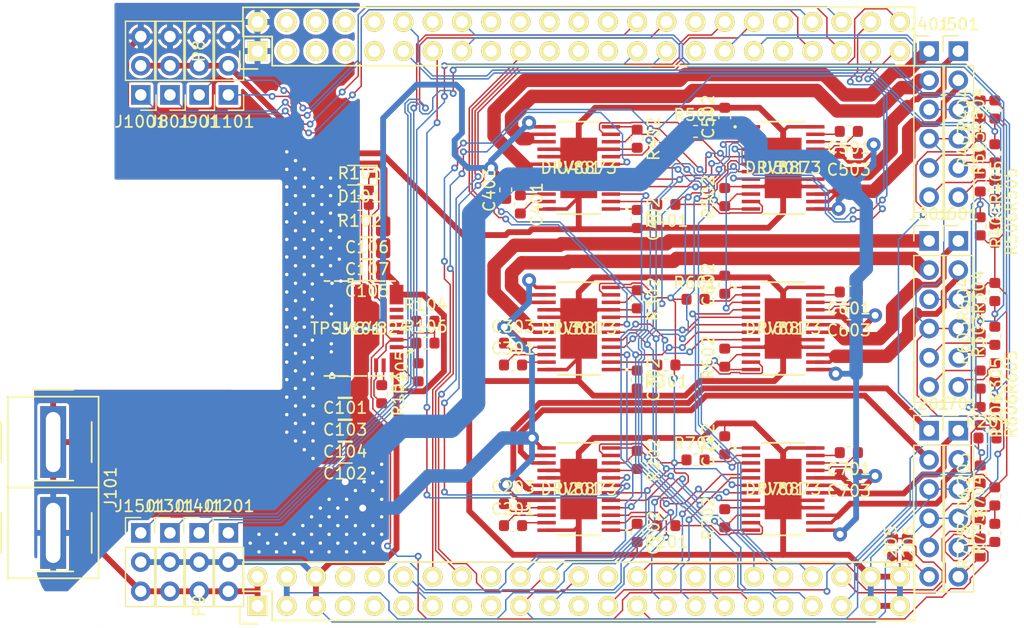
<source format=kicad_pcb>
(kicad_pcb (version 20171130) (host pcbnew 5.1.5)
  (layers (0 F.Cu signal) (31 B.Cu signal) (34 B.Paste user hide) (35 F.Paste user hide) (36 B.SilkS user hide) (37 F.SilkS user hide) (38 B.Mask user hide) (39 F.Mask user hide) (44 Edge.Cuts user))
  (net 0 "")
  (net 1 "Net-(P8-Pad3)")
  (net 2 "Net-(P8-Pad4)")
  (net 3 "Net-(P8-Pad5)")
  (net 4 "Net-(P8-Pad6)")
  (net 5 "Net-(P8-Pad7)")
  (net 6 "Net-(P8-Pad8)")
  (net 7 "Net-(P8-Pad9)")
  (net 8 "Net-(P8-Pad10)")
  (net 9 "Net-(P8-Pad14)")
  (net 10 "Net-(P8-Pad17)")
  (net 11 "Net-(P8-Pad18)")
  (net 12 "Net-(P8-Pad20)")
  (net 13 "Net-(P8-Pad21)")
  (net 14 "Net-(P8-Pad22)")
  (net 15 "Net-(P8-Pad23)")
  (net 16 "Net-(P8-Pad24)")
  (net 17 "Net-(P8-Pad25)")
  (net 18 "Net-(P8-Pad26)")
  (net 19 "Net-(P8-Pad31)")
  (net 20 "Net-(P8-Pad37)")
  (net 21 "Net-(P9-Pad11)")
  (net 22 "Net-(P9-Pad15)")
  (net 23 "Net-(P9-Pad23)")
  (net 24 "Net-(P9-Pad26)")
  (net 25 GNDD)
  (net 26 +3V3)
  (net 27 +5V)
  (net 28 pru0_3)
  (net 29 pwm2B)
  (net 30 pwm2A)
  (net 31 pru1_8)
  (net 32 DIR0)
  (net 33 pru1_9)
  (net 34 DIR1)
  (net 35 DIR2)
  (net 36 eQEP1B)
  (net 37 DIR3)
  (net 38 eQEP1A)
  (net 39 DIR4)
  (net 40 DIR5)
  (net 41 pru1_6)
  (net 42 pru1_7)
  (net 43 eQEP2A)
  (net 44 eQEP2B)
  (net 45 "Net-(P9-Pad7)")
  (net 46 "Net-(P9-Pad8)")
  (net 47 "Net-(P9-Pad9)")
  (net 48 "Net-(P9-Pad10)")
  (net 49 pwm1A)
  (net 50 pwm1B)
  (net 51 nCS)
  (net 52 MOSI)
  (net 53 pwm0B)
  (net 54 pwm0A)
  (net 55 eQEP0B)
  (net 56 MISO)
  (net 57 SCK)
  (net 58 ADC4)
  (net 59 ADC5)
  (net 60 ADC2)
  (net 61 ADC3)
  (net 62 ADC0)
  (net 63 ADC1)
  (net 64 eQEP0A)
  (net 65 "Net-(J201-Pad6)")
  (net 66 "Net-(J201-Pad5)")
  (net 67 "Net-(J701-Pad6)")
  (net 68 "Net-(J701-Pad5)")
  (net 69 "Net-(R501-Pad2)")
  (net 70 "Net-(J601-Pad6)")
  (net 71 "Net-(J601-Pad5)")
  (net 72 "Net-(R601-Pad2)")
  (net 73 "Net-(J501-Pad6)")
  (net 74 "Net-(J501-Pad5)")
  (net 75 "Net-(R105-Pad2)")
  (net 76 "Net-(J301-Pad5)")
  (net 77 "Net-(R201-Pad2)")
  (net 78 "Net-(J401-Pad6)")
  (net 79 "Net-(J401-Pad5)")
  (net 80 "Net-(R401-Pad2)")
  (net 81 "Net-(J301-Pad6)")
  (net 82 "Net-(R301-Pad2)")
  (net 83 +BATT)
  (net 84 "Net-(R103-Pad1)")
  (net 85 "Net-(R104-Pad1)")
  (net 86 "Net-(R701-Pad2)")
  (net 87 "Net-(C201-Pad2)")
  (net 88 "Net-(C201-Pad1)")
  (net 89 "Net-(C203-Pad1)")
  (net 90 "Net-(J201-Pad1)")
  (net 91 "Net-(J201-Pad2)")
  (net 92 /Motor4/MISO)
  (net 93 "Net-(C202-Pad1)")
  (net 94 "Net-(C702-Pad1)")
  (net 95 /Motor0/MISO)
  (net 96 "Net-(J701-Pad2)")
  (net 97 "Net-(J701-Pad1)")
  (net 98 "Net-(C703-Pad1)")
  (net 99 "Net-(C701-Pad1)")
  (net 100 "Net-(C701-Pad2)")
  (net 101 "Net-(C601-Pad2)")
  (net 102 "Net-(C601-Pad1)")
  (net 103 "Net-(C603-Pad1)")
  (net 104 "Net-(J601-Pad1)")
  (net 105 "Net-(J601-Pad2)")
  (net 106 /Motor1/MISO)
  (net 107 "Net-(C602-Pad1)")
  (net 108 "Net-(C502-Pad1)")
  (net 109 /Motor2/MISO)
  (net 110 "Net-(J501-Pad2)")
  (net 111 "Net-(J501-Pad1)")
  (net 112 "Net-(C503-Pad1)")
  (net 113 "Net-(C501-Pad1)")
  (net 114 "Net-(C501-Pad2)")
  (net 115 "Net-(C301-Pad2)")
  (net 116 "Net-(C301-Pad1)")
  (net 117 "Net-(C303-Pad1)")
  (net 118 "Net-(J301-Pad1)")
  (net 119 "Net-(J301-Pad2)")
  (net 120 /Motor3/MISO)
  (net 121 "Net-(C302-Pad1)")
  (net 122 "Net-(C402-Pad1)")
  (net 123 "Net-(J401-Pad2)")
  (net 124 "Net-(J401-Pad1)")
  (net 125 "Net-(C403-Pad1)")
  (net 126 "Net-(C401-Pad1)")
  (net 127 "Net-(C401-Pad2)")
  (net 128 "Net-(U101-Pad16)")
  (net 129 "Net-(U101-Pad7)")
  (net 130 "Net-(U101-Pad6)")
  (net 131 "Net-(U101-Pad4)")
  (net 132 pru1_5)
  (net 133 pru1_4)
  (net 134 "Net-(P8-Pad38)")
  (net 135 "Net-(P8-Pad32)")
  (net 136 pru1_11)
  (net 137 pru1_10)
  (net 138 pru0_14)
  (net 139 pru0_15)
  (net 140 pru0_6)
  (net 141 VBATT)
  (net 142 "Net-(P9-Pad34)")
  (net 143 "Net-(P9-Pad32)")
  (net 144 pru0_7)
  (net 145 pru0_16)
  (net 146 "Net-(P9-Pad18)")
  (net 147 "Net-(P9-Pad17)")
  (module Socket_BeagleBone_Black:Socket_BeagleBone_Black (layer F.Cu) (at 101.6 101.6 90)
    (fp_text reference P9 (at 0 -5.1 90) (layer F.SilkS))
    (fp_text value P9)
    (pad 46 thru_hole oval (at 2.54 55.88 90) (size 1.7272 1.7272) (drill 1.016) (layers *.Cu *.Mask F.SilkS) (net 25 GNDD))
    (pad 45 thru_hole oval (at 0 55.88 90) (size 1.7272 1.7272) (drill 1.016) (layers *.Cu *.Mask F.SilkS) (net 25 GNDD))
    (pad 44 thru_hole oval (at 2.54 53.34 90) (size 1.7272 1.7272) (drill 1.016) (layers *.Cu *.Mask F.SilkS) (net 25 GNDD))
    (pad 43 thru_hole oval (at 0 53.34 90) (size 1.7272 1.7272) (drill 1.016) (layers *.Cu *.Mask F.SilkS) (net 25 GNDD))
    (pad 42 thru_hole oval (at 2.54 50.8 90) (size 1.7272 1.7272) (drill 1.016) (layers *.Cu *.Mask F.SilkS) (net 64 eQEP0A))
    (pad 41 thru_hole oval (at 0 50.8 90) (size 1.7272 1.7272) (drill 1.016) (layers *.Cu *.Mask F.SilkS) (net 140 pru0_6))
    (pad 40 thru_hole oval (at 2.54 48.26 90) (size 1.7272 1.7272) (drill 1.016) (layers *.Cu *.Mask F.SilkS) (net 63 ADC1))
    (pad 39 thru_hole oval (at 0 48.26 90) (size 1.7272 1.7272) (drill 1.016) (layers *.Cu *.Mask F.SilkS) (net 62 ADC0))
    (pad 38 thru_hole oval (at 2.54 45.72 90) (size 1.7272 1.7272) (drill 1.016) (layers *.Cu *.Mask F.SilkS) (net 61 ADC3))
    (pad 37 thru_hole oval (at 0 45.72 90) (size 1.7272 1.7272) (drill 1.016) (layers *.Cu *.Mask F.SilkS) (net 60 ADC2))
    (pad 36 thru_hole oval (at 2.54 43.18 90) (size 1.7272 1.7272) (drill 1.016) (layers *.Cu *.Mask F.SilkS) (net 59 ADC5))
    (pad 35 thru_hole oval (at 0 43.18 90) (size 1.7272 1.7272) (drill 1.016) (layers *.Cu *.Mask F.SilkS) (net 141 VBATT))
    (pad 34 thru_hole oval (at 2.54 40.64 90) (size 1.7272 1.7272) (drill 1.016) (layers *.Cu *.Mask F.SilkS) (net 142 "Net-(P9-Pad34)"))
    (pad 33 thru_hole oval (at 0 40.64 90) (size 1.7272 1.7272) (drill 1.016) (layers *.Cu *.Mask F.SilkS) (net 58 ADC4))
    (pad 32 thru_hole oval (at 2.54 38.1 90) (size 1.7272 1.7272) (drill 1.016) (layers *.Cu *.Mask F.SilkS) (net 143 "Net-(P9-Pad32)"))
    (pad 31 thru_hole oval (at 0 38.1 90) (size 1.7272 1.7272) (drill 1.016) (layers *.Cu *.Mask F.SilkS) (net 57 SCK))
    (pad 30 thru_hole oval (at 2.54 35.56 90) (size 1.7272 1.7272) (drill 1.016) (layers *.Cu *.Mask F.SilkS) (net 52 MOSI))
    (pad 29 thru_hole oval (at 0 35.56 90) (size 1.7272 1.7272) (drill 1.016) (layers *.Cu *.Mask F.SilkS) (net 56 MISO))
    (pad 28 thru_hole oval (at 2.54 33.02 90) (size 1.7272 1.7272) (drill 1.016) (layers *.Cu *.Mask F.SilkS) (net 28 pru0_3))
    (pad 27 thru_hole oval (at 0 33.02 90) (size 1.7272 1.7272) (drill 1.016) (layers *.Cu *.Mask F.SilkS) (net 55 eQEP0B))
    (pad 26 thru_hole oval (at 2.54 30.48 90) (size 1.7272 1.7272) (drill 1.016) (layers *.Cu *.Mask F.SilkS) (net 24 "Net-(P9-Pad26)"))
    (pad 25 thru_hole oval (at 0 30.48 90) (size 1.7272 1.7272) (drill 1.016) (layers *.Cu *.Mask F.SilkS) (net 144 pru0_7))
    (pad 24 thru_hole oval (at 2.54 27.94 90) (size 1.7272 1.7272) (drill 1.016) (layers *.Cu *.Mask F.SilkS) (net 145 pru0_16))
    (pad 23 thru_hole oval (at 0 27.94 90) (size 1.7272 1.7272) (drill 1.016) (layers *.Cu *.Mask F.SilkS) (net 23 "Net-(P9-Pad23)"))
    (pad 22 thru_hole oval (at 2.54 25.4 90) (size 1.7272 1.7272) (drill 1.016) (layers *.Cu *.Mask F.SilkS) (net 54 pwm0A))
    (pad 21 thru_hole oval (at 0 25.4 90) (size 1.7272 1.7272) (drill 1.016) (layers *.Cu *.Mask F.SilkS) (net 53 pwm0B))
    (pad 20 thru_hole oval (at 2.54 22.86 90) (size 1.7272 1.7272) (drill 1.016) (layers *.Cu *.Mask F.SilkS) (net 51 nCS))
    (pad 19 thru_hole oval (at 0 22.86 90) (size 1.7272 1.7272) (drill 1.016) (layers *.Cu *.Mask F.SilkS) (net 145 pru0_16))
    (pad 18 thru_hole oval (at 2.54 20.32 90) (size 1.7272 1.7272) (drill 1.016) (layers *.Cu *.Mask F.SilkS) (net 146 "Net-(P9-Pad18)"))
    (pad 17 thru_hole oval (at 0 20.32 90) (size 1.7272 1.7272) (drill 1.016) (layers *.Cu *.Mask F.SilkS) (net 147 "Net-(P9-Pad17)"))
    (pad 16 thru_hole oval (at 2.54 17.78 90) (size 1.7272 1.7272) (drill 1.016) (layers *.Cu *.Mask F.SilkS) (net 50 pwm1B))
    (pad 15 thru_hole oval (at 0 17.78 90) (size 1.7272 1.7272) (drill 1.016) (layers *.Cu *.Mask F.SilkS) (net 22 "Net-(P9-Pad15)"))
    (pad 14 thru_hole oval (at 2.54 15.24 90) (size 1.7272 1.7272) (drill 1.016) (layers *.Cu *.Mask F.SilkS) (net 49 pwm1A))
    (pad 13 thru_hole oval (at 0 15.24 90) (size 1.7272 1.7272) (drill 1.016) (layers *.Cu *.Mask F.SilkS) (net 34 DIR1))
    (pad 12 thru_hole oval (at 2.54 12.7 90) (size 1.7272 1.7272) (drill 1.016) (layers *.Cu *.Mask F.SilkS) (net 32 DIR0))
    (pad 11 thru_hole oval (at 0 12.7 90) (size 1.7272 1.7272) (drill 1.016) (layers *.Cu *.Mask F.SilkS) (net 21 "Net-(P9-Pad11)"))
    (pad 10 thru_hole oval (at 2.54 10.16 90) (size 1.7272 1.7272) (drill 1.016) (layers *.Cu *.Mask F.SilkS) (net 48 "Net-(P9-Pad10)"))
    (pad 9 thru_hole oval (at 0 10.16 90) (size 1.7272 1.7272) (drill 1.016) (layers *.Cu *.Mask F.SilkS) (net 47 "Net-(P9-Pad9)"))
    (pad 8 thru_hole oval (at 2.54 7.62 90) (size 1.7272 1.7272) (drill 1.016) (layers *.Cu *.Mask F.SilkS) (net 46 "Net-(P9-Pad8)"))
    (pad 7 thru_hole oval (at 0 7.62 90) (size 1.7272 1.7272) (drill 1.016) (layers *.Cu *.Mask F.SilkS) (net 45 "Net-(P9-Pad7)"))
    (pad 6 thru_hole oval (at 2.54 5.08 90) (size 1.7272 1.7272) (drill 1.016) (layers *.Cu *.Mask F.SilkS) (net 27 +5V))
    (pad 5 thru_hole oval (at 0 5.08 90) (size 1.7272 1.7272) (drill 1.016) (layers *.Cu *.Mask F.SilkS) (net 27 +5V))
    (pad 4 thru_hole oval (at 2.54 2.54 90) (size 1.7272 1.7272) (drill 1.016) (layers *.Cu *.Mask F.SilkS) (net 26 +3V3))
    (pad 3 thru_hole oval (at 0 2.54 90) (size 1.7272 1.7272) (drill 1.016) (layers *.Cu *.Mask F.SilkS) (net 26 +3V3))
    (pad 2 thru_hole oval (at 2.54 0 90) (size 1.7272 1.7272) (drill 1.016) (layers *.Cu *.Mask F.SilkS) (net 25 GNDD))
    (pad 1 thru_hole rect (at 0 0 90) (size 1.7272 1.7272) (drill 1.016) (layers *.Cu *.Mask F.SilkS) (net 25 GNDD))
  )
  (module Socket_BeagleBone_Black:Socket_BeagleBone_Black (layer F.Cu) (at 101.6 53.34 90)
    (fp_text reference P8 (at 0 -5.1 90) (layer F.SilkS))
    (fp_text value P8)
    (pad 46 thru_hole oval (at 2.54 55.88 90) (size 1.7272 1.7272) (drill 1.016) (layers *.Cu *.Mask F.SilkS) (net 40 DIR5))
    (pad 45 thru_hole oval (at 0 55.88 90) (size 1.7272 1.7272) (drill 1.016) (layers *.Cu *.Mask F.SilkS) (net 39 DIR4))
    (pad 44 thru_hole oval (at 2.54 53.34 90) (size 1.7272 1.7272) (drill 1.016) (layers *.Cu *.Mask F.SilkS) (net 35 DIR2))
    (pad 43 thru_hole oval (at 0 53.34 90) (size 1.7272 1.7272) (drill 1.016) (layers *.Cu *.Mask F.SilkS) (net 37 DIR3))
    (pad 42 thru_hole oval (at 2.54 50.8 90) (size 1.7272 1.7272) (drill 1.016) (layers *.Cu *.Mask F.SilkS) (net 132 pru1_5))
    (pad 41 thru_hole oval (at 0 50.8 90) (size 1.7272 1.7272) (drill 1.016) (layers *.Cu *.Mask F.SilkS) (net 133 pru1_4))
    (pad 40 thru_hole oval (at 2.54 48.26 90) (size 1.7272 1.7272) (drill 1.016) (layers *.Cu *.Mask F.SilkS) (net 42 pru1_7))
    (pad 39 thru_hole oval (at 0 48.26 90) (size 1.7272 1.7272) (drill 1.016) (layers *.Cu *.Mask F.SilkS) (net 41 pru1_6))
    (pad 38 thru_hole oval (at 2.54 45.72 90) (size 1.7272 1.7272) (drill 1.016) (layers *.Cu *.Mask F.SilkS) (net 134 "Net-(P8-Pad38)"))
    (pad 37 thru_hole oval (at 0 45.72 90) (size 1.7272 1.7272) (drill 1.016) (layers *.Cu *.Mask F.SilkS) (net 20 "Net-(P8-Pad37)"))
    (pad 36 thru_hole oval (at 2.54 43.18 90) (size 1.7272 1.7272) (drill 1.016) (layers *.Cu *.Mask F.SilkS) (net 54 pwm0A))
    (pad 35 thru_hole oval (at 0 43.18 90) (size 1.7272 1.7272) (drill 1.016) (layers *.Cu *.Mask F.SilkS) (net 38 eQEP1A))
    (pad 34 thru_hole oval (at 2.54 40.64 90) (size 1.7272 1.7272) (drill 1.016) (layers *.Cu *.Mask F.SilkS) (net 53 pwm0B))
    (pad 33 thru_hole oval (at 0 40.64 90) (size 1.7272 1.7272) (drill 1.016) (layers *.Cu *.Mask F.SilkS) (net 36 eQEP1B))
    (pad 32 thru_hole oval (at 2.54 38.1 90) (size 1.7272 1.7272) (drill 1.016) (layers *.Cu *.Mask F.SilkS) (net 135 "Net-(P8-Pad32)"))
    (pad 31 thru_hole oval (at 0 38.1 90) (size 1.7272 1.7272) (drill 1.016) (layers *.Cu *.Mask F.SilkS) (net 19 "Net-(P8-Pad31)"))
    (pad 30 thru_hole oval (at 2.54 35.56 90) (size 1.7272 1.7272) (drill 1.016) (layers *.Cu *.Mask F.SilkS) (net 136 pru1_11))
    (pad 29 thru_hole oval (at 0 35.56 90) (size 1.7272 1.7272) (drill 1.016) (layers *.Cu *.Mask F.SilkS) (net 33 pru1_9))
    (pad 28 thru_hole oval (at 2.54 33.02 90) (size 1.7272 1.7272) (drill 1.016) (layers *.Cu *.Mask F.SilkS) (net 137 pru1_10))
    (pad 27 thru_hole oval (at 0 33.02 90) (size 1.7272 1.7272) (drill 1.016) (layers *.Cu *.Mask F.SilkS) (net 31 pru1_8))
    (pad 26 thru_hole oval (at 2.54 30.48 90) (size 1.7272 1.7272) (drill 1.016) (layers *.Cu *.Mask F.SilkS) (net 18 "Net-(P8-Pad26)"))
    (pad 25 thru_hole oval (at 0 30.48 90) (size 1.7272 1.7272) (drill 1.016) (layers *.Cu *.Mask F.SilkS) (net 17 "Net-(P8-Pad25)"))
    (pad 24 thru_hole oval (at 2.54 27.94 90) (size 1.7272 1.7272) (drill 1.016) (layers *.Cu *.Mask F.SilkS) (net 16 "Net-(P8-Pad24)"))
    (pad 23 thru_hole oval (at 0 27.94 90) (size 1.7272 1.7272) (drill 1.016) (layers *.Cu *.Mask F.SilkS) (net 15 "Net-(P8-Pad23)"))
    (pad 22 thru_hole oval (at 2.54 25.4 90) (size 1.7272 1.7272) (drill 1.016) (layers *.Cu *.Mask F.SilkS) (net 14 "Net-(P8-Pad22)"))
    (pad 21 thru_hole oval (at 0 25.4 90) (size 1.7272 1.7272) (drill 1.016) (layers *.Cu *.Mask F.SilkS) (net 13 "Net-(P8-Pad21)"))
    (pad 20 thru_hole oval (at 2.54 22.86 90) (size 1.7272 1.7272) (drill 1.016) (layers *.Cu *.Mask F.SilkS) (net 12 "Net-(P8-Pad20)"))
    (pad 19 thru_hole oval (at 0 22.86 90) (size 1.7272 1.7272) (drill 1.016) (layers *.Cu *.Mask F.SilkS) (net 30 pwm2A))
    (pad 18 thru_hole oval (at 2.54 20.32 90) (size 1.7272 1.7272) (drill 1.016) (layers *.Cu *.Mask F.SilkS) (net 11 "Net-(P8-Pad18)"))
    (pad 17 thru_hole oval (at 0 20.32 90) (size 1.7272 1.7272) (drill 1.016) (layers *.Cu *.Mask F.SilkS) (net 10 "Net-(P8-Pad17)"))
    (pad 16 thru_hole oval (at 2.54 17.78 90) (size 1.7272 1.7272) (drill 1.016) (layers *.Cu *.Mask F.SilkS) (net 138 pru0_14))
    (pad 15 thru_hole oval (at 0 17.78 90) (size 1.7272 1.7272) (drill 1.016) (layers *.Cu *.Mask F.SilkS) (net 139 pru0_15))
    (pad 14 thru_hole oval (at 2.54 15.24 90) (size 1.7272 1.7272) (drill 1.016) (layers *.Cu *.Mask F.SilkS) (net 9 "Net-(P8-Pad14)"))
    (pad 13 thru_hole oval (at 0 15.24 90) (size 1.7272 1.7272) (drill 1.016) (layers *.Cu *.Mask F.SilkS) (net 29 pwm2B))
    (pad 12 thru_hole oval (at 2.54 12.7 90) (size 1.7272 1.7272) (drill 1.016) (layers *.Cu *.Mask F.SilkS) (net 43 eQEP2A))
    (pad 11 thru_hole oval (at 0 12.7 90) (size 1.7272 1.7272) (drill 1.016) (layers *.Cu *.Mask F.SilkS) (net 44 eQEP2B))
    (pad 10 thru_hole oval (at 2.54 10.16 90) (size 1.7272 1.7272) (drill 1.016) (layers *.Cu *.Mask F.SilkS) (net 8 "Net-(P8-Pad10)"))
    (pad 9 thru_hole oval (at 0 10.16 90) (size 1.7272 1.7272) (drill 1.016) (layers *.Cu *.Mask F.SilkS) (net 7 "Net-(P8-Pad9)"))
    (pad 8 thru_hole oval (at 2.54 7.62 90) (size 1.7272 1.7272) (drill 1.016) (layers *.Cu *.Mask F.SilkS) (net 6 "Net-(P8-Pad8)"))
    (pad 7 thru_hole oval (at 0 7.62 90) (size 1.7272 1.7272) (drill 1.016) (layers *.Cu *.Mask F.SilkS) (net 5 "Net-(P8-Pad7)"))
    (pad 6 thru_hole oval (at 2.54 5.08 90) (size 1.7272 1.7272) (drill 1.016) (layers *.Cu *.Mask F.SilkS) (net 4 "Net-(P8-Pad6)"))
    (pad 5 thru_hole oval (at 0 5.08 90) (size 1.7272 1.7272) (drill 1.016) (layers *.Cu *.Mask F.SilkS) (net 3 "Net-(P8-Pad5)"))
    (pad 4 thru_hole oval (at 2.54 2.54 90) (size 1.7272 1.7272) (drill 1.016) (layers *.Cu *.Mask F.SilkS) (net 2 "Net-(P8-Pad4)"))
    (pad 3 thru_hole oval (at 0 2.54 90) (size 1.7272 1.7272) (drill 1.016) (layers *.Cu *.Mask F.SilkS) (net 1 "Net-(P8-Pad3)"))
    (pad 2 thru_hole oval (at 2.54 0 90) (size 1.7272 1.7272) (drill 1.016) (layers *.Cu *.Mask F.SilkS) (net 25 GNDD))
    (pad 1 thru_hole rect (at 0 0 90) (size 1.7272 1.7272) (drill 1.016) (layers *.Cu *.Mask F.SilkS) (net 25 GNDD))
  )
  (module Resistor_SMD:R_0603_1608Metric (layer F.Cu) (at 164.465 58.42 90)
    (fp_text reference R404 (at 0 -1.43 90) (layer F.SilkS))
    (fp_text value R)
    (pad 2 smd roundrect (at 0.7875 0 90) (size 0.875 0.95) (layers F.Cu F.Paste F.Mask) (net 25 GNDD))
    (pad 1 smd roundrect (at -0.7875 0 90) (size 0.875 0.95) (layers F.Cu F.Paste F.Mask) (net 140 pru0_6))
  )
  (module Resistor_SMD:R_0603_1608Metric (layer F.Cu) (at 165.1 86.995)
    (fp_text reference R204 (at 0 -1.43) (layer F.SilkS))
    (fp_text value R)
    (pad 1 smd roundrect (at -0.7875 0) (size 0.875 0.95) (layers F.Cu F.Paste F.Mask) (net 144 pru0_7))
    (pad 2 smd roundrect (at 0.7875 0) (size 0.875 0.95) (layers F.Cu F.Paste F.Mask) (net 25 GNDD))
  )
  (module Connector_PinHeader_2.54mm:PinHeader_1x06_P2.54mm_Vertical (layer F.Cu) (at 160.02 86.36)
    (fp_text reference J201 (at 0 -2.33) (layer F.SilkS))
    (fp_text value CONN_01X06)
    (pad 1 thru_hole rect (at 0 0) (size 1.7 1.7) (drill 1) (layers *.Cu *.Mask) (net 90 "Net-(J201-Pad1)"))
    (pad 2 thru_hole oval (at 0 2.54) (size 1.7 1.7) (drill 1) (layers *.Cu *.Mask) (net 91 "Net-(J201-Pad2)"))
    (pad 3 thru_hole oval (at 0 5.08) (size 1.7 1.7) (drill 1) (layers *.Cu *.Mask) (net 25 GNDD))
    (pad 4 thru_hole oval (at 0 7.62) (size 1.7 1.7) (drill 1) (layers *.Cu *.Mask) (net 27 +5V))
    (pad 5 thru_hole oval (at 0 10.16) (size 1.7 1.7) (drill 1) (layers *.Cu *.Mask) (net 66 "Net-(J201-Pad5)"))
    (pad 6 thru_hole oval (at 0 12.7) (size 1.7 1.7) (drill 1) (layers *.Cu *.Mask) (net 65 "Net-(J201-Pad6)"))
  )
  (module Connector_PinHeader_2.54mm:PinHeader_1x06_P2.54mm_Vertical (layer F.Cu) (at 160.02 53.34)
    (fp_text reference J401 (at 0 -2.33) (layer F.SilkS))
    (fp_text value CONN_01X06)
    (pad 1 thru_hole rect (at 0 0) (size 1.7 1.7) (drill 1) (layers *.Cu *.Mask) (net 124 "Net-(J401-Pad1)"))
    (pad 2 thru_hole oval (at 0 2.54) (size 1.7 1.7) (drill 1) (layers *.Cu *.Mask) (net 123 "Net-(J401-Pad2)"))
    (pad 3 thru_hole oval (at 0 5.08) (size 1.7 1.7) (drill 1) (layers *.Cu *.Mask) (net 25 GNDD))
    (pad 4 thru_hole oval (at 0 7.62) (size 1.7 1.7) (drill 1) (layers *.Cu *.Mask) (net 27 +5V))
    (pad 5 thru_hole oval (at 0 10.16) (size 1.7 1.7) (drill 1) (layers *.Cu *.Mask) (net 79 "Net-(J401-Pad5)"))
    (pad 6 thru_hole oval (at 0 12.7) (size 1.7 1.7) (drill 1) (layers *.Cu *.Mask) (net 78 "Net-(J401-Pad6)"))
  )
  (module Resistor_SMD:R_0603_1608Metric (layer F.Cu) (at 165.735 58.42 90)
    (fp_text reference R504 (at 0 -1.43 90) (layer F.SilkS))
    (fp_text value R)
    (pad 2 smd roundrect (at 0.7875 0 90) (size 0.875 0.95) (layers F.Cu F.Paste F.Mask) (net 25 GNDD))
    (pad 1 smd roundrect (at -0.7875 0 90) (size 0.875 0.95) (layers F.Cu F.Paste F.Mask) (net 43 eQEP2A))
  )
  (module Resistor_SMD:R_0603_1608Metric (layer F.Cu) (at 164.465 68.58 270)
    (fp_text reference R406 (at 0 -1.43 270) (layer F.SilkS))
    (fp_text value R)
    (pad 1 smd roundrect (at -0.7875 0 270) (size 0.875 0.95) (layers F.Cu F.Paste F.Mask) (net 145 pru0_16))
    (pad 2 smd roundrect (at 0.7875 0 270) (size 0.875 0.95) (layers F.Cu F.Paste F.Mask) (net 25 GNDD))
  )
  (module Connector_PinHeader_2.54mm:PinHeader_1x06_P2.54mm_Vertical (layer F.Cu) (at 160.02 69.85)
    (fp_text reference J301 (at 0 -2.33) (layer F.SilkS))
    (fp_text value CONN_01X06)
    (pad 6 thru_hole oval (at 0 12.7) (size 1.7 1.7) (drill 1) (layers *.Cu *.Mask) (net 81 "Net-(J301-Pad6)"))
    (pad 5 thru_hole oval (at 0 10.16) (size 1.7 1.7) (drill 1) (layers *.Cu *.Mask) (net 76 "Net-(J301-Pad5)"))
    (pad 4 thru_hole oval (at 0 7.62) (size 1.7 1.7) (drill 1) (layers *.Cu *.Mask) (net 27 +5V))
    (pad 3 thru_hole oval (at 0 5.08) (size 1.7 1.7) (drill 1) (layers *.Cu *.Mask) (net 25 GNDD))
    (pad 2 thru_hole oval (at 0 2.54) (size 1.7 1.7) (drill 1) (layers *.Cu *.Mask) (net 119 "Net-(J301-Pad2)"))
    (pad 1 thru_hole rect (at 0 0) (size 1.7 1.7) (drill 1) (layers *.Cu *.Mask) (net 118 "Net-(J301-Pad1)"))
  )
  (module Connector_PinHeader_2.54mm:PinHeader_1x06_P2.54mm_Vertical (layer F.Cu) (at 162.56 86.36)
    (fp_text reference J701 (at 0 -2.33) (layer F.SilkS))
    (fp_text value CONN_01X06)
    (pad 1 thru_hole rect (at 0 0) (size 1.7 1.7) (drill 1) (layers *.Cu *.Mask) (net 97 "Net-(J701-Pad1)"))
    (pad 2 thru_hole oval (at 0 2.54) (size 1.7 1.7) (drill 1) (layers *.Cu *.Mask) (net 96 "Net-(J701-Pad2)"))
    (pad 3 thru_hole oval (at 0 5.08) (size 1.7 1.7) (drill 1) (layers *.Cu *.Mask) (net 25 GNDD))
    (pad 4 thru_hole oval (at 0 7.62) (size 1.7 1.7) (drill 1) (layers *.Cu *.Mask) (net 27 +5V))
    (pad 5 thru_hole oval (at 0 10.16) (size 1.7 1.7) (drill 1) (layers *.Cu *.Mask) (net 68 "Net-(J701-Pad5)"))
    (pad 6 thru_hole oval (at 0 12.7) (size 1.7 1.7) (drill 1) (layers *.Cu *.Mask) (net 67 "Net-(J701-Pad6)"))
  )
  (module Resistor_SMD:R_0603_1608Metric (layer F.Cu) (at 165.735 92.075 90)
    (fp_text reference R704 (at 0 -1.43 90) (layer F.SilkS))
    (fp_text value R)
    (pad 1 smd roundrect (at -0.7875 0 90) (size 0.875 0.95) (layers F.Cu F.Paste F.Mask) (net 64 eQEP0A))
    (pad 2 smd roundrect (at 0.7875 0 90) (size 0.875 0.95) (layers F.Cu F.Paste F.Mask) (net 25 GNDD))
  )
  (module Custom:PWP-HTSSOP-24 (layer F.Cu) (at 129.54 77.47 180)
    (fp_text reference U301 (at 0 0 180) (layer F.SilkS))
    (fp_text value DRV8873 (at 0 0 180) (layer F.SilkS))
    (fp_text user * (at 0 0 180) (layer F.SilkS))
    (pad 1 smd rect (at -2.799999 -3.574999 180) (size 1.6002 0.3048) (layers F.Cu F.Paste F.Mask) (net 121 "Net-(C302-Pad1)"))
    (pad 2 smd rect (at -2.799999 -2.925 180) (size 1.6002 0.3048) (layers F.Cu F.Paste F.Mask) (net 82 "Net-(R301-Pad2)"))
    (pad 3 smd rect (at -2.799999 -2.275002 180) (size 1.6002 0.3048) (layers F.Cu F.Paste F.Mask) (net 92 /Motor4/MISO))
    (pad 4 smd rect (at -2.799999 -1.625001 180) (size 1.6002 0.3048) (layers F.Cu F.Paste F.Mask) (net 120 /Motor3/MISO))
    (pad 5 smd rect (at -2.799999 -0.975002 180) (size 1.6002 0.3048) (layers F.Cu F.Paste F.Mask) (net 57 SCK))
    (pad 6 smd rect (at -2.799999 -0.325001 180) (size 1.6002 0.3048) (layers F.Cu F.Paste F.Mask) (net 51 nCS))
    (pad 7 smd rect (at -2.799999 0.324998 180) (size 1.6002 0.3048) (layers F.Cu F.Paste F.Mask) (net 30 pwm2A))
    (pad 8 smd rect (at -2.799999 0.974999 180) (size 1.6002 0.3048) (layers F.Cu F.Paste F.Mask) (net 39 DIR4))
    (pad 9 smd rect (at -2.799999 1.624998 180) (size 1.6002 0.3048) (layers F.Cu F.Paste F.Mask) (net 25 GNDD))
    (pad 10 smd rect (at -2.799999 2.274999 180) (size 1.6002 0.3048) (layers F.Cu F.Paste F.Mask) (net 58 ADC4))
    (pad 11 smd rect (at -2.799999 2.924998 180) (size 1.6002 0.3048) (layers F.Cu F.Paste F.Mask) (net 26 +3V3))
    (pad 12 smd rect (at -2.799999 3.574999 180) (size 1.6002 0.3048) (layers F.Cu F.Paste F.Mask) (net 58 ADC4))
    (pad 13 smd rect (at 2.799999 3.574999 180) (size 1.6002 0.3048) (layers F.Cu F.Paste F.Mask) (net 83 +BATT))
    (pad 14 smd rect (at 2.799999 2.925 180) (size 1.6002 0.3048) (layers F.Cu F.Paste F.Mask) (net 119 "Net-(J301-Pad2)"))
    (pad 15 smd rect (at 2.799999 2.274999 180) (size 1.6002 0.3048) (layers F.Cu F.Paste F.Mask) (net 119 "Net-(J301-Pad2)"))
    (pad 16 smd rect (at 2.799999 1.625001 180) (size 1.6002 0.3048) (layers F.Cu F.Paste F.Mask) (net 25 GNDD))
    (pad 17 smd rect (at 2.799999 0.974999 180) (size 1.6002 0.3048) (layers F.Cu F.Paste F.Mask) (net 25 GNDD))
    (pad 18 smd rect (at 2.799999 0.325001 180) (size 1.6002 0.3048) (layers F.Cu F.Paste F.Mask) (net 118 "Net-(J301-Pad1)"))
    (pad 19 smd rect (at 2.799999 -0.324998 180) (size 1.6002 0.3048) (layers F.Cu F.Paste F.Mask) (net 118 "Net-(J301-Pad1)"))
    (pad 20 smd rect (at 2.799999 -0.974999 180) (size 1.6002 0.3048) (layers F.Cu F.Paste F.Mask) (net 83 +BATT))
    (pad 21 smd rect (at 2.799999 -1.624998 180) (size 1.6002 0.3048) (layers F.Cu F.Paste F.Mask) (net 117 "Net-(C303-Pad1)"))
    (pad 22 smd rect (at 2.799999 -2.274999 180) (size 1.6002 0.3048) (layers F.Cu F.Paste F.Mask) (net 116 "Net-(C301-Pad1)"))
    (pad 23 smd rect (at 2.799999 -2.924998 180) (size 1.6002 0.3048) (layers F.Cu F.Paste F.Mask) (net 115 "Net-(C301-Pad2)"))
    (pad 24 smd rect (at 2.799999 -3.574999 180) (size 1.6002 0.3048) (layers F.Cu F.Paste F.Mask) (net 25 GNDD))
    (pad 25 smd rect (at 0 0 180) (size 3.2004 5.2578) (layers F.Cu F.Paste F.Mask) (net 25 GNDD))
  )
  (module Custom:PWP-HTSSOP-24 (layer F.Cu) (at 129.54 63.5 180)
    (fp_text reference U401 (at 0 0 180) (layer F.SilkS))
    (fp_text value DRV8873 (at 0 0 180) (layer F.SilkS))
    (fp_text user * (at 0 0 180) (layer F.SilkS))
    (pad 1 smd rect (at -2.799999 -3.574999 180) (size 1.6002 0.3048) (layers F.Cu F.Paste F.Mask) (net 122 "Net-(C402-Pad1)"))
    (pad 2 smd rect (at -2.799999 -2.925 180) (size 1.6002 0.3048) (layers F.Cu F.Paste F.Mask) (net 80 "Net-(R401-Pad2)"))
    (pad 3 smd rect (at -2.799999 -2.275002 180) (size 1.6002 0.3048) (layers F.Cu F.Paste F.Mask) (net 120 /Motor3/MISO))
    (pad 4 smd rect (at -2.799999 -1.625001 180) (size 1.6002 0.3048) (layers F.Cu F.Paste F.Mask) (net 109 /Motor2/MISO))
    (pad 5 smd rect (at -2.799999 -0.975002 180) (size 1.6002 0.3048) (layers F.Cu F.Paste F.Mask) (net 57 SCK))
    (pad 6 smd rect (at -2.799999 -0.325001 180) (size 1.6002 0.3048) (layers F.Cu F.Paste F.Mask) (net 51 nCS))
    (pad 7 smd rect (at -2.799999 0.324998 180) (size 1.6002 0.3048) (layers F.Cu F.Paste F.Mask) (net 50 pwm1B))
    (pad 8 smd rect (at -2.799999 0.974999 180) (size 1.6002 0.3048) (layers F.Cu F.Paste F.Mask) (net 37 DIR3))
    (pad 9 smd rect (at -2.799999 1.624998 180) (size 1.6002 0.3048) (layers F.Cu F.Paste F.Mask) (net 25 GNDD))
    (pad 10 smd rect (at -2.799999 2.274999 180) (size 1.6002 0.3048) (layers F.Cu F.Paste F.Mask) (net 61 ADC3))
    (pad 11 smd rect (at -2.799999 2.924998 180) (size 1.6002 0.3048) (layers F.Cu F.Paste F.Mask) (net 26 +3V3))
    (pad 12 smd rect (at -2.799999 3.574999 180) (size 1.6002 0.3048) (layers F.Cu F.Paste F.Mask) (net 61 ADC3))
    (pad 13 smd rect (at 2.799999 3.574999 180) (size 1.6002 0.3048) (layers F.Cu F.Paste F.Mask) (net 83 +BATT))
    (pad 14 smd rect (at 2.799999 2.925 180) (size 1.6002 0.3048) (layers F.Cu F.Paste F.Mask) (net 123 "Net-(J401-Pad2)"))
    (pad 15 smd rect (at 2.799999 2.274999 180) (size 1.6002 0.3048) (layers F.Cu F.Paste F.Mask) (net 123 "Net-(J401-Pad2)"))
    (pad 16 smd rect (at 2.799999 1.625001 180) (size 1.6002 0.3048) (layers F.Cu F.Paste F.Mask) (net 25 GNDD))
    (pad 17 smd rect (at 2.799999 0.974999 180) (size 1.6002 0.3048) (layers F.Cu F.Paste F.Mask) (net 25 GNDD))
    (pad 18 smd rect (at 2.799999 0.325001 180) (size 1.6002 0.3048) (layers F.Cu F.Paste F.Mask) (net 124 "Net-(J401-Pad1)"))
    (pad 19 smd rect (at 2.799999 -0.324998 180) (size 1.6002 0.3048) (layers F.Cu F.Paste F.Mask) (net 124 "Net-(J401-Pad1)"))
    (pad 20 smd rect (at 2.799999 -0.974999 180) (size 1.6002 0.3048) (layers F.Cu F.Paste F.Mask) (net 83 +BATT))
    (pad 21 smd rect (at 2.799999 -1.624998 180) (size 1.6002 0.3048) (layers F.Cu F.Paste F.Mask) (net 125 "Net-(C403-Pad1)"))
    (pad 22 smd rect (at 2.799999 -2.274999 180) (size 1.6002 0.3048) (layers F.Cu F.Paste F.Mask) (net 126 "Net-(C401-Pad1)"))
    (pad 23 smd rect (at 2.799999 -2.924998 180) (size 1.6002 0.3048) (layers F.Cu F.Paste F.Mask) (net 127 "Net-(C401-Pad2)"))
    (pad 24 smd rect (at 2.799999 -3.574999 180) (size 1.6002 0.3048) (layers F.Cu F.Paste F.Mask) (net 25 GNDD))
    (pad 25 smd rect (at 0 0 180) (size 3.2004 5.2578) (layers F.Cu F.Paste F.Mask) (net 25 GNDD))
  )
  (module Capacitor_SMD:C_0603_1608Metric (layer F.Cu) (at 123.825 94.615)
    (fp_text reference C201 (at 0 -1.43) (layer F.SilkS))
    (fp_text value 47n)
    (pad 2 smd roundrect (at 0.7875 0) (size 0.875 0.95) (layers F.Cu F.Paste F.Mask) (net 87 "Net-(C201-Pad2)"))
    (pad 1 smd roundrect (at -0.7875 0) (size 0.875 0.95) (layers F.Cu F.Paste F.Mask) (net 88 "Net-(C201-Pad1)"))
  )
  (module Capacitor_SMD:C_0603_1608Metric (layer F.Cu) (at 153.035 90.17 180)
    (fp_text reference C703 (at 0 -1.43 180) (layer F.SilkS))
    (fp_text value 0u1)
    (pad 1 smd roundrect (at -0.7875 0 180) (size 0.875 0.95) (layers F.Cu F.Paste F.Mask) (net 98 "Net-(C703-Pad1)"))
    (pad 2 smd roundrect (at 0.7875 0 180) (size 0.875 0.95) (layers F.Cu F.Paste F.Mask) (net 83 +BATT))
  )
  (module Capacitor_SMD:C_0603_1608Metric (layer F.Cu) (at 142.24 87.63 90)
    (fp_text reference C702 (at 0 -1.43 90) (layer F.SilkS))
    (fp_text value 1u)
    (pad 2 smd roundrect (at 0.7875 0 90) (size 0.875 0.95) (layers F.Cu F.Paste F.Mask) (net 25 GNDD))
    (pad 1 smd roundrect (at -0.7875 0 90) (size 0.875 0.95) (layers F.Cu F.Paste F.Mask) (net 94 "Net-(C702-Pad1)"))
  )
  (module Capacitor_SMD:C_0603_1608Metric (layer F.Cu) (at 153.035 88.265 180)
    (fp_text reference C701 (at 0 -1.43 180) (layer F.SilkS))
    (fp_text value 47n)
    (pad 1 smd roundrect (at -0.7875 0 180) (size 0.875 0.95) (layers F.Cu F.Paste F.Mask) (net 99 "Net-(C701-Pad1)"))
    (pad 2 smd roundrect (at 0.7875 0 180) (size 0.875 0.95) (layers F.Cu F.Paste F.Mask) (net 100 "Net-(C701-Pad2)"))
  )
  (module Capacitor_SMD:C_0603_1608Metric (layer F.Cu) (at 153.035 76.2 180)
    (fp_text reference C603 (at 0 -1.43 180) (layer F.SilkS))
    (fp_text value 0u1)
    (pad 2 smd roundrect (at 0.7875 0 180) (size 0.875 0.95) (layers F.Cu F.Paste F.Mask) (net 83 +BATT))
    (pad 1 smd roundrect (at -0.7875 0 180) (size 0.875 0.95) (layers F.Cu F.Paste F.Mask) (net 103 "Net-(C603-Pad1)"))
  )
  (module Capacitor_SMD:C_0603_1608Metric (layer F.Cu) (at 142.24 73.66 90)
    (fp_text reference C602 (at 0 -1.43 90) (layer F.SilkS))
    (fp_text value 1u)
    (pad 1 smd roundrect (at -0.7875 0 90) (size 0.875 0.95) (layers F.Cu F.Paste F.Mask) (net 107 "Net-(C602-Pad1)"))
    (pad 2 smd roundrect (at 0.7875 0 90) (size 0.875 0.95) (layers F.Cu F.Paste F.Mask) (net 25 GNDD))
  )
  (module Capacitor_SMD:C_0603_1608Metric (layer F.Cu) (at 153.035 74.295 180)
    (fp_text reference C601 (at 0 -1.43 180) (layer F.SilkS))
    (fp_text value 47n)
    (pad 2 smd roundrect (at 0.7875 0 180) (size 0.875 0.95) (layers F.Cu F.Paste F.Mask) (net 101 "Net-(C601-Pad2)"))
    (pad 1 smd roundrect (at -0.7875 0 180) (size 0.875 0.95) (layers F.Cu F.Paste F.Mask) (net 102 "Net-(C601-Pad1)"))
  )
  (module Capacitor_SMD:C_0603_1608Metric (layer F.Cu) (at 153.035 62.23 180)
    (fp_text reference C503 (at 0 -1.43 180) (layer F.SilkS))
    (fp_text value 0u1)
    (pad 1 smd roundrect (at -0.7875 0 180) (size 0.875 0.95) (layers F.Cu F.Paste F.Mask) (net 112 "Net-(C503-Pad1)"))
    (pad 2 smd roundrect (at 0.7875 0 180) (size 0.875 0.95) (layers F.Cu F.Paste F.Mask) (net 83 +BATT))
  )
  (module Capacitor_SMD:C_0603_1608Metric (layer F.Cu) (at 142.24 59.055 90)
    (fp_text reference C502 (at 0 -1.43 90) (layer F.SilkS))
    (fp_text value 1u)
    (pad 2 smd roundrect (at 0.7875 0 90) (size 0.875 0.95) (layers F.Cu F.Paste F.Mask) (net 25 GNDD))
    (pad 1 smd roundrect (at -0.7875 0 90) (size 0.875 0.95) (layers F.Cu F.Paste F.Mask) (net 108 "Net-(C502-Pad1)"))
  )
  (module Capacitor_SMD:C_0603_1608Metric (layer F.Cu) (at 153.035 60.325 180)
    (fp_text reference C501 (at 0 -1.43 180) (layer F.SilkS))
    (fp_text value 47n)
    (pad 1 smd roundrect (at -0.7875 0 180) (size 0.875 0.95) (layers F.Cu F.Paste F.Mask) (net 113 "Net-(C501-Pad1)"))
    (pad 2 smd roundrect (at 0.7875 0 180) (size 0.875 0.95) (layers F.Cu F.Paste F.Mask) (net 114 "Net-(C501-Pad2)"))
  )
  (module Capacitor_SMD:C_0603_1608Metric (layer F.Cu) (at 134.62 95.25 270)
    (fp_text reference C202 (at 0 -1.43 270) (layer F.SilkS))
    (fp_text value 1u)
    (pad 2 smd roundrect (at 0.7875 0 270) (size 0.875 0.95) (layers F.Cu F.Paste F.Mask) (net 25 GNDD))
    (pad 1 smd roundrect (at -0.7875 0 270) (size 0.875 0.95) (layers F.Cu F.Paste F.Mask) (net 93 "Net-(C202-Pad1)"))
  )
  (module Capacitor_SMD:C_0603_1608Metric (layer F.Cu) (at 123.825 92.71)
    (fp_text reference C203 (at 0 -1.43) (layer F.SilkS))
    (fp_text value 0u1)
    (pad 1 smd roundrect (at -0.7875 0) (size 0.875 0.95) (layers F.Cu F.Paste F.Mask) (net 89 "Net-(C203-Pad1)"))
    (pad 2 smd roundrect (at 0.7875 0) (size 0.875 0.95) (layers F.Cu F.Paste F.Mask) (net 83 +BATT))
  )
  (module Capacitor_SMD:C_0603_1608Metric (layer F.Cu) (at 123.825 80.645)
    (fp_text reference C301 (at 0 -1.43) (layer F.SilkS))
    (fp_text value 47n)
    (pad 2 smd roundrect (at 0.7875 0) (size 0.875 0.95) (layers F.Cu F.Paste F.Mask) (net 115 "Net-(C301-Pad2)"))
    (pad 1 smd roundrect (at -0.7875 0) (size 0.875 0.95) (layers F.Cu F.Paste F.Mask) (net 116 "Net-(C301-Pad1)"))
  )
  (module Capacitor_SMD:C_0603_1608Metric (layer F.Cu) (at 134.62 81.915 270)
    (fp_text reference C302 (at 0 -1.43 270) (layer F.SilkS))
    (fp_text value 1u)
    (pad 1 smd roundrect (at -0.7875 0 270) (size 0.875 0.95) (layers F.Cu F.Paste F.Mask) (net 121 "Net-(C302-Pad1)"))
    (pad 2 smd roundrect (at 0.7875 0 270) (size 0.875 0.95) (layers F.Cu F.Paste F.Mask) (net 25 GNDD))
  )
  (module Capacitor_SMD:C_0603_1608Metric (layer F.Cu) (at 123.825 78.74)
    (fp_text reference C303 (at 0 -1.43) (layer F.SilkS))
    (fp_text value 0u1)
    (pad 2 smd roundrect (at 0.7875 0) (size 0.875 0.95) (layers F.Cu F.Paste F.Mask) (net 83 +BATT))
    (pad 1 smd roundrect (at -0.7875 0) (size 0.875 0.95) (layers F.Cu F.Paste F.Mask) (net 117 "Net-(C303-Pad1)"))
  )
  (module Capacitor_SMD:C_0603_1608Metric (layer F.Cu) (at 124.46 66.675 270)
    (fp_text reference C401 (at 0 -1.43 270) (layer F.SilkS))
    (fp_text value 47n)
    (pad 1 smd roundrect (at -0.7875 0 270) (size 0.875 0.95) (layers F.Cu F.Paste F.Mask) (net 126 "Net-(C401-Pad1)"))
    (pad 2 smd roundrect (at 0.7875 0 270) (size 0.875 0.95) (layers F.Cu F.Paste F.Mask) (net 127 "Net-(C401-Pad2)"))
  )
  (module Capacitor_SMD:C_0603_1608Metric (layer F.Cu) (at 134.62 67.945 270)
    (fp_text reference C402 (at 0 -1.43 270) (layer F.SilkS))
    (fp_text value 1u)
    (pad 2 smd roundrect (at 0.7875 0 270) (size 0.875 0.95) (layers F.Cu F.Paste F.Mask) (net 25 GNDD))
    (pad 1 smd roundrect (at -0.7875 0 270) (size 0.875 0.95) (layers F.Cu F.Paste F.Mask) (net 122 "Net-(C402-Pad1)"))
  )
  (module Capacitor_SMD:C_0603_1608Metric (layer F.Cu) (at 123.19 65.405 90)
    (fp_text reference C403 (at 0 -1.43 90) (layer F.SilkS))
    (fp_text value 0u1)
    (pad 1 smd roundrect (at -0.7875 0 90) (size 0.875 0.95) (layers F.Cu F.Paste F.Mask) (net 125 "Net-(C403-Pad1)"))
    (pad 2 smd roundrect (at 0.7875 0 90) (size 0.875 0.95) (layers F.Cu F.Paste F.Mask) (net 83 +BATT))
  )
  (module Capacitor_SMD:C_1206_3216Metric (layer F.Cu) (at 109.22 86.36 180)
    (fp_text reference C104 (at 0 -1.82 180) (layer F.SilkS))
    (fp_text value 10u)
    (pad 1 smd roundrect (at -1.4 0 180) (size 1.25 1.75) (layers F.Cu F.Paste F.Mask) (roundrect_rratio 0.2) (net 83 +BATT))
    (pad 2 smd roundrect (at 1.4 0 180) (size 1.25 1.75) (layers F.Cu F.Paste F.Mask) (roundrect_rratio 0.2) (net 25 GNDD))
  )
  (module Capacitor_SMD:C_1206_3216Metric (layer F.Cu) (at 109.22 88.265 180)
    (fp_text reference C102 (at 0 -1.82 180) (layer F.SilkS))
    (fp_text value 10u)
    (pad 2 smd roundrect (at 1.4 0 180) (size 1.25 1.75) (layers F.Cu F.Paste F.Mask) (roundrect_rratio 0.2) (net 25 GNDD))
    (pad 1 smd roundrect (at -1.4 0 180) (size 1.25 1.75) (layers F.Cu F.Paste F.Mask) (roundrect_rratio 0.2) (net 83 +BATT))
  )
  (module Capacitor_SMD:C_1206_3216Metric (layer F.Cu) (at 109.22 84.455 180)
    (fp_text reference C103 (at 0 -1.82 180) (layer F.SilkS))
    (fp_text value 10u)
    (pad 1 smd roundrect (at -1.4 0 180) (size 1.25 1.75) (layers F.Cu F.Paste F.Mask) (roundrect_rratio 0.2) (net 83 +BATT))
    (pad 2 smd roundrect (at 1.4 0 180) (size 1.25 1.75) (layers F.Cu F.Paste F.Mask) (roundrect_rratio 0.2) (net 25 GNDD))
  )
  (module Capacitor_SMD:C_1206_3216Metric (layer F.Cu) (at 111.125 72.39 180)
    (fp_text reference C105 (at 0 -1.82 180) (layer F.SilkS))
    (fp_text value 47u)
    (pad 2 smd roundrect (at 1.4 0 180) (size 1.25 1.75) (layers F.Cu F.Paste F.Mask) (roundrect_rratio 0.2) (net 25 GNDD))
    (pad 1 smd roundrect (at -1.4 0 180) (size 1.25 1.75) (layers F.Cu F.Paste F.Mask) (roundrect_rratio 0.2) (net 27 +5V))
  )
  (module Capacitor_SMD:C_1206_3216Metric (layer F.Cu) (at 111.125 68.58 180)
    (fp_text reference C106 (at 0 -1.82 180) (layer F.SilkS))
    (fp_text value 47u)
    (pad 1 smd roundrect (at -1.4 0 180) (size 1.25 1.75) (layers F.Cu F.Paste F.Mask) (roundrect_rratio 0.2) (net 27 +5V))
    (pad 2 smd roundrect (at 1.4 0 180) (size 1.25 1.75) (layers F.Cu F.Paste F.Mask) (roundrect_rratio 0.2) (net 25 GNDD))
  )
  (module Capacitor_SMD:C_1206_3216Metric (layer F.Cu) (at 109.22 82.55 180)
    (fp_text reference C101 (at 0 -1.82 180) (layer F.SilkS))
    (fp_text value 10u)
    (pad 2 smd roundrect (at 1.4 0 180) (size 1.25 1.75) (layers F.Cu F.Paste F.Mask) (roundrect_rratio 0.2) (net 25 GNDD))
    (pad 1 smd roundrect (at -1.4 0 180) (size 1.25 1.75) (layers F.Cu F.Paste F.Mask) (roundrect_rratio 0.2) (net 83 +BATT))
  )
  (module Capacitor_SMD:C_1206_3216Metric (layer F.Cu) (at 111.125 70.485 180)
    (fp_text reference C107 (at 0 -1.82 180) (layer F.SilkS))
    (fp_text value 47u)
    (pad 1 smd roundrect (at -1.4 0 180) (size 1.25 1.75) (layers F.Cu F.Paste F.Mask) (roundrect_rratio 0.2) (net 27 +5V))
    (pad 2 smd roundrect (at 1.4 0 180) (size 1.25 1.75) (layers F.Cu F.Paste F.Mask) (roundrect_rratio 0.2) (net 25 GNDD))
  )
  (module Connector_PinHeader_2.54mm:PinHeader_1x03_P2.54mm_Vertical (layer F.Cu) (at 96.52 95.25)
    (fp_text reference J1401 (at 0 -2.33) (layer F.SilkS))
    (fp_text value Conn_01x03)
    (pad 3 thru_hole oval (at 0 5.08) (size 1.7 1.7) (drill 1) (layers *.Cu *.Mask) (net 25 GNDD))
    (pad 2 thru_hole oval (at 0 2.54) (size 1.7 1.7) (drill 1) (layers *.Cu *.Mask) (net 27 +5V))
    (pad 1 thru_hole rect (at 0 0) (size 1.7 1.7) (drill 1) (layers *.Cu *.Mask) (net 137 pru1_10))
  )
  (module Connector_PinHeader_2.54mm:PinHeader_1x03_P2.54mm_Vertical (layer F.Cu) (at 93.98 57.15 180)
    (fp_text reference J801 (at 0 -2.33 180) (layer F.SilkS))
    (fp_text value Conn_01x03)
    (pad 1 thru_hole rect (at 0 0 180) (size 1.7 1.7) (drill 1) (layers *.Cu *.Mask) (net 133 pru1_4))
    (pad 2 thru_hole oval (at 0 2.54 180) (size 1.7 1.7) (drill 1) (layers *.Cu *.Mask) (net 27 +5V))
    (pad 3 thru_hole oval (at 0 5.08 180) (size 1.7 1.7) (drill 1) (layers *.Cu *.Mask) (net 25 GNDD))
  )
  (module Connector_PinHeader_2.54mm:PinHeader_1x03_P2.54mm_Vertical (layer F.Cu) (at 96.52 57.15 180)
    (fp_text reference J901 (at 0 -2.33 180) (layer F.SilkS))
    (fp_text value Conn_01x03)
    (pad 3 thru_hole oval (at 0 5.08 180) (size 1.7 1.7) (drill 1) (layers *.Cu *.Mask) (net 25 GNDD))
    (pad 2 thru_hole oval (at 0 2.54 180) (size 1.7 1.7) (drill 1) (layers *.Cu *.Mask) (net 27 +5V))
    (pad 1 thru_hole rect (at 0 0 180) (size 1.7 1.7) (drill 1) (layers *.Cu *.Mask) (net 132 pru1_5))
  )
  (module Connector_PinHeader_2.54mm:PinHeader_1x03_P2.54mm_Vertical (layer F.Cu) (at 91.44 57.15 180)
    (fp_text reference J1001 (at 0 -2.33 180) (layer F.SilkS))
    (fp_text value Conn_01x03)
    (pad 1 thru_hole rect (at 0 0 180) (size 1.7 1.7) (drill 1) (layers *.Cu *.Mask) (net 41 pru1_6))
    (pad 2 thru_hole oval (at 0 2.54 180) (size 1.7 1.7) (drill 1) (layers *.Cu *.Mask) (net 27 +5V))
    (pad 3 thru_hole oval (at 0 5.08 180) (size 1.7 1.7) (drill 1) (layers *.Cu *.Mask) (net 25 GNDD))
  )
  (module Connector_PinHeader_2.54mm:PinHeader_1x03_P2.54mm_Vertical (layer F.Cu) (at 99.06 57.15 180)
    (fp_text reference J1101 (at 0 -2.33 180) (layer F.SilkS))
    (fp_text value Conn_01x03)
    (pad 3 thru_hole oval (at 0 5.08 180) (size 1.7 1.7) (drill 1) (layers *.Cu *.Mask) (net 25 GNDD))
    (pad 2 thru_hole oval (at 0 2.54 180) (size 1.7 1.7) (drill 1) (layers *.Cu *.Mask) (net 27 +5V))
    (pad 1 thru_hole rect (at 0 0 180) (size 1.7 1.7) (drill 1) (layers *.Cu *.Mask) (net 42 pru1_7))
  )
  (module Connector_PinHeader_2.54mm:PinHeader_1x03_P2.54mm_Vertical (layer F.Cu) (at 99.06 95.25)
    (fp_text reference J1201 (at 0 -2.33) (layer F.SilkS))
    (fp_text value Conn_01x03)
    (pad 1 thru_hole rect (at 0 0) (size 1.7 1.7) (drill 1) (layers *.Cu *.Mask) (net 31 pru1_8))
    (pad 2 thru_hole oval (at 0 2.54) (size 1.7 1.7) (drill 1) (layers *.Cu *.Mask) (net 27 +5V))
    (pad 3 thru_hole oval (at 0 5.08) (size 1.7 1.7) (drill 1) (layers *.Cu *.Mask) (net 25 GNDD))
  )
  (module Connector_PinHeader_2.54mm:PinHeader_1x03_P2.54mm_Vertical (layer F.Cu) (at 93.98 95.25)
    (fp_text reference J1301 (at 0 -2.33) (layer F.SilkS))
    (fp_text value Conn_01x03)
    (pad 3 thru_hole oval (at 0 5.08) (size 1.7 1.7) (drill 1) (layers *.Cu *.Mask) (net 25 GNDD))
    (pad 2 thru_hole oval (at 0 2.54) (size 1.7 1.7) (drill 1) (layers *.Cu *.Mask) (net 27 +5V))
    (pad 1 thru_hole rect (at 0 0) (size 1.7 1.7) (drill 1) (layers *.Cu *.Mask) (net 33 pru1_9))
  )
  (module Connector_PinHeader_2.54mm:PinHeader_1x03_P2.54mm_Vertical (layer F.Cu) (at 91.44 95.25)
    (fp_text reference J1501 (at 0 -2.33) (layer F.SilkS))
    (fp_text value Conn_01x03)
    (pad 1 thru_hole rect (at 0 0) (size 1.7 1.7) (drill 1) (layers *.Cu *.Mask) (net 136 pru1_11))
    (pad 2 thru_hole oval (at 0 2.54) (size 1.7 1.7) (drill 1) (layers *.Cu *.Mask) (net 27 +5V))
    (pad 3 thru_hole oval (at 0 5.08) (size 1.7 1.7) (drill 1) (layers *.Cu *.Mask) (net 25 GNDD))
  )
  (module Connector_PinHeader_2.54mm:PinHeader_1x06_P2.54mm_Vertical (layer F.Cu) (at 162.56 69.85)
    (fp_text reference J601 (at 0 -2.33) (layer F.SilkS))
    (fp_text value CONN_01X06)
    (pad 6 thru_hole oval (at 0 12.7) (size 1.7 1.7) (drill 1) (layers *.Cu *.Mask) (net 70 "Net-(J601-Pad6)"))
    (pad 5 thru_hole oval (at 0 10.16) (size 1.7 1.7) (drill 1) (layers *.Cu *.Mask) (net 71 "Net-(J601-Pad5)"))
    (pad 4 thru_hole oval (at 0 7.62) (size 1.7 1.7) (drill 1) (layers *.Cu *.Mask) (net 27 +5V))
    (pad 3 thru_hole oval (at 0 5.08) (size 1.7 1.7) (drill 1) (layers *.Cu *.Mask) (net 25 GNDD))
    (pad 2 thru_hole oval (at 0 2.54) (size 1.7 1.7) (drill 1) (layers *.Cu *.Mask) (net 105 "Net-(J601-Pad2)"))
    (pad 1 thru_hole rect (at 0 0) (size 1.7 1.7) (drill 1) (layers *.Cu *.Mask) (net 104 "Net-(J601-Pad1)"))
  )
  (module Connector_PinHeader_2.54mm:PinHeader_1x06_P2.54mm_Vertical (layer F.Cu) (at 162.56 53.34)
    (fp_text reference J501 (at 0 -2.33) (layer F.SilkS))
    (fp_text value CONN_01X06)
    (pad 6 thru_hole oval (at 0 12.7) (size 1.7 1.7) (drill 1) (layers *.Cu *.Mask) (net 73 "Net-(J501-Pad6)"))
    (pad 5 thru_hole oval (at 0 10.16) (size 1.7 1.7) (drill 1) (layers *.Cu *.Mask) (net 74 "Net-(J501-Pad5)"))
    (pad 4 thru_hole oval (at 0 7.62) (size 1.7 1.7) (drill 1) (layers *.Cu *.Mask) (net 27 +5V))
    (pad 3 thru_hole oval (at 0 5.08) (size 1.7 1.7) (drill 1) (layers *.Cu *.Mask) (net 25 GNDD))
    (pad 2 thru_hole oval (at 0 2.54) (size 1.7 1.7) (drill 1) (layers *.Cu *.Mask) (net 110 "Net-(J501-Pad2)"))
    (pad 1 thru_hole rect (at 0 0) (size 1.7 1.7) (drill 1) (layers *.Cu *.Mask) (net 111 "Net-(J501-Pad1)"))
  )
  (module Connectors_Anderson:45A-VERT-PAIR (layer F.Cu) (at 83.82 91.3 270)
    (fp_text reference J101 (at 0 -5 270) (layer F.SilkS))
    (fp_text value Conn_01x02_Male hide)
    (pad 2 thru_hole rect (at 3.95 0 270) (size 6.25 2.25) (drill oval 5.23 1.27) (layers *.Cu *.Mask) (net 25 GNDD))
    (pad 1 thru_hole rect (at -3.95 0 270) (size 6.25 2.25) (drill oval 5.23 1.27) (layers *.Cu *.Mask) (net 83 +BATT))
  )
  (module Diode_SMD:D_SOD-323 (layer F.Cu) (at 110.49 64.135 180)
    (fp_text reference D101 (at 0 -1.85 180) (layer F.SilkS))
    (fp_text value 1V8)
    (pad 1 smd rect (at -1.05 0 180) (size 0.6 0.45) (layers F.Cu F.Paste F.Mask) (net 141 VBATT))
    (pad 2 smd rect (at 1.05 0 180) (size 0.6 0.45) (layers F.Cu F.Paste F.Mask) (net 25 GNDD))
  )
  (module Resistor_SMD:R_0603_1608Metric (layer F.Cu) (at 110.49 66.675 180)
    (fp_text reference R102 (at 0 -1.43 180) (layer F.SilkS))
    (fp_text value 7k5)
    (pad 2 smd roundrect (at 0.7875 0 180) (size 0.875 0.95) (layers F.Cu F.Paste F.Mask) (net 25 GNDD))
    (pad 1 smd roundrect (at -0.7875 0 180) (size 0.875 0.95) (layers F.Cu F.Paste F.Mask) (net 141 VBATT))
  )
  (module Resistor_SMD:R_0603_1608Metric (layer F.Cu) (at 110.49 65.405)
    (fp_text reference R101 (at 0 -1.43) (layer F.SilkS))
    (fp_text value 68k1)
    (pad 1 smd roundrect (at -0.7875 0) (size 0.875 0.95) (layers F.Cu F.Paste F.Mask) (net 83 +BATT))
    (pad 2 smd roundrect (at 0.7875 0) (size 0.875 0.95) (layers F.Cu F.Paste F.Mask) (net 141 VBATT))
  )
  (module Resistor_SMD:R_0603_1608Metric (layer F.Cu) (at 164.465 90.17 90)
    (fp_text reference R203 (at 0 -1.43 90) (layer F.SilkS))
    (fp_text value R)
    (pad 2 smd roundrect (at 0.7875 0 90) (size 0.875 0.95) (layers F.Cu F.Paste F.Mask) (net 144 pru0_7))
    (pad 1 smd roundrect (at -0.7875 0 90) (size 0.875 0.95) (layers F.Cu F.Paste F.Mask) (net 66 "Net-(J201-Pad5)"))
  )
  (module Resistor_SMD:R_0603_1608Metric (layer F.Cu) (at 158.115 96.52 90)
    (fp_text reference R205 (at 0 -1.43 90) (layer F.SilkS))
    (fp_text value R)
    (pad 2 smd roundrect (at 0.7875 0 90) (size 0.875 0.95) (layers F.Cu F.Paste F.Mask) (net 28 pru0_3))
    (pad 1 smd roundrect (at -0.7875 0 90) (size 0.875 0.95) (layers F.Cu F.Paste F.Mask) (net 65 "Net-(J201-Pad6)"))
  )
  (module Resistor_SMD:R_0603_1608Metric (layer F.Cu) (at 156.845 96.52 270)
    (fp_text reference R206 (at 0 -1.43 270) (layer F.SilkS))
    (fp_text value R)
    (pad 1 smd roundrect (at -0.7875 0 270) (size 0.875 0.95) (layers F.Cu F.Paste F.Mask) (net 28 pru0_3))
    (pad 2 smd roundrect (at 0.7875 0 270) (size 0.875 0.95) (layers F.Cu F.Paste F.Mask) (net 25 GNDD))
  )
  (module Resistor_SMD:R_0603_1608Metric (layer F.Cu) (at 137.16 80.645 180)
    (fp_text reference R301 (at 0 -1.43 180) (layer F.SilkS))
    (fp_text value 10k)
    (pad 2 smd roundrect (at 0.7875 0 180) (size 0.875 0.95) (layers F.Cu F.Paste F.Mask) (net 82 "Net-(R301-Pad2)"))
    (pad 1 smd roundrect (at -0.7875 0 180) (size 0.875 0.95) (layers F.Cu F.Paste F.Mask) (net 26 +3V3))
  )
  (module Resistor_SMD:R_0603_1608Metric (layer F.Cu) (at 134.62 74.93 270)
    (fp_text reference R302 (at 0 -1.43 270) (layer F.SilkS))
    (fp_text value 196)
    (pad 1 smd roundrect (at -0.7875 0 270) (size 0.875 0.95) (layers F.Cu F.Paste F.Mask) (net 58 ADC4))
    (pad 2 smd roundrect (at 0.7875 0 270) (size 0.875 0.95) (layers F.Cu F.Paste F.Mask) (net 25 GNDD))
  )
  (module Resistor_SMD:R_0603_1608Metric (layer F.Cu) (at 142.24 66.04 90)
    (fp_text reference R502 (at 0 -1.43 90) (layer F.SilkS))
    (fp_text value 196)
    (pad 2 smd roundrect (at 0.7875 0 90) (size 0.875 0.95) (layers F.Cu F.Paste F.Mask) (net 25 GNDD))
    (pad 1 smd roundrect (at -0.7875 0 90) (size 0.875 0.95) (layers F.Cu F.Paste F.Mask) (net 60 ADC2))
  )
  (module Resistor_SMD:R_0603_1608Metric (layer F.Cu) (at 165.735 74.295 90)
    (fp_text reference R304 (at 0 -1.43 90) (layer F.SilkS))
    (fp_text value R)
    (pad 1 smd roundrect (at -0.7875 0 90) (size 0.875 0.95) (layers F.Cu F.Paste F.Mask) (net 138 pru0_14))
    (pad 2 smd roundrect (at 0.7875 0 90) (size 0.875 0.95) (layers F.Cu F.Paste F.Mask) (net 25 GNDD))
  )
  (module Resistor_SMD:R_0603_1608Metric (layer F.Cu) (at 164.465 85.09 270)
    (fp_text reference R306 (at 0 -1.43 270) (layer F.SilkS))
    (fp_text value R)
    (pad 2 smd roundrect (at 0.7875 0 270) (size 0.875 0.95) (layers F.Cu F.Paste F.Mask) (net 25 GNDD))
    (pad 1 smd roundrect (at -0.7875 0 270) (size 0.875 0.95) (layers F.Cu F.Paste F.Mask) (net 139 pru0_15))
  )
  (module Resistor_SMD:R_0603_1608Metric (layer F.Cu) (at 137.16 66.675 180)
    (fp_text reference R401 (at 0 -1.43 180) (layer F.SilkS))
    (fp_text value 10k)
    (pad 1 smd roundrect (at -0.7875 0 180) (size 0.875 0.95) (layers F.Cu F.Paste F.Mask) (net 26 +3V3))
    (pad 2 smd roundrect (at 0.7875 0 180) (size 0.875 0.95) (layers F.Cu F.Paste F.Mask) (net 80 "Net-(R401-Pad2)"))
  )
  (module Resistor_SMD:R_0603_1608Metric (layer F.Cu) (at 134.62 60.96 270)
    (fp_text reference R402 (at 0 -1.43 270) (layer F.SilkS))
    (fp_text value 196)
    (pad 2 smd roundrect (at 0.7875 0 270) (size 0.875 0.95) (layers F.Cu F.Paste F.Mask) (net 25 GNDD))
    (pad 1 smd roundrect (at -0.7875 0 270) (size 0.875 0.95) (layers F.Cu F.Paste F.Mask) (net 61 ADC3))
  )
  (module Resistor_SMD:R_0603_1608Metric (layer F.Cu) (at 164.465 61.595 90)
    (fp_text reference R403 (at 0 -1.43 90) (layer F.SilkS))
    (fp_text value R)
    (pad 1 smd roundrect (at -0.7875 0 90) (size 0.875 0.95) (layers F.Cu F.Paste F.Mask) (net 79 "Net-(J401-Pad5)"))
    (pad 2 smd roundrect (at 0.7875 0 90) (size 0.875 0.95) (layers F.Cu F.Paste F.Mask) (net 140 pru0_6))
  )
  (module Resistor_SMD:R_0603_1608Metric (layer F.Cu) (at 164.465 64.77 270)
    (fp_text reference R405 (at 0 -1.43 270) (layer F.SilkS))
    (fp_text value R)
    (pad 1 smd roundrect (at -0.7875 0 270) (size 0.875 0.95) (layers F.Cu F.Paste F.Mask) (net 78 "Net-(J401-Pad6)"))
    (pad 2 smd roundrect (at 0.7875 0 270) (size 0.875 0.95) (layers F.Cu F.Paste F.Mask) (net 145 pru0_16))
  )
  (module Resistor_SMD:R_0603_1608Metric (layer F.Cu) (at 112.395 83.185 270)
    (fp_text reference R103 (at 0 -1.43 270) (layer F.SilkS))
    (fp_text value 40k2)
    (pad 2 smd roundrect (at 0.7875 0 270) (size 0.875 0.95) (layers F.Cu F.Paste F.Mask) (net 25 GNDD))
    (pad 1 smd roundrect (at -0.7875 0 270) (size 0.875 0.95) (layers F.Cu F.Paste F.Mask) (net 84 "Net-(R103-Pad1)"))
  )
  (module Resistor_SMD:R_0603_1608Metric (layer F.Cu) (at 139.7 60.325)
    (fp_text reference R501 (at 0 -1.43) (layer F.SilkS))
    (fp_text value 10k)
    (pad 2 smd roundrect (at 0.7875 0) (size 0.875 0.95) (layers F.Cu F.Paste F.Mask) (net 69 "Net-(R501-Pad2)"))
    (pad 1 smd roundrect (at -0.7875 0) (size 0.875 0.95) (layers F.Cu F.Paste F.Mask) (net 26 +3V3))
  )
  (module Resistor_SMD:R_0603_1608Metric (layer F.Cu) (at 165.735 78.105 90)
    (fp_text reference R303 (at 0 -1.43 90) (layer F.SilkS))
    (fp_text value R)
    (pad 1 smd roundrect (at -0.7875 0 90) (size 0.875 0.95) (layers F.Cu F.Paste F.Mask) (net 76 "Net-(J301-Pad5)"))
    (pad 2 smd roundrect (at 0.7875 0 90) (size 0.875 0.95) (layers F.Cu F.Paste F.Mask) (net 138 pru0_14))
  )
  (module Resistor_SMD:R_0603_1608Metric (layer F.Cu) (at 164.465 81.915 270)
    (fp_text reference R305 (at 0 -1.43 270) (layer F.SilkS))
    (fp_text value R)
    (pad 2 smd roundrect (at 0.7875 0 270) (size 0.875 0.95) (layers F.Cu F.Paste F.Mask) (net 139 pru0_15))
    (pad 1 smd roundrect (at -0.7875 0 270) (size 0.875 0.95) (layers F.Cu F.Paste F.Mask) (net 81 "Net-(J301-Pad6)"))
  )
  (module Resistor_SMD:R_0603_1608Metric (layer F.Cu) (at 165.735 62.23 90)
    (fp_text reference R503 (at 0 -1.43 90) (layer F.SilkS))
    (fp_text value R)
    (pad 1 smd roundrect (at -0.7875 0 90) (size 0.875 0.95) (layers F.Cu F.Paste F.Mask) (net 74 "Net-(J501-Pad5)"))
    (pad 2 smd roundrect (at 0.7875 0 90) (size 0.875 0.95) (layers F.Cu F.Paste F.Mask) (net 43 eQEP2A))
  )
  (module Resistor_SMD:R_0603_1608Metric (layer F.Cu) (at 165.735 65.405 270)
    (fp_text reference R505 (at 0 -1.43 270) (layer F.SilkS))
    (fp_text value R)
    (pad 1 smd roundrect (at -0.7875 0 270) (size 0.875 0.95) (layers F.Cu F.Paste F.Mask) (net 73 "Net-(J501-Pad6)"))
    (pad 2 smd roundrect (at 0.7875 0 270) (size 0.875 0.95) (layers F.Cu F.Paste F.Mask) (net 44 eQEP2B))
  )
  (module Resistor_SMD:R_0603_1608Metric (layer F.Cu) (at 165.735 69.215 270)
    (fp_text reference R506 (at 0 -1.43 270) (layer F.SilkS))
    (fp_text value R)
    (pad 2 smd roundrect (at 0.7875 0 270) (size 0.875 0.95) (layers F.Cu F.Paste F.Mask) (net 25 GNDD))
    (pad 1 smd roundrect (at -0.7875 0 270) (size 0.875 0.95) (layers F.Cu F.Paste F.Mask) (net 44 eQEP2B))
  )
  (module Resistor_SMD:R_0603_1608Metric (layer F.Cu) (at 139.7 74.93)
    (fp_text reference R601 (at 0 -1.43) (layer F.SilkS))
    (fp_text value 10k)
    (pad 1 smd roundrect (at -0.7875 0) (size 0.875 0.95) (layers F.Cu F.Paste F.Mask) (net 26 +3V3))
    (pad 2 smd roundrect (at 0.7875 0) (size 0.875 0.95) (layers F.Cu F.Paste F.Mask) (net 72 "Net-(R601-Pad2)"))
  )
  (module Resistor_SMD:R_0603_1608Metric (layer F.Cu) (at 142.24 80.01 90)
    (fp_text reference R602 (at 0 -1.43 90) (layer F.SilkS))
    (fp_text value 196)
    (pad 2 smd roundrect (at 0.7875 0 90) (size 0.875 0.95) (layers F.Cu F.Paste F.Mask) (net 25 GNDD))
    (pad 1 smd roundrect (at -0.7875 0 90) (size 0.875 0.95) (layers F.Cu F.Paste F.Mask) (net 63 ADC1))
  )
  (module Resistor_SMD:R_0603_1608Metric (layer F.Cu) (at 164.465 78.74 90)
    (fp_text reference R603 (at 0 -1.43 90) (layer F.SilkS))
    (fp_text value R)
    (pad 1 smd roundrect (at -0.7875 0 90) (size 0.875 0.95) (layers F.Cu F.Paste F.Mask) (net 71 "Net-(J601-Pad5)"))
    (pad 2 smd roundrect (at 0.7875 0 90) (size 0.875 0.95) (layers F.Cu F.Paste F.Mask) (net 38 eQEP1A))
  )
  (module Resistor_SMD:R_0603_1608Metric (layer F.Cu) (at 164.465 74.93 90)
    (fp_text reference R604 (at 0 -1.43 90) (layer F.SilkS))
    (fp_text value R)
    (pad 2 smd roundrect (at 0.7875 0 90) (size 0.875 0.95) (layers F.Cu F.Paste F.Mask) (net 25 GNDD))
    (pad 1 smd roundrect (at -0.7875 0 90) (size 0.875 0.95) (layers F.Cu F.Paste F.Mask) (net 38 eQEP1A))
  )
  (module Resistor_SMD:R_0603_1608Metric (layer F.Cu) (at 165.735 81.28 270)
    (fp_text reference R605 (at 0 -1.43 270) (layer F.SilkS))
    (fp_text value R)
    (pad 1 smd roundrect (at -0.7875 0 270) (size 0.875 0.95) (layers F.Cu F.Paste F.Mask) (net 70 "Net-(J601-Pad6)"))
    (pad 2 smd roundrect (at 0.7875 0 270) (size 0.875 0.95) (layers F.Cu F.Paste F.Mask) (net 36 eQEP1B))
  )
  (module Resistor_SMD:R_0603_1608Metric (layer F.Cu) (at 165.735 85.09 270)
    (fp_text reference R606 (at 0 -1.43 270) (layer F.SilkS))
    (fp_text value R)
    (pad 2 smd roundrect (at 0.7875 0 270) (size 0.875 0.95) (layers F.Cu F.Paste F.Mask) (net 25 GNDD))
    (pad 1 smd roundrect (at -0.7875 0 270) (size 0.875 0.95) (layers F.Cu F.Paste F.Mask) (net 36 eQEP1B))
  )
  (module Resistor_SMD:R_0603_1608Metric (layer F.Cu) (at 142.24 93.98 90)
    (fp_text reference R702 (at 0 -1.43 90) (layer F.SilkS))
    (fp_text value 196)
    (pad 1 smd roundrect (at -0.7875 0 90) (size 0.875 0.95) (layers F.Cu F.Paste F.Mask) (net 62 ADC0))
    (pad 2 smd roundrect (at 0.7875 0 90) (size 0.875 0.95) (layers F.Cu F.Paste F.Mask) (net 25 GNDD))
  )
  (module Resistor_SMD:R_0603_1608Metric (layer F.Cu) (at 165.735 95.25 90)
    (fp_text reference R703 (at 0 -1.43 90) (layer F.SilkS))
    (fp_text value R)
    (pad 2 smd roundrect (at 0.7875 0 90) (size 0.875 0.95) (layers F.Cu F.Paste F.Mask) (net 64 eQEP0A))
    (pad 1 smd roundrect (at -0.7875 0 90) (size 0.875 0.95) (layers F.Cu F.Paste F.Mask) (net 68 "Net-(J701-Pad5)"))
  )
  (module Resistor_SMD:R_0603_1608Metric (layer F.Cu) (at 164.465 96.52 90)
    (fp_text reference R705 (at 0 -1.43 90) (layer F.SilkS))
    (fp_text value R)
    (pad 2 smd roundrect (at 0.7875 0 90) (size 0.875 0.95) (layers F.Cu F.Paste F.Mask) (net 55 eQEP0B))
    (pad 1 smd roundrect (at -0.7875 0 90) (size 0.875 0.95) (layers F.Cu F.Paste F.Mask) (net 67 "Net-(J701-Pad6)"))
  )
  (module Resistor_SMD:R_0603_1608Metric (layer F.Cu) (at 164.465 93.345 90)
    (fp_text reference R706 (at 0 -1.43 90) (layer F.SilkS))
    (fp_text value R)
    (pad 1 smd roundrect (at -0.7875 0 90) (size 0.875 0.95) (layers F.Cu F.Paste F.Mask) (net 55 eQEP0B))
    (pad 2 smd roundrect (at 0.7875 0 90) (size 0.875 0.95) (layers F.Cu F.Paste F.Mask) (net 25 GNDD))
  )
  (module Resistor_SMD:R_0603_1608Metric (layer F.Cu) (at 116.205 76.835)
    (fp_text reference R104 (at 0 -1.43) (layer F.SilkS))
    (fp_text value 4k42)
    (pad 2 smd roundrect (at 0.7875 0) (size 0.875 0.95) (layers F.Cu F.Paste F.Mask) (net 25 GNDD))
    (pad 1 smd roundrect (at -0.7875 0) (size 0.875 0.95) (layers F.Cu F.Paste F.Mask) (net 85 "Net-(R104-Pad1)"))
  )
  (module Resistor_SMD:R_0603_1608Metric (layer F.Cu) (at 115.57 81.28 90)
    (fp_text reference R105 (at 0 -1.43 90) (layer F.SilkS))
    (fp_text value 10k)
    (pad 1 smd roundrect (at -0.7875 0 90) (size 0.875 0.95) (layers F.Cu F.Paste F.Mask) (net 27 +5V))
    (pad 2 smd roundrect (at 0.7875 0 90) (size 0.875 0.95) (layers F.Cu F.Paste F.Mask) (net 75 "Net-(R105-Pad2)"))
  )
  (module Resistor_SMD:R_0603_1608Metric (layer F.Cu) (at 116.205 78.74)
    (fp_text reference R106 (at 0 -1.43) (layer F.SilkS))
    (fp_text value 1k37)
    (pad 2 smd roundrect (at 0.7875 0) (size 0.875 0.95) (layers F.Cu F.Paste F.Mask) (net 25 GNDD))
    (pad 1 smd roundrect (at -0.7875 0) (size 0.875 0.95) (layers F.Cu F.Paste F.Mask) (net 75 "Net-(R105-Pad2)"))
  )
  (module Resistor_SMD:R_0603_1608Metric (layer F.Cu) (at 137.16 94.615 180)
    (fp_text reference R201 (at 0 -1.43 180) (layer F.SilkS))
    (fp_text value 10k)
    (pad 1 smd roundrect (at -0.7875 0 180) (size 0.875 0.95) (layers F.Cu F.Paste F.Mask) (net 26 +3V3))
    (pad 2 smd roundrect (at 0.7875 0 180) (size 0.875 0.95) (layers F.Cu F.Paste F.Mask) (net 77 "Net-(R201-Pad2)"))
  )
  (module Resistor_SMD:R_0603_1608Metric (layer F.Cu) (at 134.62 88.9 270)
    (fp_text reference R202 (at 0 -1.43 270) (layer F.SilkS))
    (fp_text value 196)
    (pad 2 smd roundrect (at 0.7875 0 270) (size 0.875 0.95) (layers F.Cu F.Paste F.Mask) (net 25 GNDD))
    (pad 1 smd roundrect (at -0.7875 0 270) (size 0.875 0.95) (layers F.Cu F.Paste F.Mask) (net 59 ADC5))
  )
  (module Resistor_SMD:R_0603_1608Metric (layer F.Cu) (at 139.7 88.9)
    (fp_text reference R701 (at 0 -1.43) (layer F.SilkS))
    (fp_text value 10k)
    (pad 1 smd roundrect (at -0.7875 0) (size 0.875 0.95) (layers F.Cu F.Paste F.Mask) (net 26 +3V3))
    (pad 2 smd roundrect (at 0.7875 0) (size 0.875 0.95) (layers F.Cu F.Paste F.Mask) (net 86 "Net-(R701-Pad2)"))
  )
  (module Custom:MOL-24 (layer F.Cu) (at 110.49 77.47 180)
    (fp_text reference U101 (at 0 0 180) (layer F.SilkS))
    (fp_text value TPSM84824 (at 0 0 180) (layer F.SilkS))
    (fp_text user * (at -4.4319 -2.331 180) (layer F.SilkS))
    (pad 2 smd rect (at -3.200001 -1.625001 270) (size 0.3556 1.1938) (layers F.Cu F.Paste F.Mask) (net 75 "Net-(R105-Pad2)"))
    (pad 3 smd rect (at -3.200001 -0.974999 270) (size 0.3556 1.1938) (layers F.Cu F.Paste F.Mask) (net 25 GNDD))
    (pad 4 smd rect (at -3.200001 -0.325001 270) (size 0.3556 1.1938) (layers F.Cu F.Paste F.Mask) (net 131 "Net-(U101-Pad4)"))
    (pad 5 smd rect (at -3.200001 0.325001 270) (size 0.3556 1.1938) (layers F.Cu F.Paste F.Mask) (net 85 "Net-(R104-Pad1)"))
    (pad 6 smd rect (at -3.200001 0.974999 270) (size 0.3556 1.1938) (layers F.Cu F.Paste F.Mask) (net 130 "Net-(U101-Pad6)"))
    (pad 7 smd rect (at -3.200001 1.625001 270) (size 0.3556 1.1938) (layers F.Cu F.Paste F.Mask) (net 129 "Net-(U101-Pad7)"))
    (pad 8 smd rect (at -3.2 2.950001 180) (size 1.1938 1.7018) (layers F.Cu F.Paste F.Mask) (net 27 +5V))
    (pad 9 smd rect (at -2.075 3.200001 180) (size 0.3556 1.1938) (layers F.Cu F.Paste F.Mask) (net 25 GNDD))
    (pad 10 smd rect (at -1.425001 3.200001 180) (size 0.3556 1.1938) (layers F.Cu F.Paste F.Mask) (net 141 VBATT))
    (pad 12 smd rect (at 1.6 2.05 180) (size 1.2954 3.5052) (layers F.Cu F.Paste F.Mask) (net 25 GNDD))
    (pad 13 smd rect (at 3.2 2.950001 180) (size 1.1938 1.7018) (layers F.Cu F.Paste F.Mask) (net 25 GNDD))
    (pad 14 smd rect (at 3.200001 1.625001 270) (size 0.3556 1.1938) (layers F.Cu F.Paste F.Mask) (net 25 GNDD))
    (pad 15 smd rect (at 3.200001 0.974999 270) (size 0.3556 1.1938) (layers F.Cu F.Paste F.Mask) (net 25 GNDD))
    (pad 16 smd rect (at 3.200001 0.325001 270) (size 0.3556 1.1938) (layers F.Cu F.Paste F.Mask) (net 128 "Net-(U101-Pad16)"))
    (pad 17 smd rect (at 3.200001 -0.325001 270) (size 0.3556 1.1938) (layers F.Cu F.Paste F.Mask) (net 128 "Net-(U101-Pad16)"))
    (pad 18 smd rect (at 3.200001 -0.974999 270) (size 0.3556 1.1938) (layers F.Cu F.Paste F.Mask) (net 25 GNDD))
    (pad 19 smd rect (at 3.200001 -1.625001 270) (size 0.3556 1.1938) (layers F.Cu F.Paste F.Mask) (net 25 GNDD))
    (pad 20 smd rect (at 3.2 -2.950001 180) (size 1.1938 1.7018) (layers F.Cu F.Paste F.Mask) (net 25 GNDD))
    (pad 23 smd rect (at -1.425001 -3.200001 180) (size 0.3556 1.1938) (layers F.Cu F.Paste F.Mask) (net 25 GNDD))
    (pad 24 smd rect (at -2.075 -3.200001 180) (size 0.3556 1.1938) (layers F.Cu F.Paste F.Mask) (net 84 "Net-(R103-Pad1)"))
    (pad 1 smd rect (at -3.2 -2.950001 180) (size 1.1938 1.7018) (layers F.Cu F.Paste F.Mask) (net 27 +5V))
    (pad 21 smd rect (at 1.6 -2.05 180) (size 1.2954 3.5052) (layers F.Cu F.Paste F.Mask) (net 25 GNDD))
    (pad 11 smd rect (at -0.15 2.05 180) (size 1.2954 3.5052) (layers F.Cu F.Paste F.Mask) (net 83 +BATT))
    (pad 22 smd rect (at -0.15 -2.05 180) (size 1.2954 3.5052) (layers F.Cu F.Paste F.Mask) (net 83 +BATT))
  )
  (module Custom:PWP-HTSSOP-24 (layer F.Cu) (at 147.32 63.5)
    (fp_text reference U501 (at 0 0) (layer F.SilkS))
    (fp_text value DRV8873 (at 0 0) (layer F.SilkS))
    (fp_text user * (at 0 0) (layer F.SilkS))
    (pad 1 smd rect (at -2.799999 -3.574999) (size 1.6002 0.3048) (layers F.Cu F.Paste F.Mask) (net 108 "Net-(C502-Pad1)"))
    (pad 2 smd rect (at -2.799999 -2.925) (size 1.6002 0.3048) (layers F.Cu F.Paste F.Mask) (net 69 "Net-(R501-Pad2)"))
    (pad 3 smd rect (at -2.799999 -2.275002) (size 1.6002 0.3048) (layers F.Cu F.Paste F.Mask) (net 109 /Motor2/MISO))
    (pad 4 smd rect (at -2.799999 -1.625001) (size 1.6002 0.3048) (layers F.Cu F.Paste F.Mask) (net 106 /Motor1/MISO))
    (pad 5 smd rect (at -2.799999 -0.975002) (size 1.6002 0.3048) (layers F.Cu F.Paste F.Mask) (net 57 SCK))
    (pad 6 smd rect (at -2.799999 -0.325001) (size 1.6002 0.3048) (layers F.Cu F.Paste F.Mask) (net 51 nCS))
    (pad 7 smd rect (at -2.799999 0.324998) (size 1.6002 0.3048) (layers F.Cu F.Paste F.Mask) (net 49 pwm1A))
    (pad 8 smd rect (at -2.799999 0.974999) (size 1.6002 0.3048) (layers F.Cu F.Paste F.Mask) (net 35 DIR2))
    (pad 9 smd rect (at -2.799999 1.624998) (size 1.6002 0.3048) (layers F.Cu F.Paste F.Mask) (net 25 GNDD))
    (pad 10 smd rect (at -2.799999 2.274999) (size 1.6002 0.3048) (layers F.Cu F.Paste F.Mask) (net 60 ADC2))
    (pad 11 smd rect (at -2.799999 2.924998) (size 1.6002 0.3048) (layers F.Cu F.Paste F.Mask) (net 26 +3V3))
    (pad 12 smd rect (at -2.799999 3.574999) (size 1.6002 0.3048) (layers F.Cu F.Paste F.Mask) (net 60 ADC2))
    (pad 13 smd rect (at 2.799999 3.574999) (size 1.6002 0.3048) (layers F.Cu F.Paste F.Mask) (net 83 +BATT))
    (pad 14 smd rect (at 2.799999 2.925) (size 1.6002 0.3048) (layers F.Cu F.Paste F.Mask) (net 110 "Net-(J501-Pad2)"))
    (pad 15 smd rect (at 2.799999 2.274999) (size 1.6002 0.3048) (layers F.Cu F.Paste F.Mask) (net 110 "Net-(J501-Pad2)"))
    (pad 16 smd rect (at 2.799999 1.625001) (size 1.6002 0.3048) (layers F.Cu F.Paste F.Mask) (net 25 GNDD))
    (pad 17 smd rect (at 2.799999 0.974999) (size 1.6002 0.3048) (layers F.Cu F.Paste F.Mask) (net 25 GNDD))
    (pad 18 smd rect (at 2.799999 0.325001) (size 1.6002 0.3048) (layers F.Cu F.Paste F.Mask) (net 111 "Net-(J501-Pad1)"))
    (pad 19 smd rect (at 2.799999 -0.324998) (size 1.6002 0.3048) (layers F.Cu F.Paste F.Mask) (net 111 "Net-(J501-Pad1)"))
    (pad 20 smd rect (at 2.799999 -0.974999) (size 1.6002 0.3048) (layers F.Cu F.Paste F.Mask) (net 83 +BATT))
    (pad 21 smd rect (at 2.799999 -1.624998) (size 1.6002 0.3048) (layers F.Cu F.Paste F.Mask) (net 112 "Net-(C503-Pad1)"))
    (pad 22 smd rect (at 2.799999 -2.274999) (size 1.6002 0.3048) (layers F.Cu F.Paste F.Mask) (net 113 "Net-(C501-Pad1)"))
    (pad 23 smd rect (at 2.799999 -2.924998) (size 1.6002 0.3048) (layers F.Cu F.Paste F.Mask) (net 114 "Net-(C501-Pad2)"))
    (pad 24 smd rect (at 2.799999 -3.574999) (size 1.6002 0.3048) (layers F.Cu F.Paste F.Mask) (net 25 GNDD))
    (pad 25 smd rect (at 0 0) (size 3.2004 5.2578) (layers F.Cu F.Paste F.Mask) (net 25 GNDD))
  )
  (module Custom:PWP-HTSSOP-24 (layer F.Cu) (at 147.32 77.47)
    (fp_text reference U601 (at 0 0) (layer F.SilkS))
    (fp_text value DRV8873 (at 0 0) (layer F.SilkS))
    (fp_text user * (at 0 0) (layer F.SilkS))
    (pad 1 smd rect (at -2.799999 -3.574999) (size 1.6002 0.3048) (layers F.Cu F.Paste F.Mask) (net 107 "Net-(C602-Pad1)"))
    (pad 2 smd rect (at -2.799999 -2.925) (size 1.6002 0.3048) (layers F.Cu F.Paste F.Mask) (net 72 "Net-(R601-Pad2)"))
    (pad 3 smd rect (at -2.799999 -2.275002) (size 1.6002 0.3048) (layers F.Cu F.Paste F.Mask) (net 106 /Motor1/MISO))
    (pad 4 smd rect (at -2.799999 -1.625001) (size 1.6002 0.3048) (layers F.Cu F.Paste F.Mask) (net 95 /Motor0/MISO))
    (pad 5 smd rect (at -2.799999 -0.975002) (size 1.6002 0.3048) (layers F.Cu F.Paste F.Mask) (net 57 SCK))
    (pad 6 smd rect (at -2.799999 -0.325001) (size 1.6002 0.3048) (layers F.Cu F.Paste F.Mask) (net 51 nCS))
    (pad 7 smd rect (at -2.799999 0.324998) (size 1.6002 0.3048) (layers F.Cu F.Paste F.Mask) (net 53 pwm0B))
    (pad 8 smd rect (at -2.799999 0.974999) (size 1.6002 0.3048) (layers F.Cu F.Paste F.Mask) (net 34 DIR1))
    (pad 9 smd rect (at -2.799999 1.624998) (size 1.6002 0.3048) (layers F.Cu F.Paste F.Mask) (net 25 GNDD))
    (pad 10 smd rect (at -2.799999 2.274999) (size 1.6002 0.3048) (layers F.Cu F.Paste F.Mask) (net 63 ADC1))
    (pad 11 smd rect (at -2.799999 2.924998) (size 1.6002 0.3048) (layers F.Cu F.Paste F.Mask) (net 26 +3V3))
    (pad 12 smd rect (at -2.799999 3.574999) (size 1.6002 0.3048) (layers F.Cu F.Paste F.Mask) (net 63 ADC1))
    (pad 13 smd rect (at 2.799999 3.574999) (size 1.6002 0.3048) (layers F.Cu F.Paste F.Mask) (net 83 +BATT))
    (pad 14 smd rect (at 2.799999 2.925) (size 1.6002 0.3048) (layers F.Cu F.Paste F.Mask) (net 105 "Net-(J601-Pad2)"))
    (pad 15 smd rect (at 2.799999 2.274999) (size 1.6002 0.3048) (layers F.Cu F.Paste F.Mask) (net 105 "Net-(J601-Pad2)"))
    (pad 16 smd rect (at 2.799999 1.625001) (size 1.6002 0.3048) (layers F.Cu F.Paste F.Mask) (net 25 GNDD))
    (pad 17 smd rect (at 2.799999 0.974999) (size 1.6002 0.3048) (layers F.Cu F.Paste F.Mask) (net 25 GNDD))
    (pad 18 smd rect (at 2.799999 0.325001) (size 1.6002 0.3048) (layers F.Cu F.Paste F.Mask) (net 104 "Net-(J601-Pad1)"))
    (pad 19 smd rect (at 2.799999 -0.324998) (size 1.6002 0.3048) (layers F.Cu F.Paste F.Mask) (net 104 "Net-(J601-Pad1)"))
    (pad 20 smd rect (at 2.799999 -0.974999) (size 1.6002 0.3048) (layers F.Cu F.Paste F.Mask) (net 83 +BATT))
    (pad 21 smd rect (at 2.799999 -1.624998) (size 1.6002 0.3048) (layers F.Cu F.Paste F.Mask) (net 103 "Net-(C603-Pad1)"))
    (pad 22 smd rect (at 2.799999 -2.274999) (size 1.6002 0.3048) (layers F.Cu F.Paste F.Mask) (net 102 "Net-(C601-Pad1)"))
    (pad 23 smd rect (at 2.799999 -2.924998) (size 1.6002 0.3048) (layers F.Cu F.Paste F.Mask) (net 101 "Net-(C601-Pad2)"))
    (pad 24 smd rect (at 2.799999 -3.574999) (size 1.6002 0.3048) (layers F.Cu F.Paste F.Mask) (net 25 GNDD))
    (pad 25 smd rect (at 0 0) (size 3.2004 5.2578) (layers F.Cu F.Paste F.Mask) (net 25 GNDD))
  )
  (module Custom:PWP-HTSSOP-24 (layer F.Cu) (at 147.32 91.44)
    (fp_text reference U701 (at 0 0) (layer F.SilkS))
    (fp_text value DRV8873 (at 0 0) (layer F.SilkS))
    (fp_text user * (at 0 0) (layer F.SilkS))
    (pad 1 smd rect (at -2.799999 -3.574999) (size 1.6002 0.3048) (layers F.Cu F.Paste F.Mask) (net 94 "Net-(C702-Pad1)"))
    (pad 2 smd rect (at -2.799999 -2.925) (size 1.6002 0.3048) (layers F.Cu F.Paste F.Mask) (net 86 "Net-(R701-Pad2)"))
    (pad 3 smd rect (at -2.799999 -2.275002) (size 1.6002 0.3048) (layers F.Cu F.Paste F.Mask) (net 95 /Motor0/MISO))
    (pad 4 smd rect (at -2.799999 -1.625001) (size 1.6002 0.3048) (layers F.Cu F.Paste F.Mask) (net 52 MOSI))
    (pad 5 smd rect (at -2.799999 -0.975002) (size 1.6002 0.3048) (layers F.Cu F.Paste F.Mask) (net 57 SCK))
    (pad 6 smd rect (at -2.799999 -0.325001) (size 1.6002 0.3048) (layers F.Cu F.Paste F.Mask) (net 51 nCS))
    (pad 7 smd rect (at -2.799999 0.324998) (size 1.6002 0.3048) (layers F.Cu F.Paste F.Mask) (net 54 pwm0A))
    (pad 8 smd rect (at -2.799999 0.974999) (size 1.6002 0.3048) (layers F.Cu F.Paste F.Mask) (net 32 DIR0))
    (pad 9 smd rect (at -2.799999 1.624998) (size 1.6002 0.3048) (layers F.Cu F.Paste F.Mask) (net 25 GNDD))
    (pad 10 smd rect (at -2.799999 2.274999) (size 1.6002 0.3048) (layers F.Cu F.Paste F.Mask) (net 62 ADC0))
    (pad 11 smd rect (at -2.799999 2.924998) (size 1.6002 0.3048) (layers F.Cu F.Paste F.Mask) (net 26 +3V3))
    (pad 12 smd rect (at -2.799999 3.574999) (size 1.6002 0.3048) (layers F.Cu F.Paste F.Mask) (net 62 ADC0))
    (pad 13 smd rect (at 2.799999 3.574999) (size 1.6002 0.3048) (layers F.Cu F.Paste F.Mask) (net 83 +BATT))
    (pad 14 smd rect (at 2.799999 2.925) (size 1.6002 0.3048) (layers F.Cu F.Paste F.Mask) (net 96 "Net-(J701-Pad2)"))
    (pad 15 smd rect (at 2.799999 2.274999) (size 1.6002 0.3048) (layers F.Cu F.Paste F.Mask) (net 96 "Net-(J701-Pad2)"))
    (pad 16 smd rect (at 2.799999 1.625001) (size 1.6002 0.3048) (layers F.Cu F.Paste F.Mask) (net 25 GNDD))
    (pad 17 smd rect (at 2.799999 0.974999) (size 1.6002 0.3048) (layers F.Cu F.Paste F.Mask) (net 25 GNDD))
    (pad 18 smd rect (at 2.799999 0.325001) (size 1.6002 0.3048) (layers F.Cu F.Paste F.Mask) (net 97 "Net-(J701-Pad1)"))
    (pad 19 smd rect (at 2.799999 -0.324998) (size 1.6002 0.3048) (layers F.Cu F.Paste F.Mask) (net 97 "Net-(J701-Pad1)"))
    (pad 20 smd rect (at 2.799999 -0.974999) (size 1.6002 0.3048) (layers F.Cu F.Paste F.Mask) (net 83 +BATT))
    (pad 21 smd rect (at 2.799999 -1.624998) (size 1.6002 0.3048) (layers F.Cu F.Paste F.Mask) (net 98 "Net-(C703-Pad1)"))
    (pad 22 smd rect (at 2.799999 -2.274999) (size 1.6002 0.3048) (layers F.Cu F.Paste F.Mask) (net 99 "Net-(C701-Pad1)"))
    (pad 23 smd rect (at 2.799999 -2.924998) (size 1.6002 0.3048) (layers F.Cu F.Paste F.Mask) (net 100 "Net-(C701-Pad2)"))
    (pad 24 smd rect (at 2.799999 -3.574999) (size 1.6002 0.3048) (layers F.Cu F.Paste F.Mask) (net 25 GNDD))
    (pad 25 smd rect (at 0 0) (size 3.2004 5.2578) (layers F.Cu F.Paste F.Mask) (net 25 GNDD))
  )
  (module Custom:PWP-HTSSOP-24 (layer F.Cu) (at 129.54 91.44 180)
    (fp_text reference U201 (at 0 0 180) (layer F.SilkS))
    (fp_text value DRV8873 (at 0 0 180) (layer F.SilkS))
    (fp_text user * (at 0 0 180) (layer F.SilkS))
    (pad 1 smd rect (at -2.799999 -3.574999 180) (size 1.6002 0.3048) (layers F.Cu F.Paste F.Mask) (net 93 "Net-(C202-Pad1)"))
    (pad 2 smd rect (at -2.799999 -2.925 180) (size 1.6002 0.3048) (layers F.Cu F.Paste F.Mask) (net 77 "Net-(R201-Pad2)"))
    (pad 3 smd rect (at -2.799999 -2.275002 180) (size 1.6002 0.3048) (layers F.Cu F.Paste F.Mask) (net 56 MISO))
    (pad 4 smd rect (at -2.799999 -1.625001 180) (size 1.6002 0.3048) (layers F.Cu F.Paste F.Mask) (net 92 /Motor4/MISO))
    (pad 5 smd rect (at -2.799999 -0.975002 180) (size 1.6002 0.3048) (layers F.Cu F.Paste F.Mask) (net 57 SCK))
    (pad 6 smd rect (at -2.799999 -0.325001 180) (size 1.6002 0.3048) (layers F.Cu F.Paste F.Mask) (net 51 nCS))
    (pad 7 smd rect (at -2.799999 0.324998 180) (size 1.6002 0.3048) (layers F.Cu F.Paste F.Mask) (net 29 pwm2B))
    (pad 8 smd rect (at -2.799999 0.974999 180) (size 1.6002 0.3048) (layers F.Cu F.Paste F.Mask) (net 40 DIR5))
    (pad 9 smd rect (at -2.799999 1.624998 180) (size 1.6002 0.3048) (layers F.Cu F.Paste F.Mask) (net 25 GNDD))
    (pad 10 smd rect (at -2.799999 2.274999 180) (size 1.6002 0.3048) (layers F.Cu F.Paste F.Mask) (net 59 ADC5))
    (pad 11 smd rect (at -2.799999 2.924998 180) (size 1.6002 0.3048) (layers F.Cu F.Paste F.Mask) (net 26 +3V3))
    (pad 12 smd rect (at -2.799999 3.574999 180) (size 1.6002 0.3048) (layers F.Cu F.Paste F.Mask) (net 59 ADC5))
    (pad 13 smd rect (at 2.799999 3.574999 180) (size 1.6002 0.3048) (layers F.Cu F.Paste F.Mask) (net 83 +BATT))
    (pad 14 smd rect (at 2.799999 2.925 180) (size 1.6002 0.3048) (layers F.Cu F.Paste F.Mask) (net 91 "Net-(J201-Pad2)"))
    (pad 15 smd rect (at 2.799999 2.274999 180) (size 1.6002 0.3048) (layers F.Cu F.Paste F.Mask) (net 91 "Net-(J201-Pad2)"))
    (pad 16 smd rect (at 2.799999 1.625001 180) (size 1.6002 0.3048) (layers F.Cu F.Paste F.Mask) (net 25 GNDD))
    (pad 17 smd rect (at 2.799999 0.974999 180) (size 1.6002 0.3048) (layers F.Cu F.Paste F.Mask) (net 25 GNDD))
    (pad 18 smd rect (at 2.799999 0.325001 180) (size 1.6002 0.3048) (layers F.Cu F.Paste F.Mask) (net 90 "Net-(J201-Pad1)"))
    (pad 19 smd rect (at 2.799999 -0.324998 180) (size 1.6002 0.3048) (layers F.Cu F.Paste F.Mask) (net 90 "Net-(J201-Pad1)"))
    (pad 20 smd rect (at 2.799999 -0.974999 180) (size 1.6002 0.3048) (layers F.Cu F.Paste F.Mask) (net 83 +BATT))
    (pad 21 smd rect (at 2.799999 -1.624998 180) (size 1.6002 0.3048) (layers F.Cu F.Paste F.Mask) (net 89 "Net-(C203-Pad1)"))
    (pad 22 smd rect (at 2.799999 -2.274999 180) (size 1.6002 0.3048) (layers F.Cu F.Paste F.Mask) (net 88 "Net-(C201-Pad1)"))
    (pad 23 smd rect (at 2.799999 -2.924998 180) (size 1.6002 0.3048) (layers F.Cu F.Paste F.Mask) (net 87 "Net-(C201-Pad2)"))
    (pad 24 smd rect (at 2.799999 -3.574999 180) (size 1.6002 0.3048) (layers F.Cu F.Paste F.Mask) (net 25 GNDD))
    (pad 25 smd rect (at 0 0 180) (size 3.2004 5.2578) (layers F.Cu F.Paste F.Mask) (net 25 GNDD))
  )
  (gr_arc (start 155.575 90.805) (end 168.275 90.805) (angle 90) (layer Edge.Cuts) (width 0.00254))
  (gr_arc (start 155.575 61.595) (end 155.575 48.895) (angle 90) (layer Edge.Cuts) (width 0.00254))
  (gr_arc (start 88.265 97.155) (end 88.265 103.505) (angle 90) (layer Edge.Cuts) (width 0.00254))
  (gr_line (start 81.915 82.55) (end 81.915 97.155) (layer Edge.Cuts) (width 0.00254))
  (gr_line (start 103.505 82.55) (end 81.915 82.55) (layer Edge.Cuts) (width 0.00254))
  (gr_line (start 103.505 64.77) (end 103.505 82.55) (layer Edge.Cuts) (width 0.00254))
  (gr_line (start 88.9 64.77) (end 103.505 64.77) (layer Edge.Cuts) (width 0.00254))
  (gr_line (start 88.9 48.895) (end 88.9 64.77) (layer Edge.Cuts) (width 0.00254))
  (gr_line (start 155.575 48.895) (end 88.9 48.895) (layer Edge.Cuts) (width 0.00254))
  (gr_line (start 168.275 90.805) (end 168.275 61.595) (layer Edge.Cuts) (width 0.00254))
  (gr_line (start 88.265 103.505) (end 155.575 103.505) (layer Edge.Cuts) (width 0.00254))
  (via (at 111.633 90.043) (size 0.6) (drill 0.3) (layers F.Cu B.Cu) (net 83))
  (via (at 112.395 90.805) (size 0.6) (drill 0.3) (layers F.Cu B.Cu) (net 83))
  (via (at 111.633 91.567) (size 0.6) (drill 0.3) (layers F.Cu B.Cu) (net 83))
  (via (at 110.871 90.805) (size 0.6) (drill 0.3) (layers F.Cu B.Cu) (net 83))
  (via (at 110.109 91.567) (size 0.6) (drill 0.3) (layers F.Cu B.Cu) (net 83))
  (via (at 112.395 92.329) (size 0.6) (drill 0.3) (layers F.Cu B.Cu) (net 83))
  (via (at 109.347 92.329) (size 0.6) (drill 0.3) (layers F.Cu B.Cu) (net 83))
  (via (at 107.823 92.329) (size 0.6) (drill 0.3) (layers F.Cu B.Cu) (net 83))
  (via (at 109.347 93.853) (size 0.6) (drill 0.3) (layers F.Cu B.Cu) (net 83))
  (via (at 110.109 94.615) (size 0.6) (drill 0.3) (layers F.Cu B.Cu) (net 83))
  (via (at 111.633 94.615) (size 0.6) (drill 0.3) (layers F.Cu B.Cu) (net 83))
  (via (at 112.395 93.853) (size 0.6) (drill 0.3) (layers F.Cu B.Cu) (net 83))
  (via (at 108.585 93.091) (size 0.6) (drill 0.3) (layers F.Cu B.Cu) (net 83))
  (via (at 108.585 94.615) (size 0.6) (drill 0.3) (layers F.Cu B.Cu) (net 83))
  (via (at 107.061 93.091) (size 0.6) (drill 0.3) (layers F.Cu B.Cu) (net 83))
  (via (at 107.823 93.853) (size 0.6) (drill 0.3) (layers F.Cu B.Cu) (net 83))
  (via (at 109.347 95.377) (size 0.6) (drill 0.3) (layers F.Cu B.Cu) (net 83))
  (via (at 110.871 95.377) (size 0.6) (drill 0.3) (layers F.Cu B.Cu) (net 83))
  (via (at 112.395 95.377) (size 0.6) (drill 0.3) (layers F.Cu B.Cu) (net 83))
  (via (at 111.633 96.139) (size 0.6) (drill 0.3) (layers F.Cu B.Cu) (net 83))
  (via (at 110.871 96.901) (size 0.6) (drill 0.3) (layers F.Cu B.Cu) (net 83))
  (via (at 110.109 96.139) (size 0.6) (drill 0.3) (layers F.Cu B.Cu) (net 83))
  (via (at 109.347 96.901) (size 0.6) (drill 0.3) (layers F.Cu B.Cu) (net 83))
  (via (at 108.585 96.139) (size 0.6) (drill 0.3) (layers F.Cu B.Cu) (net 83))
  (via (at 107.823 96.901) (size 0.6) (drill 0.3) (layers F.Cu B.Cu) (net 83))
  (via (at 107.823 95.377) (size 0.6) (drill 0.3) (layers F.Cu B.Cu) (net 83))
  (via (at 107.061 94.615) (size 0.6) (drill 0.3) (layers F.Cu B.Cu) (net 83))
  (via (at 106.299 93.853) (size 0.6) (drill 0.3) (layers F.Cu B.Cu) (net 83))
  (via (at 105.537 94.615) (size 0.6) (drill 0.3) (layers F.Cu B.Cu) (net 83))
  (via (at 107.061 96.139) (size 0.6) (drill 0.3) (layers F.Cu B.Cu) (net 83))
  (via (at 106.299 96.901) (size 0.6) (drill 0.3) (layers F.Cu B.Cu) (net 83))
  (via (at 106.299 95.377) (size 0.6) (drill 0.3) (layers F.Cu B.Cu) (net 83))
  (via (at 105.537 96.139) (size 0.6) (drill 0.3) (layers F.Cu B.Cu) (net 83))
  (via (at 104.775 96.901) (size 0.6) (drill 0.3) (layers F.Cu B.Cu) (net 83))
  (via (at 104.775 95.377) (size 0.6) (drill 0.3) (layers F.Cu B.Cu) (net 83))
  (via (at 104.013 96.139) (size 0.6) (drill 0.3) (layers F.Cu B.Cu) (net 83))
  (via (at 103.251 96.901) (size 0.6) (drill 0.3) (layers F.Cu B.Cu) (net 83))
  (via (at 103.251 95.377) (size 0.6) (drill 0.3) (layers F.Cu B.Cu) (net 83))
  (via (at 102.489 96.139) (size 0.6) (drill 0.3) (layers F.Cu B.Cu) (net 83))
  (via (at 101.727 96.901) (size 0.6) (drill 0.3) (layers F.Cu B.Cu) (net 83))
  (via (at 101.727 95.377) (size 0.6) (drill 0.3) (layers F.Cu B.Cu) (net 83))
  (via (at 100.965 96.139) (size 0.6) (drill 0.3) (layers F.Cu B.Cu) (net 83))
  (via (at 105.664 88.011) (size 0.6) (drill 0.3) (layers F.Cu B.Cu) (net 25))
  (via (at 104.902 87.249) (size 0.6) (drill 0.3) (layers F.Cu B.Cu) (net 25))
  (via (at 104.14 86.487) (size 0.6) (drill 0.3) (layers F.Cu B.Cu) (net 25))
  (via (at 105.664 86.487) (size 0.6) (drill 0.3) (layers F.Cu B.Cu) (net 25))
  (via (at 106.426 87.249) (size 0.6) (drill 0.3) (layers F.Cu B.Cu) (net 25))
  (via (at 106.426 85.725) (size 0.6) (drill 0.3) (layers F.Cu B.Cu) (net 25))
  (via (at 104.902 85.725) (size 0.6) (drill 0.3) (layers F.Cu B.Cu) (net 25))
  (via (at 104.14 84.963) (size 0.6) (drill 0.3) (layers F.Cu B.Cu) (net 25))
  (via (at 105.664 84.963) (size 0.6) (drill 0.3) (layers F.Cu B.Cu) (net 25))
  (via (at 106.426 84.201) (size 0.6) (drill 0.3) (layers F.Cu B.Cu) (net 25))
  (via (at 104.902 84.201) (size 0.6) (drill 0.3) (layers F.Cu B.Cu) (net 25))
  (via (at 104.14 83.439) (size 0.6) (drill 0.3) (layers F.Cu B.Cu) (net 25))
  (via (at 105.664 83.439) (size 0.6) (drill 0.3) (layers F.Cu B.Cu) (net 25))
  (via (at 106.426 82.677) (size 0.6) (drill 0.3) (layers F.Cu B.Cu) (net 25))
  (via (at 104.902 82.677) (size 0.6) (drill 0.3) (layers F.Cu B.Cu) (net 25))
  (via (at 104.14 81.915) (size 0.6) (drill 0.3) (layers F.Cu B.Cu) (net 25))
  (via (at 105.664 81.915) (size 0.6) (drill 0.3) (layers F.Cu B.Cu) (net 25))
  (via (at 104.14 80.391) (size 0.6) (drill 0.3) (layers F.Cu B.Cu) (net 25))
  (via (at 105.664 80.391) (size 0.6) (drill 0.3) (layers F.Cu B.Cu) (net 25))
  (via (at 104.14 78.867) (size 0.6) (drill 0.3) (layers F.Cu B.Cu) (net 25))
  (via (at 105.664 78.867) (size 0.6) (drill 0.3) (layers F.Cu B.Cu) (net 25))
  (via (at 104.14 77.343) (size 0.6) (drill 0.3) (layers F.Cu B.Cu) (net 25))
  (via (at 105.664 77.343) (size 0.6) (drill 0.3) (layers F.Cu B.Cu) (net 25))
  (via (at 104.14 75.819) (size 0.6) (drill 0.3) (layers F.Cu B.Cu) (net 25))
  (via (at 105.664 75.819) (size 0.6) (drill 0.3) (layers F.Cu B.Cu) (net 25))
  (via (at 104.14 74.295) (size 0.6) (drill 0.3) (layers F.Cu B.Cu) (net 25))
  (via (at 105.664 74.295) (size 0.6) (drill 0.3) (layers F.Cu B.Cu) (net 25))
  (via (at 104.14 72.771) (size 0.6) (drill 0.3) (layers F.Cu B.Cu) (net 25))
  (via (at 105.664 72.771) (size 0.6) (drill 0.3) (layers F.Cu B.Cu) (net 25))
  (via (at 104.14 71.247) (size 0.6) (drill 0.3) (layers F.Cu B.Cu) (net 25))
  (via (at 105.664 71.247) (size 0.6) (drill 0.3) (layers F.Cu B.Cu) (net 25))
  (via (at 104.14 69.723) (size 0.6) (drill 0.3) (layers F.Cu B.Cu) (net 25))
  (via (at 105.664 69.723) (size 0.6) (drill 0.3) (layers F.Cu B.Cu) (net 25))
  (via (at 104.14 68.199) (size 0.6) (drill 0.3) (layers F.Cu B.Cu) (net 25))
  (via (at 105.664 68.199) (size 0.6) (drill 0.3) (layers F.Cu B.Cu) (net 25))
  (via (at 104.14 66.675) (size 0.6) (drill 0.3) (layers F.Cu B.Cu) (net 25))
  (via (at 105.664 66.675) (size 0.6) (drill 0.3) (layers F.Cu B.Cu) (net 25))
  (via (at 104.14 65.151) (size 0.6) (drill 0.3) (layers F.Cu B.Cu) (net 25))
  (via (at 105.664 65.151) (size 0.6) (drill 0.3) (layers F.Cu B.Cu) (net 25))
  (via (at 104.14 63.627) (size 0.6) (drill 0.3) (layers F.Cu B.Cu) (net 25))
  (via (at 105.664 63.627) (size 0.6) (drill 0.3) (layers F.Cu B.Cu) (net 25))
  (via (at 104.14 62.103) (size 0.6) (drill 0.3) (layers F.Cu B.Cu) (net 25))
  (via (at 106.426 67.437) (size 0.6) (drill 0.3) (layers F.Cu B.Cu) (net 25))
  (via (at 106.426 70.485) (size 0.6) (drill 0.3) (layers F.Cu B.Cu) (net 25))
  (via (at 106.426 65.913) (size 0.6) (drill 0.3) (layers F.Cu B.Cu) (net 25))
  (via (at 106.426 68.961) (size 0.6) (drill 0.3) (layers F.Cu B.Cu) (net 25))
  (via (at 106.426 64.389) (size 0.6) (drill 0.3) (layers F.Cu B.Cu) (net 25))
  (via (at 106.426 72.009) (size 0.6) (drill 0.3) (layers F.Cu B.Cu) (net 25))
  (via (at 107.188 68.199) (size 0.6) (drill 0.3) (layers F.Cu B.Cu) (net 25))
  (via (at 107.188 71.247) (size 0.6) (drill 0.3) (layers F.Cu B.Cu) (net 25))
  (via (at 107.188 66.675) (size 0.6) (drill 0.3) (layers F.Cu B.Cu) (net 25))
  (via (at 107.188 69.723) (size 0.6) (drill 0.3) (layers F.Cu B.Cu) (net 25))
  (via (at 107.188 65.151) (size 0.6) (drill 0.3) (layers F.Cu B.Cu) (net 25))
  (via (at 107.188 72.771) (size 0.6) (drill 0.3) (layers F.Cu B.Cu) (net 25))
  (via (at 107.95 68.961) (size 0.6) (drill 0.3) (layers F.Cu B.Cu) (net 25))
  (via (at 107.95 72.009) (size 0.6) (drill 0.3) (layers F.Cu B.Cu) (net 25))
  (via (at 107.95 70.485) (size 0.6) (drill 0.3) (layers F.Cu B.Cu) (net 25))
  (via (at 107.95 64.389) (size 0.6) (drill 0.3) (layers F.Cu B.Cu) (net 25))
  (via (at 107.95 65.913) (size 0.6) (drill 0.3) (layers F.Cu B.Cu) (net 25))
  (via (at 107.95 67.437) (size 0.6) (drill 0.3) (layers F.Cu B.Cu) (net 25))
  (via (at 108.712 65.151) (size 0.6) (drill 0.3) (layers F.Cu B.Cu) (net 25))
  (via (at 108.712 66.675) (size 0.6) (drill 0.3) (layers F.Cu B.Cu) (net 25))
  (via (at 104.902 62.865) (size 0.6) (drill 0.3) (layers F.Cu B.Cu) (net 25))
  (via (at 104.902 64.389) (size 0.6) (drill 0.3) (layers F.Cu B.Cu) (net 25))
  (via (at 104.902 65.913) (size 0.6) (drill 0.3) (layers F.Cu B.Cu) (net 25))
  (via (at 104.902 67.437) (size 0.6) (drill 0.3) (layers F.Cu B.Cu) (net 25))
  (via (at 104.902 68.961) (size 0.6) (drill 0.3) (layers F.Cu B.Cu) (net 25))
  (via (at 104.902 70.485) (size 0.6) (drill 0.3) (layers F.Cu B.Cu) (net 25))
  (via (at 104.902 72.009) (size 0.6) (drill 0.3) (layers F.Cu B.Cu) (net 25))
  (via (at 104.902 73.533) (size 0.6) (drill 0.3) (layers F.Cu B.Cu) (net 25))
  (via (at 104.902 75.057) (size 0.6) (drill 0.3) (layers F.Cu B.Cu) (net 25))
  (via (at 104.902 76.581) (size 0.6) (drill 0.3) (layers F.Cu B.Cu) (net 25))
  (via (at 104.902 78.105) (size 0.6) (drill 0.3) (layers F.Cu B.Cu) (net 25))
  (via (at 104.902 79.629) (size 0.6) (drill 0.3) (layers F.Cu B.Cu) (net 25))
  (via (at 104.902 81.153) (size 0.6) (drill 0.3) (layers F.Cu B.Cu) (net 25))
  (segment (start 157.48 101.6) (end 154.94 101.6) (width 0.508) (layer F.Cu) (net 25))
  (segment (start 154.94 99.06) (end 157.48 99.06) (width 0.508) (layer F.Cu) (net 25))
  (segment (start 91.44 52.07) (end 93.98 52.07) (width 0.508) (layer F.Cu) (net 25))
  (segment (start 93.98 52.07) (end 96.52 52.07) (width 0.508) (layer F.Cu) (net 25))
  (segment (start 96.52 52.07) (end 99.06 52.07) (width 0.508) (layer F.Cu) (net 25))
  (segment (start 99.06 52.07) (end 101.6 52.07) (width 0.508) (layer F.Cu) (net 25))
  (segment (start 101.6 53.34) (end 101.6 52.07) (width 0.508) (layer F.Cu) (net 25))
  (segment (start 101.6 52.07) (end 101.6 50.8) (width 0.508) (layer F.Cu) (net 25))
  (segment (start 108.89 79.52) (end 108.89 75.42) (width 0.508) (layer F.Cu) (net 25))
  (segment (start 109.725 72.39) (end 109.725 68.58) (width 0.508) (layer F.Cu) (net 25))
  (segment (start 107.82 88.265) (end 107.82 82.55) (width 0.508) (layer F.Cu) (net 25))
  (segment (start 108.89 81.48) (end 107.82 82.55) (width 0.508) (layer F.Cu) (net 25))
  (segment (start 108.89 79.52) (end 108.89 81.48) (width 0.508) (layer F.Cu) (net 25))
  (segment (start 108.89 73.225) (end 109.725 72.39) (width 0.508) (layer F.Cu) (net 25))
  (segment (start 108.89 75.42) (end 108.89 73.225) (width 0.508) (layer F.Cu) (net 25))
  (segment (start 107.989999 74.519999) (end 108.89 75.42) (width 0.508) (layer F.Cu) (net 25))
  (segment (start 107.29 74.519999) (end 107.989999 74.519999) (width 0.508) (layer F.Cu) (net 25))
  (segment (start 107.989999 80.420001) (end 108.89 79.52) (width 0.508) (layer F.Cu) (net 25))
  (segment (start 107.29 80.420001) (end 107.989999 80.420001) (width 0.508) (layer F.Cu) (net 25))
  (segment (start 108.465001 79.095001) (end 108.89 79.52) (width 0.3048) (layer F.Cu) (net 25))
  (segment (start 107.289999 79.095001) (end 107.95 79.095001) (width 0.3048) (layer F.Cu) (net 25))
  (segment (start 107.814999 78.444999) (end 108.89 79.52) (width 0.3048) (layer F.Cu) (net 25))
  (segment (start 107.289999 78.444999) (end 107.814999 78.444999) (width 0.3048) (layer F.Cu) (net 25))
  (segment (start 107.814999 76.495001) (end 107.983 76.327) (width 0.3048) (layer F.Cu) (net 25))
  (segment (start 107.289999 76.495001) (end 107.814999 76.495001) (width 0.3048) (layer F.Cu) (net 25))
  (segment (start 108.465001 75.844999) (end 108.89 75.42) (width 0.3048) (layer F.Cu) (net 25))
  (segment (start 107.289999 75.844999) (end 108.465001 75.844999) (width 0.3048) (layer F.Cu) (net 25))
  (segment (start 109.7025 66.675) (end 109.7025 66.458784) (width 0.127) (layer F.Cu) (net 25))
  (segment (start 109.7025 66.458784) (end 109.07449 65.830774) (width 0.127) (layer F.Cu) (net 25))
  (segment (start 109.07449 64.50051) (end 109.44 64.135) (width 0.127) (layer F.Cu) (net 25))
  (segment (start 109.07449 65.830774) (end 109.07449 64.50051) (width 0.127) (layer F.Cu) (net 25))
  (segment (start 109.7025 68.5575) (end 109.725 68.58) (width 0.127) (layer F.Cu) (net 25))
  (segment (start 109.7025 66.675) (end 109.7025 68.5575) (width 0.127) (layer F.Cu) (net 25))
  (segment (start 111.915001 80.670001) (end 111.915001 81.823715) (width 0.127) (layer F.Cu) (net 25))
  (segment (start 111.915001 81.823715) (end 111.72949 82.009226) (width 0.127) (layer F.Cu) (net 25))
  (segment (start 111.72949 83.30699) (end 112.395 83.9725) (width 0.127) (layer F.Cu) (net 25))
  (segment (start 111.72949 82.009226) (end 111.72949 83.30699) (width 0.127) (layer F.Cu) (net 25))
  (segment (start 113.690001 78.444999) (end 114.658717 78.444999) (width 0.127) (layer F.Cu) (net 25))
  (segment (start 115.252716 77.851) (end 116.9925 77.851) (width 0.127) (layer F.Cu) (net 25))
  (segment (start 114.658717 78.444999) (end 115.252716 77.851) (width 0.127) (layer F.Cu) (net 25))
  (segment (start 116.9925 78.74) (end 116.9925 77.851) (width 0.127) (layer F.Cu) (net 25))
  (segment (start 116.9925 77.851) (end 116.9925 76.835) (width 0.127) (layer F.Cu) (net 25))
  (segment (start 145.695002 79.094998) (end 147.32 77.47) (width 0.3048) (layer F.Cu) (net 25))
  (segment (start 144.520001 79.094998) (end 145.695002 79.094998) (width 0.3048) (layer F.Cu) (net 25))
  (segment (start 148.945001 79.095001) (end 147.32 77.47) (width 0.3048) (layer F.Cu) (net 25))
  (segment (start 150.119999 79.095001) (end 148.945001 79.095001) (width 0.3048) (layer F.Cu) (net 25))
  (segment (start 148.294999 78.444999) (end 147.32 77.47) (width 0.3048) (layer F.Cu) (net 25))
  (segment (start 150.119999 78.444999) (end 148.294999 78.444999) (width 0.3048) (layer F.Cu) (net 25))
  (segment (start 127.914999 75.844999) (end 129.54 77.47) (width 0.3048) (layer F.Cu) (net 25))
  (segment (start 126.740001 75.844999) (end 127.914999 75.844999) (width 0.3048) (layer F.Cu) (net 25))
  (segment (start 128.565001 76.495001) (end 129.54 77.47) (width 0.3048) (layer F.Cu) (net 25))
  (segment (start 126.740001 76.495001) (end 128.565001 76.495001) (width 0.3048) (layer F.Cu) (net 25))
  (segment (start 131.164998 75.845002) (end 129.54 77.47) (width 0.3048) (layer F.Cu) (net 25))
  (segment (start 132.339999 75.845002) (end 131.164998 75.845002) (width 0.3048) (layer F.Cu) (net 25))
  (segment (start 145.695002 65.124998) (end 147.32 63.5) (width 0.3048) (layer F.Cu) (net 25))
  (segment (start 144.520001 65.124998) (end 145.695002 65.124998) (width 0.3048) (layer F.Cu) (net 25))
  (segment (start 148.945001 65.125001) (end 147.32 63.5) (width 0.3048) (layer F.Cu) (net 25))
  (segment (start 150.119999 65.125001) (end 148.945001 65.125001) (width 0.3048) (layer F.Cu) (net 25))
  (segment (start 148.294999 64.474999) (end 147.32 63.5) (width 0.3048) (layer F.Cu) (net 25))
  (segment (start 150.119999 64.474999) (end 148.294999 64.474999) (width 0.3048) (layer F.Cu) (net 25))
  (segment (start 126.740001 67.074999) (end 128.505001 67.074999) (width 0.3048) (layer F.Cu) (net 25))
  (segment (start 129.54 66.04) (end 129.54 63.5) (width 0.3048) (layer F.Cu) (net 25))
  (segment (start 128.505001 67.074999) (end 129.54 66.04) (width 0.3048) (layer F.Cu) (net 25))
  (segment (start 127.914999 61.874999) (end 129.54 63.5) (width 0.3048) (layer F.Cu) (net 25))
  (segment (start 126.740001 61.874999) (end 127.914999 61.874999) (width 0.3048) (layer F.Cu) (net 25))
  (segment (start 128.565001 62.525001) (end 129.54 63.5) (width 0.3048) (layer F.Cu) (net 25))
  (segment (start 126.740001 62.525001) (end 128.565001 62.525001) (width 0.3048) (layer F.Cu) (net 25))
  (segment (start 131.164998 61.875002) (end 129.54 63.5) (width 0.3048) (layer F.Cu) (net 25))
  (segment (start 132.339999 61.875002) (end 131.164998 61.875002) (width 0.3048) (layer F.Cu) (net 25))
  (segment (start 129.140001 95.014999) (end 129.54 94.615) (width 0.3048) (layer F.Cu) (net 25))
  (segment (start 126.740001 95.014999) (end 129.140001 95.014999) (width 0.3048) (layer F.Cu) (net 25))
  (segment (start 148.294999 92.414999) (end 147.32 91.44) (width 0.3048) (layer F.Cu) (net 25))
  (segment (start 150.119999 92.414999) (end 148.294999 92.414999) (width 0.3048) (layer F.Cu) (net 25))
  (segment (start 148.945001 93.065001) (end 147.32 91.44) (width 0.3048) (layer F.Cu) (net 25))
  (segment (start 150.119999 93.065001) (end 148.945001 93.065001) (width 0.3048) (layer F.Cu) (net 25))
  (segment (start 145.695002 93.064998) (end 147.32 91.44) (width 0.3048) (layer F.Cu) (net 25))
  (segment (start 144.520001 93.064998) (end 145.695002 93.064998) (width 0.3048) (layer F.Cu) (net 25))
  (segment (start 127.914999 89.814999) (end 129.54 91.44) (width 0.3048) (layer F.Cu) (net 25))
  (segment (start 126.740001 89.814999) (end 127.914999 89.814999) (width 0.3048) (layer F.Cu) (net 25))
  (segment (start 128.565001 90.465001) (end 129.54 91.44) (width 0.3048) (layer F.Cu) (net 25))
  (segment (start 126.740001 90.465001) (end 128.565001 90.465001) (width 0.3048) (layer F.Cu) (net 25))
  (segment (start 131.164998 89.815002) (end 129.54 91.44) (width 0.3048) (layer F.Cu) (net 25))
  (segment (start 132.339999 89.815002) (end 131.164998 89.815002) (width 0.3048) (layer F.Cu) (net 25))
  (segment (start 129.54 94.615) (end 129.54 91.44) (width 0.3048) (layer F.Cu) (net 25))
  (segment (start 142.367502 93.064998) (end 142.24 93.1925) (width 0.127) (layer F.Cu) (net 25))
  (segment (start 144.520001 93.064998) (end 142.367502 93.064998) (width 0.127) (layer F.Cu) (net 25))
  (segment (start 134.492498 89.815002) (end 134.62 89.6875) (width 0.127) (layer F.Cu) (net 25))
  (segment (start 132.339999 89.815002) (end 134.492498 89.815002) (width 0.127) (layer F.Cu) (net 25))
  (segment (start 142.367502 79.094998) (end 142.24 79.2225) (width 0.127) (layer F.Cu) (net 25))
  (segment (start 144.520001 79.094998) (end 142.367502 79.094998) (width 0.127) (layer F.Cu) (net 25))
  (segment (start 142.367502 65.124998) (end 142.24 65.2525) (width 0.127) (layer F.Cu) (net 25))
  (segment (start 144.520001 65.124998) (end 142.367502 65.124998) (width 0.127) (layer F.Cu) (net 25))
  (segment (start 134.492498 61.875002) (end 134.62 61.7475) (width 0.127) (layer F.Cu) (net 25))
  (segment (start 132.339999 61.875002) (end 134.492498 61.875002) (width 0.127) (layer F.Cu) (net 25))
  (segment (start 134.492498 75.845002) (end 134.62 75.7175) (width 0.127) (layer F.Cu) (net 25))
  (segment (start 132.339999 75.845002) (end 134.492498 75.845002) (width 0.127) (layer F.Cu) (net 25))
  (segment (start 91.44 52.07) (end 90.17 53.34) (width 0.508) (layer F.Cu) (net 25))
  (segment (start 90.17 53.34) (end 90.17 58.293) (width 0.508) (layer F.Cu) (net 25))
  (segment (start 90.17 58.293) (end 92.837 60.96) (width 0.508) (layer F.Cu) (net 25))
  (segment (start 102.105 60.96) (end 108.709 67.564) (width 0.508) (layer F.Cu) (net 25))
  (segment (start 92.837 60.96) (end 102.105 60.96) (width 0.508) (layer F.Cu) (net 25))
  (segment (start 126.740001 81.044999) (end 128.505001 81.044999) (width 0.3048) (layer F.Cu) (net 25))
  (segment (start 129.54 80.01) (end 129.54 77.47) (width 0.3048) (layer F.Cu) (net 25))
  (segment (start 128.505001 81.044999) (end 129.54 80.01) (width 0.3048) (layer F.Cu) (net 25))
  (segment (start 153.035 97.155) (end 154.94 99.06) (width 0.508) (layer F.Cu) (net 25))
  (segment (start 147.32 91.44) (end 147.32 97.155) (width 0.508) (layer F.Cu) (net 25))
  (segment (start 147.32 97.155) (end 153.035 97.155) (width 0.508) (layer F.Cu) (net 25))
  (segment (start 134.62 96.0375) (end 134.62 97.155) (width 0.127) (layer F.Cu) (net 25))
  (segment (start 134.62 97.155) (end 147.32 97.155) (width 0.508) (layer F.Cu) (net 25))
  (segment (start 164.465 85.8775) (end 165.735 85.8775) (width 0.127) (layer F.Cu) (net 25))
  (segment (start 164.465 92.5575) (end 165.735 91.2875) (width 0.127) (layer F.Cu) (net 25))
  (segment (start 157.48 97.9425) (end 156.845 97.3075) (width 0.127) (layer F.Cu) (net 25))
  (segment (start 157.48 99.06) (end 157.48 97.9425) (width 0.127) (layer F.Cu) (net 25))
  (segment (start 129.54 91.44) (end 129.54 97.155) (width 0.508) (layer F.Cu) (net 25))
  (segment (start 134.62 97.155) (end 129.54 97.155) (width 0.508) (layer F.Cu) (net 25))
  (segment (start 129.54 97.155) (end 123.825 97.155) (width 0.508) (layer F.Cu) (net 25))
  (segment (start 123.825 97.155) (end 120.015 93.345) (width 0.508) (layer F.Cu) (net 25))
  (segment (start 120.015 93.345) (end 120.015 83.82) (width 0.508) (layer F.Cu) (net 25))
  (segment (start 101.6 50.8) (end 101.6 53.34) (width 0.508) (layer B.Cu) (net 25))
  (segment (start 91.44 52.07) (end 101.6 52.07) (width 0.508) (layer B.Cu) (net 25))
  (segment (start 83.82 95.25) (end 86.36 95.25) (width 0.508) (layer B.Cu) (net 25))
  (segment (start 104.775 56.515) (end 104.775 83.82) (width 0.508) (layer B.Cu) (net 25))
  (segment (start 104.775 83.82) (end 97.155 91.44) (width 0.508) (layer B.Cu) (net 25))
  (segment (start 90.17 91.44) (end 86.36 95.25) (width 0.508) (layer B.Cu) (net 25))
  (segment (start 97.155 91.44) (end 90.17 91.44) (width 0.508) (layer B.Cu) (net 25))
  (segment (start 162.56 74.93) (end 160.02 74.93) (width 0.127) (layer B.Cu) (net 25))
  (segment (start 161.29 58.42) (end 160.02 58.42) (width 0.127) (layer B.Cu) (net 25))
  (segment (start 162.56 58.42) (end 161.29 58.42) (width 0.127) (layer B.Cu) (net 25))
  (segment (start 160.02 91.44) (end 161.29 91.44) (width 0.127) (layer B.Cu) (net 25))
  (segment (start 161.29 91.44) (end 162.56 91.44) (width 0.127) (layer B.Cu) (net 25))
  (segment (start 154.94 99.06) (end 154.94 101.6) (width 0.508) (layer B.Cu) (net 25))
  (segment (start 157.48 99.06) (end 157.48 101.6) (width 0.508) (layer B.Cu) (net 25))
  (segment (start 162.56 91.44) (end 163.83 90.17) (width 0.127) (layer F.Cu) (net 25))
  (segment (start 163.83 90.17) (end 164.731284 90.17) (width 0.127) (layer F.Cu) (net 25))
  (segment (start 165.735 91.173716) (end 165.735 91.2875) (width 0.127) (layer F.Cu) (net 25))
  (segment (start 164.731284 90.17) (end 165.735 91.173716) (width 0.127) (layer F.Cu) (net 25))
  (segment (start 163.68449 90.02449) (end 163.83 90.17) (width 0.127) (layer F.Cu) (net 25))
  (segment (start 165.8875 86.03) (end 165.735 85.8775) (width 0.127) (layer F.Cu) (net 25))
  (segment (start 165.8875 86.995) (end 165.8875 86.03) (width 0.127) (layer F.Cu) (net 25))
  (segment (start 163.68449 90.02449) (end 163.68449 86.569226) (width 0.127) (layer F.Cu) (net 25))
  (segment (start 164.376216 85.8775) (end 164.465 85.8775) (width 0.127) (layer F.Cu) (net 25))
  (segment (start 163.68449 86.569226) (end 164.376216 85.8775) (width 0.127) (layer F.Cu) (net 25))
  (segment (start 163.3475 74.1425) (end 162.56 74.93) (width 0.127) (layer F.Cu) (net 25))
  (segment (start 164.465 74.1425) (end 163.3475 74.1425) (width 0.127) (layer F.Cu) (net 25))
  (segment (start 165.1 73.5075) (end 164.465 74.1425) (width 0.127) (layer F.Cu) (net 25))
  (segment (start 165.735 73.5075) (end 165.1 73.5075) (width 0.127) (layer F.Cu) (net 25))
  (segment (start 165.735 70.0025) (end 165.735 73.5075) (width 0.127) (layer F.Cu) (net 25))
  (segment (start 165.1 70.0025) (end 164.465 69.3675) (width 0.127) (layer F.Cu) (net 25))
  (segment (start 165.735 70.0025) (end 165.1 70.0025) (width 0.127) (layer F.Cu) (net 25))
  (segment (start 147.32 67.437) (end 147.32 63.5) (width 0.508) (layer F.Cu) (net 25))
  (segment (start 147.32 81.28) (end 147.32 77.47) (width 0.508) (layer F.Cu) (net 25))
  (segment (start 142.24 58.2675) (end 130.9625 58.2675) (width 0.508) (layer F.Cu) (net 25))
  (segment (start 129.54 59.69) (end 129.54 63.5) (width 0.508) (layer F.Cu) (net 25))
  (segment (start 130.9625 58.2675) (end 129.54 59.69) (width 0.508) (layer F.Cu) (net 25))
  (segment (start 142.24 58.2675) (end 145.2625 58.2675) (width 0.508) (layer F.Cu) (net 25))
  (segment (start 147.32 60.325) (end 147.32 63.5) (width 0.508) (layer F.Cu) (net 25))
  (segment (start 145.2625 58.2675) (end 147.32 60.325) (width 0.508) (layer F.Cu) (net 25))
  (segment (start 147.719999 59.925001) (end 147.32 60.325) (width 0.3048) (layer F.Cu) (net 25))
  (segment (start 150.119999 59.925001) (end 147.719999 59.925001) (width 0.3048) (layer F.Cu) (net 25))
  (segment (start 129.54 77.47) (end 129.54 74.295) (width 0.508) (layer F.Cu) (net 25))
  (segment (start 129.54 74.295) (end 130.81 73.025) (width 0.508) (layer F.Cu) (net 25))
  (segment (start 147.32 74.295) (end 147.32 77.47) (width 0.508) (layer F.Cu) (net 25))
  (segment (start 147.719999 73.895001) (end 147.32 74.295) (width 0.3048) (layer F.Cu) (net 25))
  (segment (start 150.119999 73.895001) (end 147.719999 73.895001) (width 0.3048) (layer F.Cu) (net 25))
  (segment (start 147.32 91.44) (end 147.32 88.265) (width 0.508) (layer F.Cu) (net 25))
  (segment (start 147.32 88.265) (end 144.78 85.725) (width 0.508) (layer F.Cu) (net 25))
  (segment (start 141.605 85.725) (end 140.335 86.995) (width 0.508) (layer F.Cu) (net 25))
  (segment (start 140.335 86.995) (end 130.81 86.995) (width 0.508) (layer F.Cu) (net 25))
  (segment (start 129.54 88.265) (end 129.54 91.44) (width 0.508) (layer F.Cu) (net 25))
  (segment (start 130.81 86.995) (end 129.54 88.265) (width 0.508) (layer F.Cu) (net 25))
  (segment (start 147.719999 87.865001) (end 147.32 88.265) (width 0.3048) (layer F.Cu) (net 25))
  (segment (start 150.119999 87.865001) (end 147.719999 87.865001) (width 0.3048) (layer F.Cu) (net 25))
  (segment (start 142.24 86.8425) (end 142.24 85.725) (width 0.127) (layer F.Cu) (net 25))
  (segment (start 144.78 85.725) (end 142.24 85.725) (width 0.508) (layer F.Cu) (net 25))
  (segment (start 142.24 85.725) (end 141.605 85.725) (width 0.508) (layer F.Cu) (net 25))
  (segment (start 165.735 57.6325) (end 164.465 57.6325) (width 0.127) (layer F.Cu) (net 25))
  (segment (start 163.3475 57.6325) (end 162.56 58.42) (width 0.127) (layer F.Cu) (net 25))
  (segment (start 164.465 57.6325) (end 163.3475 57.6325) (width 0.127) (layer F.Cu) (net 25))
  (segment (start 111.53151 67.66549) (end 112.141 67.056) (width 0.127) (layer F.Cu) (net 25))
  (segment (start 112.565 73.843098) (end 112.191402 73.4695) (width 0.127) (layer F.Cu) (net 25))
  (segment (start 112.565 74.269999) (end 112.565 73.843098) (width 0.127) (layer F.Cu) (net 25))
  (segment (start 112.191402 73.4695) (end 111.84901 73.4695) (width 0.127) (layer F.Cu) (net 25))
  (segment (start 111.84901 73.4695) (end 111.53151 73.152) (width 0.127) (layer F.Cu) (net 25))
  (segment (start 111.53151 73.152) (end 111.53151 67.66549) (width 0.127) (layer F.Cu) (net 25))
  (segment (start 112.141 67.056) (end 112.141 63.881) (width 0.127) (layer F.Cu) (net 25))
  (segment (start 112.141 63.881) (end 111.887 63.627) (width 0.127) (layer F.Cu) (net 25))
  (segment (start 109.948 63.627) (end 109.44 64.135) (width 0.127) (layer F.Cu) (net 25))
  (segment (start 111.887 63.627) (end 109.948 63.627) (width 0.127) (layer F.Cu) (net 25))
  (segment (start 86.36 95.25) (end 91.44 100.33) (width 0.508) (layer F.Cu) (net 25))
  (segment (start 83.82 95.25) (end 86.36 95.25) (width 0.508) (layer F.Cu) (net 25))
  (segment (start 91.44 100.33) (end 101.6 100.33) (width 0.508) (layer F.Cu) (net 25))
  (segment (start 101.6 99.06) (end 101.6 100.33) (width 0.508) (layer F.Cu) (net 25))
  (segment (start 101.6 100.33) (end 101.6 101.6) (width 0.508) (layer F.Cu) (net 25))
  (segment (start 120.015 82.042) (end 120.015 69.85) (width 0.508) (layer F.Cu) (net 25))
  (segment (start 120.015 83.82) (end 120.015 82.042) (width 0.508) (layer F.Cu) (net 25))
  (segment (start 129.54 82.042) (end 120.015 82.042) (width 0.508) (layer F.Cu) (net 25))
  (segment (start 129.54 77.47) (end 129.54 82.042) (width 0.508) (layer F.Cu) (net 25))
  (segment (start 147.32 81.28) (end 146.558 82.042) (width 0.508) (layer F.Cu) (net 25))
  (segment (start 146.558 82.042) (end 140.081 82.042) (width 0.508) (layer F.Cu) (net 25))
  (segment (start 140.081 82.042) (end 138.811 83.312) (width 0.508) (layer F.Cu) (net 25))
  (segment (start 130.81 83.312) (end 129.54 82.042) (width 0.508) (layer F.Cu) (net 25))
  (segment (start 134.62 82.7025) (end 134.62 83.312) (width 0.127) (layer F.Cu) (net 25))
  (segment (start 138.811 83.312) (end 134.62 83.312) (width 0.508) (layer F.Cu) (net 25))
  (segment (start 134.62 83.312) (end 130.81 83.312) (width 0.508) (layer F.Cu) (net 25))
  (via (at 108.077 81.407) (size 0.6) (drill 0.3) (layers F.Cu B.Cu) (net 25))
  (via (at 108.0135 79.502) (size 0.6) (drill 0.3) (layers F.Cu B.Cu) (net 25))
  (segment (start 107.95 79.095001) (end 108.465001 79.095001) (width 0.3048) (layer F.Cu) (net 25))
  (via (at 108.0135 78.8035) (size 0.6) (drill 0.3) (layers F.Cu B.Cu) (net 25))
  (segment (start 107.983 76.327) (end 108.89 75.42) (width 0.3048) (layer F.Cu) (net 25))
  (via (at 108.0135 76.2) (size 0.6) (drill 0.3) (layers F.Cu B.Cu) (net 25))
  (via (at 108.0135 75.5015) (size 0.6) (drill 0.3) (layers F.Cu B.Cu) (net 25))
  (via (at 108.077 73.533) (size 0.6) (drill 0.3) (layers F.Cu B.Cu) (net 25))
  (via (at 106.3625 73.5965) (size 0.6) (drill 0.3) (layers F.Cu B.Cu) (net 25))
  (via (at 106.3625 74.93) (size 0.6) (drill 0.3) (layers F.Cu B.Cu) (net 25))
  (via (at 106.3625 76.454) (size 0.6) (drill 0.3) (layers F.Cu B.Cu) (net 25))
  (via (at 106.3625 78.486) (size 0.6) (drill 0.3) (layers F.Cu B.Cu) (net 25))
  (via (at 106.3625 81.407) (size 0.6) (drill 0.3) (layers F.Cu B.Cu) (net 25))
  (via (at 106.3625 80.01) (size 0.6) (drill 0.3) (layers F.Cu B.Cu) (net 25))
  (via (at 108.458 77.47) (size 0.6) (drill 0.3) (layers F.Cu B.Cu) (net 25))
  (via (at 109.347 77.47) (size 0.6) (drill 0.3) (layers F.Cu B.Cu) (net 25))
  (via (at 108.839 73.3425) (size 0.6) (drill 0.3) (layers F.Cu B.Cu) (net 25))
  (via (at 108.712 71.4375) (size 0.6) (drill 0.3) (layers F.Cu B.Cu) (net 25))
  (via (at 108.712 69.5325) (size 0.6) (drill 0.3) (layers F.Cu B.Cu) (net 25))
  (segment (start 108.709 67.564) (end 109.725 68.58) (width 0.508) (layer F.Cu) (net 25))
  (via (at 108.709 67.6275) (size 0.6) (drill 0.3) (layers F.Cu B.Cu) (net 25))
  (segment (start 134.62 68.7325) (end 134.5185 68.834) (width 0.508) (layer F.Cu) (net 25))
  (segment (start 125.476 68.834) (end 125.222 69.088) (width 0.508) (layer F.Cu) (net 25))
  (segment (start 125.222 69.088) (end 123.444 69.088) (width 0.508) (layer F.Cu) (net 25))
  (segment (start 123.444 69.088) (end 123.19 69.342) (width 0.508) (layer F.Cu) (net 25))
  (segment (start 120.523 69.342) (end 120.015 69.85) (width 0.508) (layer F.Cu) (net 25))
  (segment (start 123.19 69.342) (end 120.523 69.342) (width 0.508) (layer F.Cu) (net 25))
  (segment (start 134.5185 68.834) (end 129.54 68.834) (width 0.508) (layer F.Cu) (net 25))
  (segment (start 129.54 63.5) (end 129.54 68.834) (width 0.508) (layer F.Cu) (net 25))
  (segment (start 129.54 68.834) (end 125.476 68.834) (width 0.508) (layer F.Cu) (net 25))
  (segment (start 142.0875 73.025) (end 142.24 72.8725) (width 0.508) (layer F.Cu) (net 25))
  (segment (start 130.81 73.025) (end 142.0875 73.025) (width 0.508) (layer F.Cu) (net 25))
  (segment (start 142.24 72.8725) (end 142.3925 73.025) (width 0.508) (layer F.Cu) (net 25))
  (segment (start 146.05 73.025) (end 147.32 74.295) (width 0.508) (layer F.Cu) (net 25))
  (segment (start 142.3925 73.025) (end 146.05 73.025) (width 0.508) (layer F.Cu) (net 25))
  (segment (start 165.735 57.6325) (end 166.497 58.3945) (width 0.127) (layer F.Cu) (net 25))
  (segment (start 166.497 69.2405) (end 165.735 70.0025) (width 0.127) (layer F.Cu) (net 25))
  (segment (start 166.497 58.3945) (end 166.497 69.2405) (width 0.127) (layer F.Cu) (net 25))
  (segment (start 165.735 73.5075) (end 166.76952 74.54202) (width 0.127) (layer F.Cu) (net 25))
  (segment (start 166.76952 90.25298) (end 165.735 91.2875) (width 0.127) (layer F.Cu) (net 25))
  (segment (start 166.76952 74.54202) (end 166.76952 90.25298) (width 0.127) (layer F.Cu) (net 25))
  (segment (start 160.02 91.44) (end 160.02 92.329) (width 0.127) (layer B.Cu) (net 25))
  (segment (start 154.94 97.409) (end 154.94 99.06) (width 0.127) (layer B.Cu) (net 25))
  (segment (start 160.02 92.329) (end 154.94 97.409) (width 0.127) (layer B.Cu) (net 25))
  (segment (start 112.395 62.23) (end 120.015 69.85) (width 0.508) (layer F.Cu) (net 25))
  (segment (start 110.236 62.23) (end 112.395 62.23) (width 0.508) (layer F.Cu) (net 25))
  (segment (start 134.62 68.7325) (end 134.6455 68.707) (width 0.508) (layer F.Cu) (net 25))
  (segment (start 146.05 68.707) (end 147.32 67.437) (width 0.508) (layer F.Cu) (net 25))
  (segment (start 134.6455 68.707) (end 146.05 68.707) (width 0.508) (layer F.Cu) (net 25))
  (segment (start 112.565 74.269999) (end 112.565 74.719) (width 0.127) (layer F.Cu) (net 25))
  (segment (start 112.565 74.719) (end 112.776 74.93) (width 0.127) (layer F.Cu) (net 25))
  (segment (start 111.915001 80.670001) (end 111.915001 80.235999) (width 0.127) (layer F.Cu) (net 25))
  (segment (start 111.915001 80.235999) (end 112.776 79.375) (width 0.127) (layer F.Cu) (net 25))
  (segment (start 112.776 79.375) (end 112.776 78.867) (width 0.127) (layer F.Cu) (net 25))
  (segment (start 112.776 78.867) (end 113.198001 78.444999) (width 0.127) (layer F.Cu) (net 25))
  (segment (start 112.776 74.93) (end 112.776 77.978) (width 0.127) (layer F.Cu) (net 25))
  (segment (start 113.198001 78.444999) (end 113.690001 78.444999) (width 0.127) (layer F.Cu) (net 25))
  (segment (start 113.242999 78.444999) (end 113.690001 78.444999) (width 0.127) (layer F.Cu) (net 25))
  (segment (start 112.776 77.978) (end 113.242999 78.444999) (width 0.127) (layer F.Cu) (net 25))
  (via (at 106.426 88.773) (size 0.6) (drill 0.3) (layers F.Cu B.Cu) (net 25))
  (segment (start 132.339999 60.575002) (end 131.7521 60.575002) (width 0.127) (layer F.Cu) (net 26))
  (segment (start 131.7521 60.575002) (end 131.349398 60.1723) (width 0.127) (layer F.Cu) (net 26))
  (segment (start 131.349398 59.69) (end 131.349398 60.1723) (width 0.127) (layer F.Cu) (net 26))
  (segment (start 131.457298 59.5821) (end 131.349398 59.69) (width 0.127) (layer F.Cu) (net 26))
  (segment (start 131.457298 59.5821) (end 134.0929 59.5821) (width 0.127) (layer F.Cu) (net 26))
  (segment (start 134.0929 59.5821) (end 134.13051 59.54449) (width 0.127) (layer F.Cu) (net 26))
  (segment (start 138.13199 59.54449) (end 138.9125 60.325) (width 0.127) (layer F.Cu) (net 26))
  (segment (start 134.13051 59.54449) (end 138.13199 59.54449) (width 0.127) (layer F.Cu) (net 26))
  (segment (start 144.520001 66.424998) (end 145.1079 66.424998) (width 0.127) (layer F.Cu) (net 26))
  (segment (start 145.1079 66.424998) (end 145.510602 66.8277) (width 0.127) (layer F.Cu) (net 26))
  (segment (start 142.665774 67.45551) (end 142.703384 67.4179) (width 0.127) (layer F.Cu) (net 26))
  (segment (start 142.703384 67.4179) (end 145.402702 67.4179) (width 0.127) (layer F.Cu) (net 26))
  (segment (start 145.510602 67.31) (end 145.510602 66.8277) (width 0.127) (layer F.Cu) (net 26))
  (segment (start 145.402702 67.4179) (end 145.510602 67.31) (width 0.127) (layer F.Cu) (net 26))
  (segment (start 142.665774 67.45551) (end 141.814226 67.45551) (width 0.127) (layer F.Cu) (net 26))
  (segment (start 141.033716 66.675) (end 137.9475 66.675) (width 0.127) (layer F.Cu) (net 26))
  (segment (start 141.814226 67.45551) (end 141.033716 66.675) (width 0.127) (layer F.Cu) (net 26))
  (segment (start 132.339999 88.515002) (end 131.7521 88.515002) (width 0.127) (layer F.Cu) (net 26))
  (segment (start 131.7521 88.515002) (end 131.349398 88.1123) (width 0.127) (layer F.Cu) (net 26))
  (segment (start 134.156616 87.5221) (end 131.457298 87.5221) (width 0.127) (layer F.Cu) (net 26))
  (segment (start 131.349398 87.63) (end 131.349398 88.1123) (width 0.127) (layer F.Cu) (net 26))
  (segment (start 131.457298 87.5221) (end 131.349398 87.63) (width 0.127) (layer F.Cu) (net 26))
  (segment (start 144.520001 94.364998) (end 145.1079 94.364998) (width 0.127) (layer F.Cu) (net 26))
  (segment (start 145.1079 94.364998) (end 145.510602 94.7677) (width 0.127) (layer F.Cu) (net 26))
  (segment (start 145.510602 94.7677) (end 145.510602 95.262298) (width 0.127) (layer F.Cu) (net 26))
  (segment (start 145.510602 95.262298) (end 145.415 95.3579) (width 0.127) (layer F.Cu) (net 26))
  (segment (start 145.415 95.3579) (end 143.598891 95.3579) (width 0.127) (layer F.Cu) (net 26))
  (segment (start 143.598891 95.3579) (end 143.51 95.269009) (width 0.127) (layer F.Cu) (net 26))
  (segment (start 143.51 95.269009) (end 142.792275 95.269009) (width 0.127) (layer F.Cu) (net 26))
  (segment (start 142.792275 95.269009) (end 142.665774 95.39551) (width 0.127) (layer F.Cu) (net 26))
  (segment (start 142.665774 95.39551) (end 141.814226 95.39551) (width 0.127) (layer F.Cu) (net 26))
  (segment (start 141.033716 94.615) (end 137.9475 94.615) (width 0.127) (layer F.Cu) (net 26))
  (segment (start 141.814226 95.39551) (end 141.033716 94.615) (width 0.127) (layer F.Cu) (net 26))
  (segment (start 144.520001 80.394998) (end 145.1079 80.394998) (width 0.127) (layer F.Cu) (net 26))
  (segment (start 145.1079 80.394998) (end 145.510602 80.7977) (width 0.127) (layer F.Cu) (net 26))
  (segment (start 145.510602 80.7977) (end 145.510602 81.292298) (width 0.127) (layer F.Cu) (net 26))
  (segment (start 145.510602 81.292298) (end 145.415 81.3879) (width 0.127) (layer F.Cu) (net 26))
  (segment (start 145.415 81.3879) (end 143.598891 81.3879) (width 0.127) (layer F.Cu) (net 26))
  (segment (start 143.598891 81.3879) (end 143.51 81.299009) (width 0.127) (layer F.Cu) (net 26))
  (segment (start 143.51 81.299009) (end 142.792275 81.299009) (width 0.127) (layer F.Cu) (net 26))
  (segment (start 142.792275 81.299009) (end 142.665774 81.42551) (width 0.127) (layer F.Cu) (net 26))
  (segment (start 142.665774 81.42551) (end 141.814226 81.42551) (width 0.127) (layer F.Cu) (net 26))
  (segment (start 141.033716 80.645) (end 137.9475 80.645) (width 0.127) (layer F.Cu) (net 26))
  (segment (start 141.814226 81.42551) (end 141.033716 80.645) (width 0.127) (layer F.Cu) (net 26))
  (segment (start 132.339999 74.545002) (end 131.7521 74.545002) (width 0.127) (layer F.Cu) (net 26))
  (segment (start 131.7521 74.545002) (end 131.349398 74.1423) (width 0.127) (layer F.Cu) (net 26))
  (segment (start 131.349398 74.1423) (end 131.349398 73.647702) (width 0.127) (layer F.Cu) (net 26))
  (segment (start 131.349398 73.647702) (end 131.445 73.5521) (width 0.127) (layer F.Cu) (net 26))
  (segment (start 131.445 73.5521) (end 133.261109 73.5521) (width 0.127) (layer F.Cu) (net 26))
  (segment (start 133.261109 73.5521) (end 133.35 73.640991) (width 0.127) (layer F.Cu) (net 26))
  (segment (start 133.35 73.640991) (end 134.067725 73.640991) (width 0.127) (layer F.Cu) (net 26))
  (segment (start 134.067725 73.640991) (end 134.194226 73.51449) (width 0.127) (layer F.Cu) (net 26))
  (segment (start 134.194226 73.51449) (end 135.045774 73.51449) (width 0.127) (layer F.Cu) (net 26))
  (via (at 137.541 74.803) (size 0.6) (drill 0.3) (layers F.Cu B.Cu) (net 26))
  (segment (start 137.541 74.803) (end 138.811 73.533) (width 0.127) (layer B.Cu) (net 26))
  (segment (start 136.334284 74.803) (end 137.541 74.803) (width 0.127) (layer F.Cu) (net 26))
  (segment (start 135.045774 73.51449) (end 136.334284 74.803) (width 0.127) (layer F.Cu) (net 26))
  (segment (start 137.668 74.93) (end 137.541 74.803) (width 0.127) (layer F.Cu) (net 26))
  (segment (start 138.9125 74.93) (end 137.668 74.93) (width 0.127) (layer F.Cu) (net 26))
  (segment (start 137.9475 75.2095) (end 137.541 74.803) (width 0.127) (layer F.Cu) (net 26))
  (segment (start 137.9475 80.645) (end 137.9475 75.2095) (width 0.127) (layer F.Cu) (net 26))
  (segment (start 134.156616 87.5221) (end 134.194226 87.48449) (width 0.127) (layer F.Cu) (net 26))
  (segment (start 134.194226 87.48449) (end 135.045774 87.48449) (width 0.127) (layer F.Cu) (net 26))
  (segment (start 136.715284 89.154) (end 137.8585 89.154) (width 0.127) (layer F.Cu) (net 26))
  (segment (start 135.045774 87.48449) (end 136.715284 89.154) (width 0.127) (layer F.Cu) (net 26))
  (via (at 137.8585 89.154) (size 0.6) (drill 0.3) (layers F.Cu B.Cu) (net 26))
  (segment (start 138.6585 89.154) (end 137.8585 89.154) (width 0.127) (layer F.Cu) (net 26))
  (segment (start 138.9125 88.9) (end 138.6585 89.154) (width 0.127) (layer F.Cu) (net 26))
  (via (at 137.8585 81.788) (size 0.6) (drill 0.3) (layers F.Cu B.Cu) (net 26))
  (segment (start 137.8585 89.154) (end 137.8585 81.788) (width 0.127) (layer B.Cu) (net 26))
  (segment (start 137.8585 80.734) (end 137.9475 80.645) (width 0.127) (layer F.Cu) (net 26))
  (segment (start 137.8585 81.788) (end 137.8585 80.734) (width 0.127) (layer F.Cu) (net 26))
  (via (at 139.065 66.04) (size 0.6) (drill 0.3) (layers F.Cu B.Cu) (net 26))
  (segment (start 138.811 73.533) (end 138.811 66.294) (width 0.127) (layer B.Cu) (net 26))
  (segment (start 138.811 66.294) (end 139.065 66.04) (width 0.127) (layer B.Cu) (net 26))
  (segment (start 138.5825 66.04) (end 137.9475 66.675) (width 0.127) (layer F.Cu) (net 26))
  (segment (start 139.065 66.04) (end 138.5825 66.04) (width 0.127) (layer F.Cu) (net 26))
  (via (at 137.541 93.472) (size 0.6) (drill 0.3) (layers F.Cu B.Cu) (net 26))
  (segment (start 137.8585 89.154) (end 137.8585 89.916) (width 0.127) (layer F.Cu) (net 26))
  (segment (start 137.541 94.2085) (end 137.9475 94.615) (width 0.127) (layer F.Cu) (net 26))
  (segment (start 137.541 93.472) (end 137.541 94.2085) (width 0.127) (layer F.Cu) (net 26))
  (segment (start 137.541 93.472) (end 137.16 93.472) (width 0.127) (layer F.Cu) (net 26))
  (segment (start 137.16 93.472) (end 136.652 92.964) (width 0.127) (layer F.Cu) (net 26))
  (segment (start 137.8585 89.916) (end 137.9855 90.043) (width 0.127) (layer F.Cu) (net 26))
  (segment (start 137.9855 90.043) (end 138.811 90.043) (width 0.127) (layer F.Cu) (net 26))
  (segment (start 138.811 90.043) (end 139.065 90.297) (width 0.127) (layer F.Cu) (net 26))
  (segment (start 139.065 90.297) (end 139.065 90.805) (width 0.127) (layer F.Cu) (net 26))
  (segment (start 139.065 90.805) (end 137.668 92.202) (width 0.127) (layer F.Cu) (net 26))
  (segment (start 137.668 92.202) (end 136.906 92.202) (width 0.127) (layer F.Cu) (net 26))
  (segment (start 136.652 92.456) (end 136.652 92.964) (width 0.127) (layer F.Cu) (net 26))
  (segment (start 136.906 92.202) (end 136.652 92.456) (width 0.127) (layer F.Cu) (net 26))
  (segment (start 104.14 101.6) (end 104.14 99.06) (width 0.508) (layer B.Cu) (net 26))
  (segment (start 141.320481 65.239353) (end 140.883335 65.676499) (width 0.127) (layer F.Cu) (net 26))
  (segment (start 139.428501 65.676499) (end 139.065 66.04) (width 0.127) (layer F.Cu) (net 26))
  (segment (start 140.883335 65.676499) (end 139.428501 65.676499) (width 0.127) (layer F.Cu) (net 26))
  (segment (start 141.368499 62.465441) (end 142.257489 63.354431) (width 0.127) (layer F.Cu) (net 26))
  (segment (start 142.257489 63.354431) (end 142.257489 63.822003) (width 0.127) (layer F.Cu) (net 26))
  (segment (start 141.320481 64.759011) (end 142.257489 63.822003) (width 0.127) (layer F.Cu) (net 26))
  (segment (start 141.320481 65.239353) (end 141.320481 64.759011) (width 0.127) (layer F.Cu) (net 26))
  (segment (start 141.368499 62.465441) (end 141.368499 62.120499) (width 0.127) (layer F.Cu) (net 26))
  (segment (start 141.368499 62.120499) (end 140.335 61.087) (width 0.127) (layer F.Cu) (net 26))
  (segment (start 139.6745 61.087) (end 138.9125 60.325) (width 0.127) (layer F.Cu) (net 26))
  (segment (start 140.335 61.087) (end 139.6745 61.087) (width 0.127) (layer F.Cu) (net 26))
  (segment (start 132.588 100.203) (end 133.223 99.568) (width 0.127) (layer B.Cu) (net 26))
  (segment (start 104.14 100.457) (end 112.268 100.457) (width 0.127) (layer B.Cu) (net 26))
  (segment (start 133.223 97.79) (end 137.541 93.472) (width 0.127) (layer B.Cu) (net 26))
  (segment (start 133.223 99.568) (end 133.223 97.79) (width 0.127) (layer B.Cu) (net 26))
  (segment (start 113.03 101.219) (end 113.03 101.981) (width 0.127) (layer B.Cu) (net 26))
  (segment (start 112.268 100.457) (end 113.03 101.219) (width 0.127) (layer B.Cu) (net 26))
  (segment (start 113.03 101.981) (end 113.792 102.743) (width 0.127) (layer B.Cu) (net 26))
  (segment (start 122.428 102.743) (end 123.19 101.981) (width 0.127) (layer B.Cu) (net 26))
  (segment (start 128.016 100.203) (end 132.588 100.203) (width 0.127) (layer B.Cu) (net 26))
  (segment (start 113.792 102.743) (end 122.428 102.743) (width 0.127) (layer B.Cu) (net 26))
  (segment (start 123.19 101.981) (end 123.19 101.092) (width 0.127) (layer B.Cu) (net 26))
  (segment (start 123.19 101.092) (end 123.825 100.457) (width 0.127) (layer B.Cu) (net 26))
  (segment (start 123.825 100.457) (end 127.762 100.457) (width 0.127) (layer B.Cu) (net 26))
  (segment (start 127.762 100.457) (end 128.016 100.203) (width 0.127) (layer B.Cu) (net 26))
  (segment (start 112.525 68.58) (end 112.525 72.39) (width 0.508) (layer F.Cu) (net 27))
  (segment (start 113.69 73.555) (end 112.525 72.39) (width 0.508) (layer F.Cu) (net 27))
  (segment (start 113.69 74.519999) (end 113.69 73.555) (width 0.508) (layer F.Cu) (net 27))
  (segment (start 91.44 54.61) (end 99.06 54.61) (width 0.508) (layer F.Cu) (net 27))
  (segment (start 115.337499 82.0675) (end 113.69 80.420001) (width 0.127) (layer F.Cu) (net 27))
  (segment (start 115.57 82.0675) (end 115.337499 82.0675) (width 0.127) (layer F.Cu) (net 27))
  (segment (start 113.69 74.519999) (end 116.000689 74.519999) (width 0.508) (layer F.Cu) (net 27))
  (segment (start 116.000689 74.519999) (end 117.81101 76.33032) (width 0.508) (layer F.Cu) (net 27))
  (segment (start 117.81101 76.33032) (end 117.81101 81.19799) (width 0.508) (layer F.Cu) (net 27))
  (segment (start 117.81101 81.19799) (end 116.078 82.931) (width 0.508) (layer F.Cu) (net 27))
  (segment (start 116.078 82.931) (end 113.69 82.931) (width 0.508) (layer F.Cu) (net 27))
  (segment (start 113.69 80.420001) (end 113.69 82.931) (width 0.508) (layer F.Cu) (net 27))
  (segment (start 160.02 77.47) (end 162.56 77.47) (width 0.127) (layer F.Cu) (net 27))
  (segment (start 160.02 60.96) (end 162.56 60.96) (width 0.127) (layer F.Cu) (net 27))
  (segment (start 160.02 77.47) (end 158.979499 78.510501) (width 0.127) (layer F.Cu) (net 27))
  (segment (start 158.979499 78.510501) (end 158.979499 83.287499) (width 0.127) (layer F.Cu) (net 27))
  (segment (start 158.979499 83.287499) (end 160.782 85.09) (width 0.127) (layer F.Cu) (net 27))
  (segment (start 160.782 85.09) (end 166.001284 85.09) (width 0.127) (layer F.Cu) (net 27))
  (segment (start 166.001284 85.09) (end 166.51551 85.604226) (width 0.127) (layer F.Cu) (net 27))
  (via (at 165.989 88.392) (size 0.6) (drill 0.3) (layers F.Cu B.Cu) (net 27))
  (segment (start 166.51551 87.86549) (end 165.989 88.392) (width 0.127) (layer F.Cu) (net 27))
  (segment (start 166.51551 85.604226) (end 166.51551 87.86549) (width 0.127) (layer F.Cu) (net 27))
  (segment (start 160.02 93.98) (end 162.56 93.98) (width 0.127) (layer B.Cu) (net 27))
  (segment (start 165.989 90.551) (end 165.989 88.392) (width 0.127) (layer B.Cu) (net 27))
  (segment (start 162.56 93.98) (end 165.989 90.551) (width 0.127) (layer B.Cu) (net 27))
  (segment (start 106.68 101.6) (end 108.077 102.997) (width 0.127) (layer B.Cu) (net 27))
  (segment (start 108.077 102.997) (end 155.321 102.997) (width 0.127) (layer B.Cu) (net 27))
  (segment (start 155.321 102.997) (end 156.21 102.108) (width 0.127) (layer B.Cu) (net 27))
  (segment (start 156.21 97.79) (end 160.02 93.98) (width 0.127) (layer B.Cu) (net 27))
  (segment (start 156.21 102.108) (end 156.21 97.79) (width 0.127) (layer B.Cu) (net 27))
  (segment (start 105.41 97.79) (end 106.68 99.06) (width 0.508) (layer B.Cu) (net 27))
  (segment (start 106.68 101.6) (end 106.68 99.06) (width 0.508) (layer F.Cu) (net 27))
  (segment (start 107.569 63.119) (end 99.06 54.61) (width 0.508) (layer F.Cu) (net 27))
  (segment (start 107.569 63.119) (end 112.141 63.119) (width 0.508) (layer F.Cu) (net 27))
  (segment (start 112.141 63.119) (end 112.649 63.627) (width 0.508) (layer F.Cu) (net 27))
  (segment (start 112.649 68.456) (end 112.525 68.58) (width 0.508) (layer F.Cu) (net 27))
  (segment (start 112.649 63.627) (end 112.649 68.456) (width 0.508) (layer F.Cu) (net 27))
  (segment (start 160.02 60.96) (end 161.29 62.23) (width 0.127) (layer B.Cu) (net 27))
  (segment (start 161.29 62.23) (end 161.29 73.025) (width 0.127) (layer B.Cu) (net 27))
  (segment (start 161.29 73.025) (end 160.655 73.66) (width 0.127) (layer B.Cu) (net 27))
  (segment (start 160.655 73.66) (end 159.512 73.66) (width 0.127) (layer B.Cu) (net 27))
  (segment (start 159.512 73.66) (end 158.877 74.295) (width 0.127) (layer B.Cu) (net 27))
  (segment (start 158.877 76.327) (end 160.02 77.47) (width 0.127) (layer B.Cu) (net 27))
  (segment (start 158.877 74.295) (end 158.877 76.327) (width 0.127) (layer B.Cu) (net 27))
  (segment (start 113.69 82.931) (end 113.69 96.622) (width 0.508) (layer F.Cu) (net 27))
  (segment (start 113.69 96.622) (end 112.522 97.79) (width 0.508) (layer F.Cu) (net 27))
  (segment (start 107.95 97.79) (end 106.68 99.06) (width 0.508) (layer F.Cu) (net 27))
  (segment (start 112.522 97.79) (end 107.95 97.79) (width 0.508) (layer F.Cu) (net 27))
  (segment (start 99.06 97.79) (end 105.41 97.79) (width 0.508) (layer B.Cu) (net 27))
  (segment (start 91.44 97.79) (end 99.06 97.79) (width 0.508) (layer B.Cu) (net 27))
  (segment (start 158.115 95.7325) (end 156.845 95.7325) (width 0.127) (layer F.Cu) (net 28))
  (segment (start 158.115 95.7325) (end 158.877 96.4945) (width 0.127) (layer F.Cu) (net 28))
  (segment (start 158.877 96.4945) (end 158.877 97.155) (width 0.127) (layer F.Cu) (net 28))
  (segment (start 158.877 97.155) (end 159.512 97.79) (width 0.127) (layer F.Cu) (net 28))
  (segment (start 159.512 97.79) (end 160.401 97.79) (width 0.127) (layer F.Cu) (net 28))
  (segment (start 160.401 97.79) (end 161.163 98.552) (width 0.127) (layer F.Cu) (net 28))
  (segment (start 161.163 98.552) (end 161.163 99.441) (width 0.127) (layer F.Cu) (net 28))
  (segment (start 161.163 99.441) (end 160.401 100.203) (width 0.127) (layer F.Cu) (net 28))
  (segment (start 134.62 99.06) (end 135.763 97.917) (width 0.127) (layer F.Cu) (net 28))
  (segment (start 135.763 97.917) (end 152.781 97.917) (width 0.127) (layer F.Cu) (net 28))
  (segment (start 152.781 97.917) (end 153.67 98.806) (width 0.127) (layer F.Cu) (net 28))
  (segment (start 153.67 98.806) (end 153.67 99.314) (width 0.127) (layer F.Cu) (net 28))
  (segment (start 153.67 99.314) (end 154.559 100.203) (width 0.127) (layer F.Cu) (net 28))
  (segment (start 154.559 100.203) (end 160.401 100.203) (width 0.127) (layer F.Cu) (net 28))
  (via (at 133.731 91.186) (size 0.6) (drill 0.3) (layers F.Cu B.Cu) (net 29))
  (segment (start 132.339999 91.115002) (end 133.660002 91.115002) (width 0.127) (layer F.Cu) (net 29))
  (segment (start 133.660002 91.115002) (end 133.731 91.186) (width 0.127) (layer F.Cu) (net 29))
  (segment (start 132.715 92.202) (end 133.731 91.186) (width 0.127) (layer B.Cu) (net 29))
  (via (at 117.221 59.563) (size 0.6) (drill 0.3) (layers F.Cu B.Cu) (net 29))
  (via (at 116.332 91.948) (size 0.6) (drill 0.3) (layers F.Cu B.Cu) (net 29))
  (segment (start 132.715 92.202) (end 116.586 92.202) (width 0.127) (layer B.Cu) (net 29))
  (segment (start 116.586 92.202) (end 116.332 91.948) (width 0.127) (layer B.Cu) (net 29))
  (via (at 116.332 84.328) (size 0.6) (drill 0.3) (layers F.Cu B.Cu) (net 29))
  (segment (start 116.332 91.948) (end 116.332 84.328) (width 0.127) (layer F.Cu) (net 29))
  (segment (start 116.332 60.452) (end 116.332 84.328) (width 0.127) (layer B.Cu) (net 29))
  (segment (start 117.221 59.563) (end 116.332 60.452) (width 0.127) (layer B.Cu) (net 29))
  (segment (start 117.221 53.721) (end 116.84 53.34) (width 0.127) (layer F.Cu) (net 29))
  (segment (start 117.221 59.563) (end 117.221 53.721) (width 0.127) (layer F.Cu) (net 29))
  (segment (start 132.339999 77.145002) (end 133.674998 77.145002) (width 0.127) (layer F.Cu) (net 30))
  (via (at 133.731 77.089) (size 0.6) (drill 0.3) (layers F.Cu B.Cu) (net 30))
  (segment (start 133.674998 77.145002) (end 133.731 77.089) (width 0.127) (layer F.Cu) (net 30))
  (segment (start 133.731 77.089) (end 133.731 74.422) (width 0.127) (layer B.Cu) (net 30))
  (segment (start 133.731 74.422) (end 127.762 68.453) (width 0.127) (layer B.Cu) (net 30))
  (segment (start 124.46 53.848) (end 124.46 53.34) (width 0.127) (layer F.Cu) (net 30))
  (segment (start 120.015 65.532) (end 120.015 58.293) (width 0.127) (layer F.Cu) (net 30))
  (segment (start 122.047 66.421) (end 120.904 66.421) (width 0.127) (layer F.Cu) (net 30))
  (segment (start 120.904 66.421) (end 120.015 65.532) (width 0.127) (layer F.Cu) (net 30))
  (segment (start 120.015 58.293) (end 124.46 53.848) (width 0.127) (layer F.Cu) (net 30))
  (segment (start 127.762 68.453) (end 123.698 68.453) (width 0.127) (layer B.Cu) (net 30))
  (via (at 123.19 67.945) (size 0.6) (drill 0.3) (layers F.Cu B.Cu) (net 30))
  (segment (start 123.698 68.453) (end 123.19 67.945) (width 0.127) (layer B.Cu) (net 30))
  (segment (start 123.19 67.945) (end 123.063 67.818) (width 0.127) (layer F.Cu) (net 30))
  (segment (start 123.063 67.818) (end 122.591058 67.818) (width 0.127) (layer F.Cu) (net 30))
  (segment (start 122.591058 67.818) (end 122.174 67.400942) (width 0.127) (layer F.Cu) (net 30))
  (segment (start 122.174 66.548) (end 122.047 66.421) (width 0.127) (layer F.Cu) (net 30))
  (segment (start 122.174 67.400942) (end 122.174 66.548) (width 0.127) (layer F.Cu) (net 30))
  (segment (start 115.443 82.55) (end 115.443 60.198) (width 0.127) (layer B.Cu) (net 31))
  (segment (start 117.856 54.61) (end 117.983 54.483) (width 0.127) (layer B.Cu) (net 31))
  (via (at 117.856 54.61) (size 0.6) (drill 0.3) (layers F.Cu B.Cu) (net 31))
  (segment (start 117.983 54.483) (end 133.477 54.483) (width 0.127) (layer B.Cu) (net 31))
  (segment (start 133.477 54.483) (end 134.62 53.34) (width 0.127) (layer B.Cu) (net 31))
  (via (at 117.856 57.277) (size 0.6) (drill 0.3) (layers F.Cu B.Cu) (net 31))
  (segment (start 117.856 57.785) (end 117.856 57.277) (width 0.127) (layer B.Cu) (net 31))
  (segment (start 115.443 60.198) (end 117.856 57.785) (width 0.127) (layer B.Cu) (net 31))
  (segment (start 117.856 54.61) (end 117.856 57.277) (width 0.127) (layer F.Cu) (net 31))
  (segment (start 115.443 82.55) (end 103.632 94.361) (width 0.127) (layer B.Cu) (net 31))
  (segment (start 99.949 94.361) (end 99.06 95.25) (width 0.127) (layer B.Cu) (net 31))
  (segment (start 103.632 94.361) (end 99.949 94.361) (width 0.127) (layer B.Cu) (net 31))
  (segment (start 144.520001 92.414999) (end 141.944999 92.414999) (width 0.127) (layer F.Cu) (net 32))
  (via (at 141.732 92.202) (size 0.6) (drill 0.3) (layers F.Cu B.Cu) (net 32))
  (segment (start 141.944999 92.414999) (end 141.732 92.202) (width 0.127) (layer F.Cu) (net 32))
  (segment (start 141.732 92.202) (end 139.827 92.202) (width 0.127) (layer B.Cu) (net 32))
  (via (at 138.557 90.551) (size 0.6) (drill 0.3) (layers F.Cu B.Cu) (net 32))
  (segment (start 139.827 92.202) (end 138.557 90.932) (width 0.127) (layer B.Cu) (net 32))
  (segment (start 138.557 90.932) (end 138.557 90.551) (width 0.127) (layer B.Cu) (net 32))
  (via (at 136.144 92.583) (size 0.6) (drill 0.3) (layers F.Cu B.Cu) (net 32))
  (segment (start 138.557 90.551) (end 138.176 90.551) (width 0.127) (layer F.Cu) (net 32))
  (segment (start 138.176 90.551) (end 136.144 92.583) (width 0.127) (layer F.Cu) (net 32))
  (segment (start 136.144 92.583) (end 136.144 94.488) (width 0.127) (layer B.Cu) (net 32))
  (segment (start 136.144 94.488) (end 132.715 97.917) (width 0.127) (layer B.Cu) (net 32))
  (segment (start 132.715 97.917) (end 129.032 97.917) (width 0.127) (layer B.Cu) (net 32))
  (segment (start 129.032 97.917) (end 128.27 98.679) (width 0.127) (layer B.Cu) (net 32))
  (segment (start 128.27 98.679) (end 128.27 99.441) (width 0.127) (layer B.Cu) (net 32))
  (segment (start 128.27 99.441) (end 127.508 100.203) (width 0.127) (layer B.Cu) (net 32))
  (segment (start 127.508 100.203) (end 122.936 100.203) (width 0.127) (layer B.Cu) (net 32))
  (segment (start 122.936 100.203) (end 122.682 100.457) (width 0.127) (layer B.Cu) (net 32))
  (segment (start 122.682 100.457) (end 116.078 100.457) (width 0.127) (layer B.Cu) (net 32))
  (segment (start 114.681 99.06) (end 114.3 99.06) (width 0.127) (layer B.Cu) (net 32))
  (segment (start 116.078 100.457) (end 114.681 99.06) (width 0.127) (layer B.Cu) (net 32))
  (segment (start 115.951 58.801) (end 116.459 58.801) (width 0.127) (layer B.Cu) (net 33))
  (segment (start 114.935 58.801) (end 114.681 58.547) (width 0.127) (layer B.Cu) (net 33))
  (segment (start 114.935 82.296) (end 114.935 58.801) (width 0.127) (layer B.Cu) (net 33))
  (segment (start 103.378 93.853) (end 114.935 82.296) (width 0.127) (layer B.Cu) (net 33))
  (segment (start 93.98 95.25) (end 95.377 93.853) (width 0.127) (layer B.Cu) (net 33))
  (segment (start 115.697 58.039) (end 115.697 58.547) (width 0.127) (layer B.Cu) (net 33))
  (segment (start 115.697 58.547) (end 115.951 58.801) (width 0.127) (layer B.Cu) (net 33))
  (segment (start 95.377 93.853) (end 103.378 93.853) (width 0.127) (layer B.Cu) (net 33))
  (segment (start 114.681 58.547) (end 114.681 58.039) (width 0.127) (layer B.Cu) (net 33))
  (segment (start 114.681 58.039) (end 114.935 57.785) (width 0.127) (layer B.Cu) (net 33))
  (segment (start 114.935 57.785) (end 115.443 57.785) (width 0.127) (layer B.Cu) (net 33))
  (segment (start 115.443 57.785) (end 115.697 58.039) (width 0.127) (layer B.Cu) (net 33))
  (via (at 118.618 57.023) (size 0.6) (drill 0.3) (layers F.Cu B.Cu) (net 33))
  (segment (start 135.763 54.737) (end 137.16 53.34) (width 0.127) (layer B.Cu) (net 33))
  (via (at 118.618 54.991) (size 0.6) (drill 0.3) (layers F.Cu B.Cu) (net 33))
  (segment (start 118.872 54.737) (end 118.618 54.991) (width 0.127) (layer B.Cu) (net 33))
  (segment (start 135.763 54.737) (end 118.872 54.737) (width 0.127) (layer B.Cu) (net 33))
  (segment (start 116.459 58.801) (end 116.84 58.42) (width 0.127) (layer B.Cu) (net 33))
  (segment (start 116.84 58.42) (end 116.84 57.404) (width 0.127) (layer B.Cu) (net 33))
  (segment (start 116.84 57.404) (end 117.475 56.769) (width 0.127) (layer B.Cu) (net 33))
  (segment (start 118.364 56.769) (end 118.618 57.023) (width 0.127) (layer B.Cu) (net 33))
  (segment (start 117.475 56.769) (end 118.364 56.769) (width 0.127) (layer B.Cu) (net 33))
  (segment (start 118.618 54.991) (end 118.618 57.023) (width 0.127) (layer F.Cu) (net 33))
  (segment (start 144.520001 78.444999) (end 140.249001 78.444999) (width 0.127) (layer F.Cu) (net 34))
  (via (at 139.192 79.502) (size 0.6) (drill 0.3) (layers F.Cu B.Cu) (net 34))
  (segment (start 140.249001 78.444999) (end 139.192 79.502) (width 0.127) (layer F.Cu) (net 34))
  (segment (start 139.192 79.502) (end 139.065 79.629) (width 0.127) (layer B.Cu) (net 34))
  (segment (start 139.065 79.629) (end 137.16 79.629) (width 0.127) (layer B.Cu) (net 34))
  (segment (start 137.16 79.629) (end 136.906 79.375) (width 0.127) (layer B.Cu) (net 34))
  (segment (start 136.906 79.375) (end 136.906 78.613) (width 0.127) (layer B.Cu) (net 34))
  (via (at 137.033 78.486) (size 0.6) (drill 0.3) (layers F.Cu B.Cu) (net 34))
  (segment (start 136.906 78.613) (end 137.033 78.486) (width 0.127) (layer B.Cu) (net 34))
  (via (at 134.493 77.089) (size 0.6) (drill 0.3) (layers F.Cu B.Cu) (net 34))
  (segment (start 134.493 77.089) (end 134.493 76.962) (width 0.127) (layer B.Cu) (net 34))
  (segment (start 115.697 100.457) (end 116.84 101.6) (width 0.127) (layer B.Cu) (net 34))
  (segment (start 113.919 100.457) (end 115.697 100.457) (width 0.127) (layer B.Cu) (net 34))
  (segment (start 113.03 99.568) (end 113.919 100.457) (width 0.127) (layer B.Cu) (net 34))
  (segment (start 133.223 78.232) (end 133.223 88.773) (width 0.127) (layer B.Cu) (net 34))
  (segment (start 134.493 76.962) (end 134.493 77.052942) (width 0.127) (layer B.Cu) (net 34))
  (segment (start 133.604 95.885) (end 132.334 97.155) (width 0.127) (layer B.Cu) (net 34))
  (segment (start 113.03 98.552) (end 113.03 99.568) (width 0.127) (layer B.Cu) (net 34))
  (segment (start 125.984 97.155) (end 125.349 97.79) (width 0.127) (layer B.Cu) (net 34))
  (segment (start 134.239 89.789) (end 134.239 92.075) (width 0.127) (layer B.Cu) (net 34))
  (segment (start 133.604 92.71) (end 133.604 95.885) (width 0.127) (layer B.Cu) (net 34))
  (segment (start 133.223 88.773) (end 134.239 89.789) (width 0.127) (layer B.Cu) (net 34))
  (segment (start 134.239 92.075) (end 133.604 92.71) (width 0.127) (layer B.Cu) (net 34))
  (segment (start 132.334 97.155) (end 125.984 97.155) (width 0.127) (layer B.Cu) (net 34))
  (segment (start 133.858 77.597) (end 133.223 78.232) (width 0.127) (layer B.Cu) (net 34))
  (segment (start 133.985 77.597) (end 134.493 77.089) (width 0.127) (layer B.Cu) (net 34))
  (segment (start 133.858 77.597) (end 133.985 77.597) (width 0.127) (layer B.Cu) (net 34))
  (segment (start 137.033 78.359) (end 135.763 77.089) (width 0.127) (layer F.Cu) (net 34))
  (segment (start 137.033 78.486) (end 137.033 78.359) (width 0.127) (layer F.Cu) (net 34))
  (segment (start 135.763 77.089) (end 134.493 77.089) (width 0.127) (layer F.Cu) (net 34))
  (segment (start 113.03 98.552) (end 113.792 97.79) (width 0.127) (layer B.Cu) (net 34))
  (segment (start 113.792 97.79) (end 114.808 97.79) (width 0.127) (layer B.Cu) (net 34))
  (segment (start 114.808 97.79) (end 115.57 98.552) (width 0.127) (layer B.Cu) (net 34))
  (segment (start 115.57 98.552) (end 115.57 99.568) (width 0.127) (layer B.Cu) (net 34))
  (segment (start 115.57 99.568) (end 116.205 100.203) (width 0.127) (layer B.Cu) (net 34))
  (segment (start 116.205 100.203) (end 122.555 100.203) (width 0.127) (layer B.Cu) (net 34))
  (segment (start 122.555 100.203) (end 123.19 99.568) (width 0.127) (layer B.Cu) (net 34))
  (segment (start 123.19 99.568) (end 123.19 98.552) (width 0.127) (layer B.Cu) (net 34))
  (segment (start 123.952 97.79) (end 125.349 97.79) (width 0.127) (layer B.Cu) (net 34))
  (segment (start 123.19 98.552) (end 123.952 97.79) (width 0.127) (layer B.Cu) (net 34))
  (via (at 143.002 64.389) (size 0.6) (drill 0.3) (layers F.Cu B.Cu) (net 35))
  (segment (start 144.520001 64.474999) (end 143.087999 64.474999) (width 0.127) (layer F.Cu) (net 35))
  (segment (start 143.087999 64.474999) (end 143.002 64.389) (width 0.127) (layer F.Cu) (net 35))
  (via (at 153.162 56.007) (size 0.6) (drill 0.3) (layers F.Cu B.Cu) (net 35))
  (segment (start 153.162 56.007) (end 153.162 55.753) (width 0.127) (layer F.Cu) (net 35))
  (segment (start 153.162 55.753) (end 153.797 55.118) (width 0.127) (layer F.Cu) (net 35))
  (segment (start 153.797 51.943) (end 154.94 50.8) (width 0.127) (layer F.Cu) (net 35))
  (segment (start 153.797 55.118) (end 153.797 51.943) (width 0.127) (layer F.Cu) (net 35))
  (via (at 153.416 67.945) (size 0.6) (drill 0.3) (layers F.Cu B.Cu) (net 35))
  (via (at 155.956 67.056) (size 0.6) (drill 0.3) (layers F.Cu B.Cu) (net 35))
  (segment (start 153.416 67.945) (end 155.067 67.945) (width 0.127) (layer F.Cu) (net 35))
  (segment (start 155.067 67.945) (end 155.956 67.056) (width 0.127) (layer F.Cu) (net 35))
  (segment (start 153.416 56.261) (end 153.162 56.007) (width 0.127) (layer B.Cu) (net 35))
  (segment (start 155.194 56.261) (end 153.416 56.261) (width 0.127) (layer B.Cu) (net 35))
  (segment (start 155.448 66.548) (end 155.448 66.04) (width 0.127) (layer B.Cu) (net 35))
  (segment (start 155.956 67.056) (end 155.448 66.548) (width 0.127) (layer B.Cu) (net 35))
  (segment (start 155.448 66.04) (end 156.083 65.405) (width 0.127) (layer B.Cu) (net 35))
  (segment (start 156.083 57.15) (end 155.194 56.261) (width 0.127) (layer B.Cu) (net 35))
  (segment (start 156.083 65.405) (end 156.083 57.15) (width 0.127) (layer B.Cu) (net 35))
  (segment (start 153.416 67.945) (end 153.162 68.199) (width 0.127) (layer B.Cu) (net 35))
  (segment (start 153.162 68.199) (end 151.765 68.199) (width 0.127) (layer B.Cu) (net 35))
  (segment (start 151.765 68.199) (end 151.003 67.437) (width 0.127) (layer B.Cu) (net 35))
  (segment (start 151.003 67.437) (end 151.003 65.659) (width 0.127) (layer B.Cu) (net 35))
  (segment (start 151.003 65.659) (end 149.733 64.389) (width 0.127) (layer B.Cu) (net 35))
  (segment (start 149.733 64.389) (end 143.002 64.389) (width 0.127) (layer B.Cu) (net 35))
  (segment (start 165.735 84.3025) (end 165.735 83.058) (width 0.127) (layer F.Cu) (net 36))
  (segment (start 165.735 82.0675) (end 165.735 83.058) (width 0.127) (layer F.Cu) (net 36))
  (via (at 165.735 83.058) (size 0.6) (drill 0.3) (layers F.Cu B.Cu) (net 36))
  (segment (start 166.497 57.785) (end 163.195 54.483) (width 0.127) (layer B.Cu) (net 36))
  (segment (start 166.497 57.785) (end 166.497 59.182) (width 0.127) (layer B.Cu) (net 36))
  (segment (start 166.497 59.182) (end 167.005 59.69) (width 0.127) (layer B.Cu) (net 36))
  (segment (start 167.005 81.788) (end 167.005 59.69) (width 0.127) (layer B.Cu) (net 36))
  (segment (start 165.735 83.058) (end 167.005 81.788) (width 0.127) (layer B.Cu) (net 36))
  (segment (start 142.24 53.34) (end 143.637 51.943) (width 0.127) (layer B.Cu) (net 36))
  (segment (start 143.637 51.943) (end 158.115 51.943) (width 0.127) (layer B.Cu) (net 36))
  (segment (start 158.115 51.943) (end 158.877 52.705) (width 0.127) (layer B.Cu) (net 36))
  (segment (start 158.877 52.705) (end 158.877 54.356) (width 0.127) (layer B.Cu) (net 36))
  (segment (start 158.877 54.356) (end 159.004 54.483) (width 0.127) (layer B.Cu) (net 36))
  (segment (start 159.004 54.483) (end 163.195 54.483) (width 0.127) (layer B.Cu) (net 36))
  (via (at 153.924 55.753) (size 0.6) (drill 0.3) (layers F.Cu B.Cu) (net 37))
  (segment (start 154.94 54.737) (end 154.94 53.34) (width 0.127) (layer F.Cu) (net 37))
  (segment (start 153.924 55.753) (end 154.94 54.737) (width 0.127) (layer F.Cu) (net 37))
  (segment (start 153.67 55.499) (end 141.097 55.499) (width 0.127) (layer B.Cu) (net 37))
  (segment (start 153.924 55.753) (end 153.67 55.499) (width 0.127) (layer B.Cu) (net 37))
  (via (at 135.636 61.087) (size 0.6) (drill 0.3) (layers F.Cu B.Cu) (net 37))
  (segment (start 132.339999 62.525001) (end 133.054999 62.525001) (width 0.127) (layer F.Cu) (net 37))
  (segment (start 133.054999 62.525001) (end 133.20449 62.37551) (width 0.127) (layer F.Cu) (net 37))
  (segment (start 133.20449 62.37551) (end 135.045774 62.37551) (width 0.127) (layer F.Cu) (net 37))
  (segment (start 135.636 61.785284) (end 135.636 61.087) (width 0.127) (layer F.Cu) (net 37))
  (segment (start 135.045774 62.37551) (end 135.636 61.785284) (width 0.127) (layer F.Cu) (net 37))
  (segment (start 135.636 60.96) (end 135.636 61.087) (width 0.127) (layer B.Cu) (net 37))
  (segment (start 141.097 55.499) (end 135.636 60.96) (width 0.127) (layer B.Cu) (net 37))
  (segment (start 164.465 77.9525) (end 164.465 76.835) (width 0.127) (layer F.Cu) (net 38))
  (segment (start 164.465 75.7175) (end 164.465 76.835) (width 0.127) (layer F.Cu) (net 38))
  (via (at 164.465 76.835) (size 0.6) (drill 0.3) (layers F.Cu B.Cu) (net 38))
  (segment (start 164.465 76.835) (end 165.862 76.835) (width 0.127) (layer B.Cu) (net 38))
  (segment (start 166.243 57.912) (end 163.068 54.737) (width 0.127) (layer B.Cu) (net 38))
  (segment (start 166.243 57.912) (end 166.243 59.309) (width 0.127) (layer B.Cu) (net 38))
  (segment (start 166.243 59.309) (end 166.751 59.817) (width 0.127) (layer B.Cu) (net 38))
  (segment (start 166.751 75.946) (end 166.751 59.817) (width 0.127) (layer B.Cu) (net 38))
  (segment (start 165.862 76.835) (end 166.751 75.946) (width 0.127) (layer B.Cu) (net 38))
  (segment (start 144.78 53.34) (end 145.923 52.197) (width 0.127) (layer B.Cu) (net 38))
  (segment (start 145.923 52.197) (end 157.988 52.197) (width 0.127) (layer B.Cu) (net 38))
  (segment (start 157.988 52.197) (end 158.623 52.832) (width 0.127) (layer B.Cu) (net 38))
  (segment (start 163.068 54.737) (end 158.877 54.737) (width 0.127) (layer B.Cu) (net 38))
  (segment (start 158.623 54.483) (end 158.623 52.832) (width 0.127) (layer B.Cu) (net 38))
  (segment (start 158.877 54.737) (end 158.623 54.483) (width 0.127) (layer B.Cu) (net 38))
  (segment (start 132.339999 76.495001) (end 133.054999 76.495001) (width 0.127) (layer F.Cu) (net 39))
  (segment (start 133.054999 76.495001) (end 133.096 76.454) (width 0.127) (layer F.Cu) (net 39))
  (segment (start 133.096 76.454) (end 135.636 76.454) (width 0.127) (layer F.Cu) (net 39))
  (via (at 136.779 75.311) (size 0.6) (drill 0.3) (layers F.Cu B.Cu) (net 39))
  (segment (start 135.636 76.454) (end 136.779 75.311) (width 0.127) (layer F.Cu) (net 39))
  (via (at 154.686 55.753) (size 0.6) (drill 0.3) (layers F.Cu B.Cu) (net 39))
  (segment (start 157.48 53.34) (end 157.099 53.34) (width 0.127) (layer F.Cu) (net 39))
  (segment (start 157.099 53.34) (end 154.686 55.753) (width 0.127) (layer F.Cu) (net 39))
  (via (at 153.416 67.183) (size 0.6) (drill 0.3) (layers F.Cu B.Cu) (net 39))
  (segment (start 153.416 67.183) (end 155.067 67.183) (width 0.127) (layer F.Cu) (net 39))
  (via (at 155.956 66.294) (size 0.6) (drill 0.3) (layers F.Cu B.Cu) (net 39))
  (segment (start 155.067 67.183) (end 155.956 66.294) (width 0.127) (layer F.Cu) (net 39))
  (segment (start 155.067 55.753) (end 154.686 55.753) (width 0.127) (layer B.Cu) (net 39))
  (segment (start 156.337 57.023) (end 155.067 55.753) (width 0.127) (layer B.Cu) (net 39))
  (segment (start 155.956 66.294) (end 156.337 65.913) (width 0.127) (layer B.Cu) (net 39))
  (segment (start 156.337 65.913) (end 156.337 57.023) (width 0.127) (layer B.Cu) (net 39))
  (via (at 141.732 63.627) (size 0.6) (drill 0.3) (layers F.Cu B.Cu) (net 39))
  (segment (start 141.732 63.988268) (end 141.732 63.627) (width 0.127) (layer F.Cu) (net 39))
  (via (at 139.7 65.151) (size 0.6) (drill 0.3) (layers F.Cu B.Cu) (net 39))
  (segment (start 141.732 63.988268) (end 140.569268 65.151) (width 0.127) (layer F.Cu) (net 39))
  (segment (start 140.569268 65.151) (end 139.7 65.151) (width 0.127) (layer F.Cu) (net 39))
  (segment (start 139.192 65.151) (end 139.7 65.151) (width 0.127) (layer B.Cu) (net 39))
  (segment (start 136.779 75.311) (end 136.779 67.564) (width 0.127) (layer B.Cu) (net 39))
  (segment (start 136.779 67.564) (end 139.192 65.151) (width 0.127) (layer B.Cu) (net 39))
  (segment (start 152.654 67.945) (end 153.416 67.183) (width 0.127) (layer B.Cu) (net 39))
  (segment (start 142.911058 61.341) (end 143.346942 61.341) (width 0.127) (layer B.Cu) (net 39))
  (segment (start 142.638499 61.613559) (end 142.911058 61.341) (width 0.127) (layer B.Cu) (net 39))
  (segment (start 143.346942 61.341) (end 143.746511 61.740569) (width 0.127) (layer B.Cu) (net 39))
  (segment (start 142.638499 62.720501) (end 142.638499 61.613559) (width 0.127) (layer B.Cu) (net 39))
  (segment (start 151.892 67.945) (end 152.654 67.945) (width 0.127) (layer B.Cu) (net 39))
  (segment (start 149.86 64.135) (end 151.257 65.532) (width 0.127) (layer B.Cu) (net 39))
  (segment (start 151.257 65.532) (end 151.257 67.31) (width 0.127) (layer B.Cu) (net 39))
  (segment (start 141.732 63.627) (end 142.638499 62.720501) (width 0.127) (layer B.Cu) (net 39))
  (segment (start 151.257 67.31) (end 151.892 67.945) (width 0.127) (layer B.Cu) (net 39))
  (segment (start 143.746511 61.740569) (end 143.746511 63.101511) (width 0.127) (layer B.Cu) (net 39))
  (segment (start 144.78 64.135) (end 149.86 64.135) (width 0.127) (layer B.Cu) (net 39))
  (segment (start 143.746511 63.101511) (end 144.78 64.135) (width 0.127) (layer B.Cu) (net 39))
  (via (at 133.731 90.424) (size 0.6) (drill 0.3) (layers F.Cu B.Cu) (net 40))
  (segment (start 132.339999 90.465001) (end 133.689999 90.465001) (width 0.127) (layer F.Cu) (net 40))
  (segment (start 133.689999 90.465001) (end 133.731 90.424) (width 0.127) (layer F.Cu) (net 40))
  (segment (start 154.432 49.657) (end 156.337 49.657) (width 0.127) (layer F.Cu) (net 40))
  (segment (start 120.777 58.674) (end 124.46 54.991) (width 0.127) (layer F.Cu) (net 40))
  (segment (start 124.46 54.991) (end 137.922 54.991) (width 0.127) (layer F.Cu) (net 40))
  (segment (start 156.337 49.657) (end 157.48 50.8) (width 0.127) (layer F.Cu) (net 40))
  (segment (start 137.922 54.991) (end 138.43 54.483) (width 0.127) (layer F.Cu) (net 40))
  (segment (start 138.43 54.483) (end 152.908 54.483) (width 0.127) (layer F.Cu) (net 40))
  (segment (start 152.908 54.483) (end 153.543 53.848) (width 0.127) (layer F.Cu) (net 40))
  (segment (start 153.543 53.848) (end 153.543 50.546) (width 0.127) (layer F.Cu) (net 40))
  (segment (start 153.543 50.546) (end 154.432 49.657) (width 0.127) (layer F.Cu) (net 40))
  (segment (start 120.777 58.674) (end 120.777 63.54115) (width 0.127) (layer F.Cu) (net 40))
  (via (at 120.777 65.024) (size 0.6) (drill 0.3) (layers F.Cu B.Cu) (net 40))
  (segment (start 120.777 63.54115) (end 121.267501 64.031651) (width 0.127) (layer F.Cu) (net 40))
  (segment (start 121.267501 64.533499) (end 120.777 65.024) (width 0.127) (layer F.Cu) (net 40))
  (segment (start 121.267501 64.031651) (end 121.267501 64.533499) (width 0.127) (layer F.Cu) (net 40))
  (segment (start 120.777 65.024) (end 119.126 66.675) (width 0.127) (layer B.Cu) (net 40))
  (via (at 117.856 83.947) (size 0.6) (drill 0.3) (layers F.Cu B.Cu) (net 40))
  (via (at 117.856 91.694) (size 0.6) (drill 0.3) (layers F.Cu B.Cu) (net 40))
  (segment (start 117.856 91.694) (end 117.856 83.947) (width 0.127) (layer F.Cu) (net 40))
  (segment (start 133.223 91.313) (end 133.223 90.932) (width 0.127) (layer B.Cu) (net 40))
  (segment (start 133.223 90.932) (end 133.731 90.424) (width 0.127) (layer B.Cu) (net 40))
  (segment (start 132.588 91.948) (end 133.223 91.313) (width 0.127) (layer B.Cu) (net 40))
  (segment (start 118.11 91.948) (end 132.588 91.948) (width 0.127) (layer B.Cu) (net 40))
  (segment (start 117.856 91.694) (end 118.11 91.948) (width 0.127) (layer B.Cu) (net 40))
  (segment (start 119.126 82.677) (end 117.856 83.947) (width 0.127) (layer B.Cu) (net 40))
  (segment (start 119.126 66.675) (end 119.126 82.677) (width 0.127) (layer B.Cu) (net 40))
  (segment (start 91.44 57.15) (end 93.091 58.801) (width 0.127) (layer B.Cu) (net 41))
  (via (at 104.013 58.547) (size 0.6) (drill 0.3) (layers F.Cu B.Cu) (net 41))
  (segment (start 93.091 58.801) (end 103.759 58.801) (width 0.127) (layer B.Cu) (net 41))
  (segment (start 103.759 58.801) (end 104.013 58.547) (width 0.127) (layer B.Cu) (net 41))
  (segment (start 104.013 58.547) (end 105.918 60.452) (width 0.127) (layer F.Cu) (net 41))
  (via (at 106.045 60.452) (size 0.6) (drill 0.3) (layers F.Cu B.Cu) (net 41))
  (segment (start 105.918 60.452) (end 106.045 60.452) (width 0.127) (layer F.Cu) (net 41))
  (via (at 109.855 57.15) (size 0.6) (drill 0.3) (layers F.Cu B.Cu) (net 41))
  (segment (start 106.045 60.452) (end 106.553 60.452) (width 0.127) (layer B.Cu) (net 41))
  (segment (start 106.553 60.452) (end 109.855 57.15) (width 0.127) (layer B.Cu) (net 41))
  (segment (start 148.59 52.07) (end 149.86 53.34) (width 0.127) (layer F.Cu) (net 41))
  (segment (start 148.59 50.419) (end 148.59 52.07) (width 0.127) (layer F.Cu) (net 41))
  (segment (start 110.617 56.388) (end 110.617 50.419) (width 0.127) (layer F.Cu) (net 41))
  (segment (start 147.916899 49.745899) (end 148.59 50.419) (width 0.127) (layer F.Cu) (net 41))
  (segment (start 109.855 57.15) (end 110.617 56.388) (width 0.127) (layer F.Cu) (net 41))
  (segment (start 110.617 50.419) (end 111.290101 49.745899) (width 0.127) (layer F.Cu) (net 41))
  (segment (start 111.290101 49.745899) (end 147.916899 49.745899) (width 0.127) (layer F.Cu) (net 41))
  (via (at 102.87 57.277) (size 0.6) (drill 0.3) (layers F.Cu B.Cu) (net 42))
  (segment (start 99.06 57.15) (end 102.743 57.15) (width 0.127) (layer B.Cu) (net 42))
  (segment (start 102.743 57.15) (end 102.87 57.277) (width 0.127) (layer B.Cu) (net 42))
  (segment (start 102.87 57.277) (end 104.267 57.277) (width 0.127) (layer F.Cu) (net 42))
  (segment (start 104.267 57.277) (end 104.521 57.531) (width 0.127) (layer F.Cu) (net 42))
  (segment (start 104.521 57.531) (end 104.521 57.912) (width 0.127) (layer F.Cu) (net 42))
  (via (at 105.918 58.928) (size 0.6) (drill 0.3) (layers F.Cu B.Cu) (net 42))
  (segment (start 104.521 57.912) (end 104.775 58.166) (width 0.127) (layer F.Cu) (net 42))
  (segment (start 104.775 58.166) (end 104.775 58.42) (width 0.127) (layer F.Cu) (net 42))
  (segment (start 105.283 58.928) (end 105.918 58.928) (width 0.127) (layer F.Cu) (net 42))
  (segment (start 104.775 58.42) (end 105.283 58.928) (width 0.127) (layer F.Cu) (net 42))
  (segment (start 105.918 58.928) (end 110.617 54.229) (width 0.127) (layer B.Cu) (net 42))
  (segment (start 110.617 54.229) (end 110.617 50.419) (width 0.127) (layer B.Cu) (net 42))
  (segment (start 148.805899 49.745899) (end 149.86 50.8) (width 0.127) (layer B.Cu) (net 42))
  (segment (start 110.617 50.419) (end 111.290101 49.745899) (width 0.127) (layer B.Cu) (net 42))
  (segment (start 111.290101 49.745899) (end 148.805899 49.745899) (width 0.127) (layer B.Cu) (net 42))
  (segment (start 165.735 61.4425) (end 165.735 60.325) (width 0.127) (layer F.Cu) (net 43))
  (segment (start 165.735 59.2075) (end 165.735 60.325) (width 0.127) (layer F.Cu) (net 43))
  (via (at 165.735 60.325) (size 0.6) (drill 0.3) (layers F.Cu B.Cu) (net 43))
  (segment (start 155.067 54.991) (end 159.639 59.563) (width 0.127) (layer B.Cu) (net 43))
  (segment (start 122.047 54.991) (end 155.067 54.991) (width 0.127) (layer B.Cu) (net 43))
  (segment (start 121.539 55.499) (end 122.047 54.991) (width 0.127) (layer B.Cu) (net 43))
  (segment (start 164.973 59.563) (end 165.735 60.325) (width 0.127) (layer B.Cu) (net 43))
  (segment (start 159.639 59.563) (end 164.973 59.563) (width 0.127) (layer B.Cu) (net 43))
  (segment (start 121.539 55.499) (end 116.84 55.499) (width 0.127) (layer B.Cu) (net 43))
  (segment (start 116.84 55.499) (end 115.57 54.229) (width 0.127) (layer B.Cu) (net 43))
  (segment (start 115.57 52.07) (end 114.3 50.8) (width 0.127) (layer B.Cu) (net 43))
  (segment (start 115.57 54.229) (end 115.57 52.07) (width 0.127) (layer B.Cu) (net 43))
  (segment (start 165.735 68.4275) (end 165.735 67.31) (width 0.127) (layer F.Cu) (net 44))
  (segment (start 165.735 66.1925) (end 165.735 67.31) (width 0.127) (layer F.Cu) (net 44))
  (via (at 165.735 67.31) (size 0.6) (drill 0.3) (layers F.Cu B.Cu) (net 44))
  (segment (start 159.512 59.817) (end 154.94 55.245) (width 0.127) (layer B.Cu) (net 44))
  (segment (start 163.068 59.817) (end 159.512 59.817) (width 0.127) (layer B.Cu) (net 44))
  (segment (start 165.735 67.31) (end 165.735 62.484) (width 0.127) (layer B.Cu) (net 44))
  (segment (start 165.735 62.484) (end 163.068 59.817) (width 0.127) (layer B.Cu) (net 44))
  (segment (start 154.94 55.245) (end 122.174 55.245) (width 0.127) (layer B.Cu) (net 44))
  (segment (start 122.174 55.245) (end 121.666 55.753) (width 0.127) (layer B.Cu) (net 44))
  (segment (start 116.713 55.753) (end 114.3 53.34) (width 0.127) (layer B.Cu) (net 44))
  (segment (start 121.666 55.753) (end 116.713 55.753) (width 0.127) (layer B.Cu) (net 44))
  (via (at 135.763 60.071) (size 0.6) (drill 0.3) (layers F.Cu B.Cu) (net 49))
  (segment (start 135.763 60.071) (end 135.636 60.071) (width 0.127) (layer B.Cu) (net 49))
  (segment (start 134.112 58.42) (end 135.763 60.071) (width 0.127) (layer B.Cu) (net 49))
  (via (at 143.002 63.373) (size 0.6) (drill 0.3) (layers F.Cu B.Cu) (net 49))
  (segment (start 144.520001 63.824998) (end 143.453998 63.824998) (width 0.127) (layer F.Cu) (net 49))
  (segment (start 143.453998 63.824998) (end 143.002 63.373) (width 0.127) (layer F.Cu) (net 49))
  (segment (start 143.002 63.373) (end 142.765499 63.609501) (width 0.127) (layer B.Cu) (net 49))
  (segment (start 142.765499 63.609501) (end 142.475441 63.609501) (width 0.127) (layer B.Cu) (net 49))
  (segment (start 142.475441 63.609501) (end 141.967441 64.117501) (width 0.127) (layer B.Cu) (net 49))
  (via (at 140.081 63.627) (size 0.6) (drill 0.3) (layers F.Cu B.Cu) (net 49))
  (segment (start 141.967441 64.117501) (end 140.571501 64.117501) (width 0.127) (layer B.Cu) (net 49))
  (segment (start 140.571501 64.117501) (end 140.081 63.627) (width 0.127) (layer B.Cu) (net 49))
  (segment (start 136.525 60.071) (end 135.763 60.071) (width 0.127) (layer F.Cu) (net 49))
  (segment (start 140.081 63.627) (end 136.525 60.071) (width 0.127) (layer F.Cu) (net 49))
  (segment (start 134.112 58.42) (end 124.841 58.42) (width 0.127) (layer B.Cu) (net 49))
  (segment (start 124.841 58.42) (end 121.92 61.341) (width 0.127) (layer B.Cu) (net 49))
  (via (at 119.507 61.341) (size 0.6) (drill 0.3) (layers F.Cu B.Cu) (net 49))
  (segment (start 121.92 61.341) (end 119.507 61.341) (width 0.127) (layer B.Cu) (net 49))
  (segment (start 119.507 61.341) (end 118.999 61.849) (width 0.127) (layer F.Cu) (net 49))
  (via (at 118.745 63.5) (size 0.6) (drill 0.3) (layers F.Cu B.Cu) (net 49))
  (segment (start 118.999 61.849) (end 118.999 63.246) (width 0.127) (layer F.Cu) (net 49))
  (segment (start 118.999 63.246) (end 118.745 63.5) (width 0.127) (layer F.Cu) (net 49))
  (segment (start 117.856 64.389) (end 117.856 71.628) (width 0.127) (layer B.Cu) (net 49))
  (segment (start 117.856 73.152) (end 117.856 71.628) (width 0.127) (layer F.Cu) (net 49))
  (segment (start 118.364 73.66) (end 117.856 73.152) (width 0.127) (layer F.Cu) (net 49))
  (via (at 117.856 71.628) (size 0.6) (drill 0.3) (layers F.Cu B.Cu) (net 49))
  (segment (start 118.364 81.28) (end 118.364 73.66) (width 0.127) (layer F.Cu) (net 49))
  (segment (start 116.84 82.804) (end 118.364 81.28) (width 0.127) (layer F.Cu) (net 49))
  (segment (start 116.84 99.06) (end 116.84 82.804) (width 0.127) (layer F.Cu) (net 49))
  (segment (start 118.745 63.5) (end 117.856 64.389) (width 0.127) (layer B.Cu) (net 49))
  (via (at 133.731 62.992) (size 0.6) (drill 0.3) (layers F.Cu B.Cu) (net 50))
  (segment (start 133.547998 63.175002) (end 133.731 62.992) (width 0.127) (layer F.Cu) (net 50))
  (segment (start 132.339999 63.175002) (end 133.547998 63.175002) (width 0.127) (layer F.Cu) (net 50))
  (segment (start 131.445 58.674) (end 133.35 60.579) (width 0.127) (layer B.Cu) (net 50))
  (segment (start 133.35 62.611) (end 133.731 62.992) (width 0.127) (layer B.Cu) (net 50))
  (segment (start 133.35 60.579) (end 133.35 62.611) (width 0.127) (layer B.Cu) (net 50))
  (segment (start 131.445 58.674) (end 124.968 58.674) (width 0.127) (layer B.Cu) (net 50))
  (via (at 119.507 62.103) (size 0.6) (drill 0.3) (layers F.Cu B.Cu) (net 50))
  (segment (start 124.968 58.674) (end 121.539 62.103) (width 0.127) (layer B.Cu) (net 50))
  (segment (start 121.539 62.103) (end 119.507 62.103) (width 0.127) (layer B.Cu) (net 50))
  (via (at 119.38 64.008) (size 0.6) (drill 0.3) (layers F.Cu B.Cu) (net 50))
  (segment (start 119.507 62.103) (end 119.507 63.881) (width 0.127) (layer F.Cu) (net 50))
  (segment (start 119.507 63.881) (end 119.38 64.008) (width 0.127) (layer F.Cu) (net 50))
  (segment (start 118.364 65.024) (end 118.364 72.263) (width 0.127) (layer B.Cu) (net 50))
  (segment (start 118.618 72.517) (end 118.364 72.263) (width 0.127) (layer F.Cu) (net 50))
  (segment (start 118.618 81.407) (end 118.618 72.517) (width 0.127) (layer F.Cu) (net 50))
  (via (at 118.364 72.263) (size 0.6) (drill 0.3) (layers F.Cu B.Cu) (net 50))
  (segment (start 117.094 82.931) (end 118.618 81.407) (width 0.127) (layer F.Cu) (net 50))
  (segment (start 117.094 96.774) (end 117.094 82.931) (width 0.127) (layer F.Cu) (net 50))
  (segment (start 119.38 99.06) (end 117.094 96.774) (width 0.127) (layer F.Cu) (net 50))
  (segment (start 119.38 64.008) (end 118.364 65.024) (width 0.127) (layer B.Cu) (net 50))
  (via (at 142.875 91.059) (size 0.6) (drill 0.3) (layers F.Cu B.Cu) (net 51))
  (segment (start 142.930999 91.114999) (end 144.520001 91.114999) (width 0.127) (layer F.Cu) (net 51))
  (segment (start 142.875 91.059) (end 142.930999 91.114999) (width 0.127) (layer F.Cu) (net 51))
  (via (at 137.16 89.662) (size 0.6) (drill 0.3) (layers F.Cu B.Cu) (net 51))
  (segment (start 141.478 89.662) (end 142.875 91.059) (width 0.127) (layer B.Cu) (net 51))
  (segment (start 137.16 89.662) (end 141.478 89.662) (width 0.127) (layer B.Cu) (net 51))
  (segment (start 132.339999 77.795001) (end 133.659999 77.795001) (width 0.127) (layer F.Cu) (net 51))
  (segment (start 133.659999 77.795001) (end 133.858 77.597) (width 0.127) (layer F.Cu) (net 51))
  (via (at 136.271 78.359) (size 0.6) (drill 0.3) (layers F.Cu B.Cu) (net 51))
  (segment (start 133.858 77.597) (end 135.509 77.597) (width 0.127) (layer F.Cu) (net 51))
  (segment (start 135.509 77.597) (end 136.271 78.359) (width 0.127) (layer F.Cu) (net 51))
  (segment (start 136.271 88.773) (end 137.16 89.662) (width 0.127) (layer B.Cu) (net 51))
  (segment (start 136.271 78.359) (end 136.271 88.773) (width 0.127) (layer B.Cu) (net 51))
  (via (at 138.557 78.359) (size 0.6) (drill 0.3) (layers F.Cu B.Cu) (net 51))
  (segment (start 144.520001 77.144999) (end 139.771001 77.144999) (width 0.127) (layer F.Cu) (net 51))
  (segment (start 139.771001 77.144999) (end 138.557 78.359) (width 0.127) (layer F.Cu) (net 51))
  (via (at 135.509 91.567) (size 0.6) (drill 0.3) (layers F.Cu B.Cu) (net 51))
  (segment (start 135.310999 91.765001) (end 135.509 91.567) (width 0.127) (layer F.Cu) (net 51))
  (segment (start 132.339999 91.765001) (end 135.310999 91.765001) (width 0.127) (layer F.Cu) (net 51))
  (segment (start 135.509 91.567) (end 135.382 91.694) (width 0.127) (layer B.Cu) (net 51))
  (segment (start 135.382 91.694) (end 135.382 94.488) (width 0.127) (layer B.Cu) (net 51))
  (segment (start 135.382 94.488) (end 132.461 97.409) (width 0.127) (layer B.Cu) (net 51))
  (segment (start 126.111 97.409) (end 124.46 99.06) (width 0.127) (layer B.Cu) (net 51))
  (segment (start 132.461 97.409) (end 126.111 97.409) (width 0.127) (layer B.Cu) (net 51))
  (segment (start 137.16 89.916) (end 135.509 91.567) (width 0.127) (layer F.Cu) (net 51))
  (segment (start 137.16 89.662) (end 137.16 89.916) (width 0.127) (layer F.Cu) (net 51))
  (segment (start 136.271 78.359) (end 136.652 77.978) (width 0.127) (layer B.Cu) (net 51))
  (segment (start 138.176 77.978) (end 138.557 78.359) (width 0.127) (layer B.Cu) (net 51))
  (segment (start 136.652 77.978) (end 138.176 77.978) (width 0.127) (layer B.Cu) (net 51))
  (segment (start 144.520001 63.174999) (end 143.529941 63.174999) (width 0.127) (layer F.Cu) (net 51))
  (segment (start 143.529941 63.174999) (end 143.237441 62.882499) (width 0.127) (layer F.Cu) (net 51))
  (segment (start 143.237441 62.882499) (end 142.766559 62.882499) (width 0.127) (layer F.Cu) (net 51))
  (segment (start 142.766559 62.882499) (end 142.511499 63.137559) (width 0.127) (layer F.Cu) (net 51))
  (segment (start 142.511499 63.137559) (end 142.511499 63.927217) (width 0.127) (layer F.Cu) (net 51))
  (segment (start 139.573 74.168) (end 139.573 68.072) (width 0.127) (layer B.Cu) (net 51))
  (segment (start 139.065 77.851) (end 139.065 76.835) (width 0.127) (layer B.Cu) (net 51))
  (segment (start 139.065 76.835) (end 138.938 76.708) (width 0.127) (layer B.Cu) (net 51))
  (segment (start 138.557 78.359) (end 139.065 77.851) (width 0.127) (layer B.Cu) (net 51))
  (segment (start 138.938 76.708) (end 138.938 74.803) (width 0.127) (layer B.Cu) (net 51))
  (segment (start 138.938 74.803) (end 139.573 74.168) (width 0.127) (layer B.Cu) (net 51))
  (via (at 139.827 66.167) (size 0.6) (drill 0.3) (layers F.Cu B.Cu) (net 51))
  (segment (start 139.573 68.072) (end 139.573 66.421) (width 0.127) (layer B.Cu) (net 51))
  (segment (start 139.573 66.421) (end 139.827 66.167) (width 0.127) (layer B.Cu) (net 51))
  (segment (start 139.827 66.167) (end 140.752058 66.167) (width 0.127) (layer F.Cu) (net 51))
  (segment (start 140.752058 66.167) (end 141.57449 65.344568) (width 0.127) (layer F.Cu) (net 51))
  (segment (start 141.57449 65.344568) (end 141.57449 64.864226) (width 0.127) (layer F.Cu) (net 51))
  (segment (start 141.57449 64.864226) (end 142.511499 63.927217) (width 0.127) (layer F.Cu) (net 51))
  (segment (start 139.827 66.167) (end 140.190501 65.803499) (width 0.127) (layer B.Cu) (net 51))
  (segment (start 140.190501 65.803499) (end 140.190501 64.879501) (width 0.127) (layer B.Cu) (net 51))
  (segment (start 140.190501 64.879501) (end 139.954 64.643) (width 0.127) (layer B.Cu) (net 51))
  (via (at 138.176 63.627) (size 0.6) (drill 0.3) (layers F.Cu B.Cu) (net 51))
  (segment (start 139.954 64.643) (end 139.192 64.643) (width 0.127) (layer B.Cu) (net 51))
  (segment (start 139.192 64.643) (end 138.176 63.627) (width 0.127) (layer B.Cu) (net 51))
  (segment (start 132.913001 63.825001) (end 132.339999 63.825001) (width 0.127) (layer F.Cu) (net 51))
  (segment (start 138.176 63.627) (end 138.049 63.5) (width 0.127) (layer F.Cu) (net 51))
  (segment (start 133.096 64.008) (end 132.913001 63.825001) (width 0.127) (layer F.Cu) (net 51))
  (segment (start 136.144 63.5) (end 135.636 64.008) (width 0.127) (layer F.Cu) (net 51))
  (segment (start 138.049 63.5) (end 136.144 63.5) (width 0.127) (layer F.Cu) (net 51))
  (segment (start 135.636 64.008) (end 133.096 64.008) (width 0.127) (layer F.Cu) (net 51))
  (via (at 138.557 93.599) (size 0.6) (drill 0.3) (layers F.Cu B.Cu) (net 52))
  (segment (start 137.16 99.06) (end 138.557 97.663) (width 0.127) (layer B.Cu) (net 52))
  (segment (start 138.557 97.663) (end 138.557 93.599) (width 0.127) (layer B.Cu) (net 52))
  (segment (start 144.520001 89.814999) (end 143.865001 89.814999) (width 0.127) (layer F.Cu) (net 52))
  (segment (start 143.865001 89.814999) (end 143.51 90.17) (width 0.127) (layer F.Cu) (net 52))
  (segment (start 141.986 90.17) (end 138.557 93.599) (width 0.127) (layer F.Cu) (net 52))
  (segment (start 143.51 90.17) (end 141.986 90.17) (width 0.127) (layer F.Cu) (net 52))
  (via (at 137.414 79.121) (size 0.6) (drill 0.3) (layers F.Cu B.Cu) (net 53))
  (via (at 138.557 79.121) (size 0.6) (drill 0.3) (layers F.Cu B.Cu) (net 53))
  (segment (start 137.414 79.121) (end 138.557 79.121) (width 0.127) (layer B.Cu) (net 53))
  (segment (start 139.883002 77.794998) (end 144.520001 77.794998) (width 0.127) (layer F.Cu) (net 53))
  (segment (start 138.557 79.121) (end 139.883002 77.794998) (width 0.127) (layer F.Cu) (net 53))
  (segment (start 138.049 92.837) (end 134.493 89.281) (width 0.127) (layer B.Cu) (net 53))
  (segment (start 138.049 93.726) (end 138.049 92.837) (width 0.127) (layer B.Cu) (net 53))
  (segment (start 132.715 100.457) (end 133.477 99.695) (width 0.127) (layer B.Cu) (net 53))
  (segment (start 128.143 100.457) (end 132.715 100.457) (width 0.127) (layer B.Cu) (net 53))
  (segment (start 127 101.6) (end 128.143 100.457) (width 0.127) (layer B.Cu) (net 53))
  (segment (start 133.477 99.695) (end 133.477 98.298) (width 0.127) (layer B.Cu) (net 53))
  (segment (start 133.477 98.298) (end 138.049 93.726) (width 0.127) (layer B.Cu) (net 53))
  (via (at 134.493 79.756) (size 0.6) (drill 0.3) (layers F.Cu B.Cu) (net 53))
  (segment (start 134.493 89.281) (end 134.493 79.756) (width 0.127) (layer B.Cu) (net 53))
  (segment (start 136.779 79.756) (end 137.414 79.121) (width 0.127) (layer F.Cu) (net 53))
  (segment (start 134.493 79.756) (end 136.779 79.756) (width 0.127) (layer F.Cu) (net 53))
  (segment (start 138.303 53.848) (end 137.668 54.483) (width 0.127) (layer F.Cu) (net 53))
  (segment (start 122.174 66.167) (end 122.428 66.421) (width 0.127) (layer F.Cu) (net 53))
  (segment (start 124.206 54.483) (end 120.269 58.42) (width 0.127) (layer F.Cu) (net 53))
  (segment (start 137.668 54.483) (end 124.206 54.483) (width 0.127) (layer F.Cu) (net 53))
  (segment (start 120.269 58.42) (end 120.269 65.405) (width 0.127) (layer F.Cu) (net 53))
  (segment (start 120.269 65.405) (end 121.031 66.167) (width 0.127) (layer F.Cu) (net 53))
  (segment (start 121.031 66.167) (end 122.174 66.167) (width 0.127) (layer F.Cu) (net 53))
  (segment (start 142.24 50.8) (end 141.097 51.943) (width 0.127) (layer F.Cu) (net 53))
  (segment (start 141.097 51.943) (end 139.065 51.943) (width 0.127) (layer F.Cu) (net 53))
  (segment (start 138.303 52.705) (end 138.303 53.848) (width 0.127) (layer F.Cu) (net 53))
  (segment (start 139.065 51.943) (end 138.303 52.705) (width 0.127) (layer F.Cu) (net 53))
  (segment (start 133.731 78.994) (end 133.731 78.105) (width 0.127) (layer B.Cu) (net 53))
  (segment (start 134.493 79.756) (end 133.731 78.994) (width 0.127) (layer B.Cu) (net 53))
  (segment (start 133.731 78.105) (end 133.985 77.851) (width 0.127) (layer B.Cu) (net 53))
  (segment (start 135.001 77.343) (end 135.001 75.311) (width 0.127) (layer B.Cu) (net 53))
  (segment (start 133.985 77.851) (end 134.493 77.851) (width 0.127) (layer B.Cu) (net 53))
  (segment (start 134.493 77.851) (end 135.001 77.343) (width 0.127) (layer B.Cu) (net 53))
  (segment (start 135.001 75.311) (end 127.889 68.199) (width 0.127) (layer B.Cu) (net 53))
  (segment (start 127.889 68.199) (end 124.206 68.199) (width 0.127) (layer B.Cu) (net 53))
  (via (at 122.809 67.31) (size 0.6) (drill 0.3) (layers F.Cu B.Cu) (net 53))
  (segment (start 122.428 66.929) (end 122.809 67.31) (width 0.127) (layer F.Cu) (net 53))
  (segment (start 122.428 66.421) (end 122.428 66.929) (width 0.127) (layer F.Cu) (net 53))
  (segment (start 123.317 67.31) (end 124.206 68.199) (width 0.127) (layer B.Cu) (net 53))
  (segment (start 122.809 67.31) (end 123.317 67.31) (width 0.127) (layer B.Cu) (net 53))
  (via (at 137.16 92.71) (size 0.6) (drill 0.3) (layers F.Cu B.Cu) (net 54))
  (via (at 142.367 91.694) (size 0.6) (drill 0.3) (layers F.Cu B.Cu) (net 54))
  (segment (start 142.437998 91.764998) (end 144.520001 91.764998) (width 0.127) (layer F.Cu) (net 54))
  (segment (start 142.367 91.694) (end 142.437998 91.764998) (width 0.127) (layer F.Cu) (net 54))
  (via (at 139.954 91.44) (size 0.6) (drill 0.3) (layers F.Cu B.Cu) (net 54))
  (segment (start 137.16 92.71) (end 138.684 92.71) (width 0.127) (layer F.Cu) (net 54))
  (segment (start 138.684 92.71) (end 139.954 91.44) (width 0.127) (layer F.Cu) (net 54))
  (segment (start 140.208 91.694) (end 142.367 91.694) (width 0.127) (layer B.Cu) (net 54))
  (segment (start 139.954 91.44) (end 140.208 91.694) (width 0.127) (layer B.Cu) (net 54))
  (segment (start 127 99.06) (end 128.397 97.663) (width 0.127) (layer B.Cu) (net 54))
  (segment (start 128.397 97.663) (end 132.588 97.663) (width 0.127) (layer B.Cu) (net 54))
  (segment (start 132.588 97.663) (end 135.636 94.615) (width 0.127) (layer B.Cu) (net 54))
  (segment (start 135.636 94.615) (end 135.636 92.329) (width 0.127) (layer B.Cu) (net 54))
  (segment (start 135.636 92.329) (end 135.89 92.075) (width 0.127) (layer B.Cu) (net 54))
  (segment (start 136.525 92.075) (end 137.16 92.71) (width 0.127) (layer B.Cu) (net 54))
  (segment (start 135.89 92.075) (end 136.525 92.075) (width 0.127) (layer B.Cu) (net 54))
  (segment (start 126.492 99.06) (end 127 99.06) (width 0.127) (layer F.Cu) (net 54))
  (segment (start 125.222 100.33) (end 126.492 99.06) (width 0.127) (layer F.Cu) (net 54))
  (segment (start 125.222 100.33) (end 121.412 100.33) (width 0.127) (layer F.Cu) (net 54))
  (segment (start 121.412 100.33) (end 120.65 99.568) (width 0.127) (layer F.Cu) (net 54))
  (segment (start 120.65 99.568) (end 120.65 98.806) (width 0.127) (layer F.Cu) (net 54))
  (segment (start 120.65 98.806) (end 119.761 97.917) (width 0.127) (layer F.Cu) (net 54))
  (segment (start 119.761 97.917) (end 118.618 97.917) (width 0.127) (layer F.Cu) (net 54))
  (segment (start 117.348 96.647) (end 118.618 97.917) (width 0.127) (layer F.Cu) (net 54))
  (segment (start 117.348 96.647) (end 117.348 83.439) (width 0.127) (layer F.Cu) (net 54))
  (via (at 117.602 83.185) (size 0.6) (drill 0.3) (layers F.Cu B.Cu) (net 54))
  (segment (start 117.348 83.439) (end 117.602 83.185) (width 0.127) (layer F.Cu) (net 54))
  (segment (start 139.192 52.197) (end 143.383 52.197) (width 0.127) (layer F.Cu) (net 54))
  (segment (start 138.557 52.832) (end 139.192 52.197) (width 0.127) (layer F.Cu) (net 54))
  (segment (start 143.383 52.197) (end 144.78 50.8) (width 0.127) (layer F.Cu) (net 54))
  (segment (start 124.333 54.737) (end 137.795 54.737) (width 0.127) (layer F.Cu) (net 54))
  (segment (start 120.523 58.547) (end 124.333 54.737) (width 0.127) (layer F.Cu) (net 54))
  (segment (start 138.557 53.975) (end 138.557 52.832) (width 0.127) (layer F.Cu) (net 54))
  (segment (start 137.795 54.737) (end 138.557 53.975) (width 0.127) (layer F.Cu) (net 54))
  (via (at 120.777 64.262) (size 0.6) (drill 0.3) (layers F.Cu B.Cu) (net 54))
  (segment (start 118.872 66.167) (end 120.777 64.262) (width 0.127) (layer B.Cu) (net 54))
  (segment (start 120.523 58.547) (end 120.523 64.008) (width 0.127) (layer F.Cu) (net 54))
  (segment (start 120.523 64.008) (end 120.777 64.262) (width 0.127) (layer F.Cu) (net 54))
  (segment (start 118.872 81.915) (end 117.602 83.185) (width 0.127) (layer B.Cu) (net 54))
  (segment (start 118.872 66.167) (end 118.872 81.915) (width 0.127) (layer B.Cu) (net 54))
  (segment (start 134.62 101.6) (end 135.763 102.743) (width 0.127) (layer F.Cu) (net 55))
  (segment (start 164.465 94.1325) (end 164.465 95.7325) (width 0.127) (layer F.Cu) (net 55))
  (segment (start 164.465 95.7325) (end 163.2965 95.7325) (width 0.127) (layer F.Cu) (net 55))
  (segment (start 163.2965 95.7325) (end 162.941 95.377) (width 0.127) (layer F.Cu) (net 55))
  (segment (start 162.941 95.377) (end 162.179 95.377) (width 0.127) (layer F.Cu) (net 55))
  (segment (start 162.179 95.377) (end 161.417 96.139) (width 0.127) (layer F.Cu) (net 55))
  (segment (start 161.417 96.139) (end 161.417 96.901) (width 0.127) (layer F.Cu) (net 55))
  (segment (start 161.417 96.901) (end 162.179 97.663) (width 0.127) (layer F.Cu) (net 55))
  (segment (start 162.179 97.663) (end 162.941 97.663) (width 0.127) (layer F.Cu) (net 55))
  (segment (start 162.941 97.663) (end 163.957 96.647) (width 0.127) (layer F.Cu) (net 55))
  (segment (start 163.957 96.647) (end 164.858284 96.647) (width 0.127) (layer F.Cu) (net 55))
  (segment (start 164.858284 96.647) (end 165.13051 96.919226) (width 0.127) (layer F.Cu) (net 55))
  (segment (start 165.13051 96.919226) (end 165.13051 97.695774) (width 0.127) (layer F.Cu) (net 55))
  (segment (start 165.13051 97.695774) (end 163.600501 99.225783) (width 0.127) (layer F.Cu) (net 55))
  (segment (start 163.600501 99.225783) (end 163.600501 99.559441) (width 0.127) (layer F.Cu) (net 55))
  (segment (start 163.600501 99.559441) (end 163.059441 100.100501) (width 0.127) (layer F.Cu) (net 55))
  (segment (start 163.059441 100.100501) (end 161.900499 100.100501) (width 0.127) (layer F.Cu) (net 55))
  (segment (start 161.900499 100.100501) (end 161.163 100.838) (width 0.127) (layer F.Cu) (net 55))
  (segment (start 135.763 102.743) (end 157.89707 102.743) (width 0.127) (layer F.Cu) (net 55))
  (segment (start 159.80207 100.838) (end 161.163 100.838) (width 0.127) (layer F.Cu) (net 55))
  (segment (start 157.89707 102.743) (end 159.80207 100.838) (width 0.127) (layer F.Cu) (net 55))
  (segment (start 132.339999 93.715002) (end 133.868998 93.715002) (width 0.127) (layer F.Cu) (net 56))
  (segment (start 133.868998 93.715002) (end 134.112 93.472) (width 0.127) (layer F.Cu) (net 56))
  (segment (start 134.112 93.472) (end 136.398 93.472) (width 0.127) (layer F.Cu) (net 56))
  (segment (start 136.398 93.472) (end 137.16 94.234) (width 0.127) (layer F.Cu) (net 56))
  (via (at 137.16 95.631) (size 0.6) (drill 0.3) (layers F.Cu B.Cu) (net 56))
  (segment (start 137.16 94.234) (end 137.16 95.631) (width 0.127) (layer F.Cu) (net 56))
  (segment (start 137.16 95.631) (end 135.89 96.901) (width 0.127) (layer B.Cu) (net 56))
  (segment (start 135.89 100.33) (end 137.16 101.6) (width 0.127) (layer B.Cu) (net 56))
  (segment (start 135.89 96.901) (end 135.89 100.33) (width 0.127) (layer B.Cu) (net 56))
  (segment (start 139.7 101.6) (end 138.43 100.33) (width 0.127) (layer B.Cu) (net 57))
  (segment (start 138.43 100.33) (end 138.43 98.298) (width 0.127) (layer B.Cu) (net 57))
  (via (at 139.1285 94.107) (size 0.6) (drill 0.3) (layers F.Cu B.Cu) (net 57))
  (segment (start 138.43 98.298) (end 139.1285 97.5995) (width 0.127) (layer B.Cu) (net 57))
  (segment (start 139.1285 97.5995) (end 139.1285 94.107) (width 0.127) (layer B.Cu) (net 57))
  (segment (start 142.770502 90.464998) (end 144.520001 90.464998) (width 0.127) (layer F.Cu) (net 57))
  (via (at 137.541 90.297) (size 0.6) (drill 0.3) (layers F.Cu B.Cu) (net 57))
  (segment (start 132.339999 92.415002) (end 135.422998 92.415002) (width 0.127) (layer F.Cu) (net 57))
  (segment (start 135.422998 92.415002) (end 137.541 90.297) (width 0.127) (layer F.Cu) (net 57))
  (via (at 140.081 92.837) (size 0.6) (drill 0.3) (layers F.Cu B.Cu) (net 57))
  (segment (start 137.541 90.297) (end 140.081 92.837) (width 0.127) (layer B.Cu) (net 57))
  (segment (start 140.081 93.0275) (end 140.1445 93.091) (width 0.127) (layer F.Cu) (net 57))
  (segment (start 139.1285 94.107) (end 140.1445 93.091) (width 0.127) (layer F.Cu) (net 57))
  (segment (start 140.081 92.837) (end 140.081 93.0275) (width 0.127) (layer F.Cu) (net 57))
  (segment (start 140.1445 93.091) (end 142.770502 90.464998) (width 0.127) (layer F.Cu) (net 57))
  (segment (start 133.390998 78.445002) (end 132.339999 78.445002) (width 0.127) (layer F.Cu) (net 57))
  (segment (start 133.985 77.851) (end 133.390998 78.445002) (width 0.127) (layer F.Cu) (net 57))
  (segment (start 144.520001 76.494998) (end 140.040002 76.494998) (width 0.127) (layer F.Cu) (net 57))
  (via (at 138.557 77.597) (size 0.6) (drill 0.3) (layers F.Cu B.Cu) (net 57))
  (segment (start 140.040002 76.494998) (end 138.938 77.597) (width 0.127) (layer F.Cu) (net 57))
  (segment (start 138.938 77.597) (end 138.557 77.597) (width 0.127) (layer F.Cu) (net 57))
  (segment (start 138.557 77.597) (end 136.271 77.597) (width 0.127) (layer B.Cu) (net 57))
  (via (at 135.509 78.867) (size 0.6) (drill 0.3) (layers F.Cu B.Cu) (net 57))
  (segment (start 136.017 89.281) (end 136.017 79.375) (width 0.127) (layer B.Cu) (net 57))
  (segment (start 137.541 90.297) (end 137.033 90.297) (width 0.127) (layer B.Cu) (net 57))
  (segment (start 137.033 90.297) (end 136.017 89.281) (width 0.127) (layer B.Cu) (net 57))
  (segment (start 136.017 79.375) (end 135.509 78.867) (width 0.127) (layer B.Cu) (net 57))
  (segment (start 133.985 77.851) (end 134.493 77.851) (width 0.127) (layer F.Cu) (net 57))
  (segment (start 134.493 77.851) (end 135.509 78.867) (width 0.127) (layer F.Cu) (net 57))
  (segment (start 135.509 78.359) (end 136.271 77.597) (width 0.127) (layer B.Cu) (net 57))
  (segment (start 135.509 78.867) (end 135.509 78.359) (width 0.127) (layer B.Cu) (net 57))
  (via (at 141.859 62.23) (size 0.6) (drill 0.3) (layers F.Cu B.Cu) (net 57))
  (segment (start 144.520001 62.524998) (end 142.153998 62.524998) (width 0.127) (layer F.Cu) (net 57))
  (segment (start 142.153998 62.524998) (end 141.859 62.23) (width 0.127) (layer F.Cu) (net 57))
  (via (at 140.843 62.357) (size 0.6) (drill 0.3) (layers F.Cu B.Cu) (net 57))
  (segment (start 141.859 62.23) (end 140.97 62.23) (width 0.127) (layer B.Cu) (net 57))
  (segment (start 140.97 62.23) (end 140.843 62.357) (width 0.127) (layer B.Cu) (net 57))
  (segment (start 140.31751 64.15249) (end 140.606499 63.863501) (width 0.127) (layer F.Cu) (net 57))
  (segment (start 140.606499 62.593501) (end 140.843 62.357) (width 0.127) (layer F.Cu) (net 57))
  (segment (start 140.606499 63.863501) (end 140.606499 62.593501) (width 0.127) (layer F.Cu) (net 57))
  (via (at 138.303 64.516) (size 0.6) (drill 0.3) (layers F.Cu B.Cu) (net 57))
  (segment (start 136.271 66.548) (end 138.303 64.516) (width 0.127) (layer B.Cu) (net 57))
  (segment (start 138.66651 64.15249) (end 140.31751 64.15249) (width 0.127) (layer F.Cu) (net 57))
  (segment (start 138.303 64.516) (end 138.66651 64.15249) (width 0.127) (layer F.Cu) (net 57))
  (segment (start 138.262002 64.475002) (end 138.303 64.516) (width 0.127) (layer F.Cu) (net 57))
  (segment (start 132.339999 64.475002) (end 138.262002 64.475002) (width 0.127) (layer F.Cu) (net 57))
  (segment (start 136.271 66.548) (end 136.271 77.597) (width 0.127) (layer B.Cu) (net 57))
  (segment (start 134.372501 73.895001) (end 134.62 74.1425) (width 0.127) (layer F.Cu) (net 58))
  (segment (start 132.339999 73.895001) (end 134.372501 73.895001) (width 0.127) (layer F.Cu) (net 58))
  (segment (start 133.567499 75.195001) (end 134.62 74.1425) (width 0.127) (layer F.Cu) (net 58))
  (segment (start 132.339999 75.195001) (end 133.567499 75.195001) (width 0.127) (layer F.Cu) (net 58))
  (via (at 135.509 74.676) (size 0.6) (drill 0.3) (layers F.Cu B.Cu) (net 58))
  (segment (start 134.62 74.1425) (end 134.9755 74.1425) (width 0.127) (layer F.Cu) (net 58))
  (segment (start 134.9755 74.1425) (end 135.509 74.676) (width 0.127) (layer F.Cu) (net 58))
  (segment (start 135.001 79.502) (end 135.001 80.01) (width 0.127) (layer B.Cu) (net 58))
  (segment (start 140.97 100.33) (end 142.24 101.6) (width 0.127) (layer B.Cu) (net 58))
  (segment (start 134.747 79.248) (end 135.001 79.502) (width 0.127) (layer B.Cu) (net 58))
  (segment (start 138.557 92.964) (end 138.684 92.964) (width 0.127) (layer B.Cu) (net 58))
  (segment (start 138.684 92.964) (end 140.97 95.25) (width 0.127) (layer B.Cu) (net 58))
  (segment (start 134.747 78.359) (end 134.747 79.248) (width 0.127) (layer B.Cu) (net 58))
  (segment (start 135.509 74.676) (end 135.509 77.597) (width 0.127) (layer B.Cu) (net 58))
  (segment (start 135.509 77.597) (end 134.747 78.359) (width 0.127) (layer B.Cu) (net 58))
  (segment (start 134.747 89.154) (end 138.557 92.964) (width 0.127) (layer B.Cu) (net 58))
  (segment (start 135.001 80.01) (end 134.747 80.264) (width 0.127) (layer B.Cu) (net 58))
  (segment (start 134.747 80.264) (end 134.747 89.154) (width 0.127) (layer B.Cu) (net 58))
  (segment (start 140.97 95.25) (end 140.97 100.33) (width 0.127) (layer B.Cu) (net 58))
  (segment (start 134.372501 87.865001) (end 134.62 88.1125) (width 0.127) (layer F.Cu) (net 59))
  (segment (start 132.339999 87.865001) (end 134.372501 87.865001) (width 0.127) (layer F.Cu) (net 59))
  (segment (start 133.567499 89.165001) (end 134.62 88.1125) (width 0.127) (layer F.Cu) (net 59))
  (segment (start 132.339999 89.165001) (end 133.567499 89.165001) (width 0.127) (layer F.Cu) (net 59))
  (via (at 135.509 88.646) (size 0.6) (drill 0.3) (layers F.Cu B.Cu) (net 59))
  (segment (start 134.62 88.1125) (end 134.9755 88.1125) (width 0.127) (layer F.Cu) (net 59))
  (segment (start 134.9755 88.1125) (end 135.509 88.646) (width 0.127) (layer F.Cu) (net 59))
  (segment (start 140.208 93.726) (end 141.605 93.726) (width 0.127) (layer B.Cu) (net 59))
  (segment (start 144.78 96.901) (end 144.78 99.06) (width 0.127) (layer B.Cu) (net 59))
  (segment (start 141.605 93.726) (end 144.78 96.901) (width 0.127) (layer B.Cu) (net 59))
  (segment (start 135.509 88.646) (end 135.509 89.154) (width 0.127) (layer B.Cu) (net 59))
  (segment (start 135.509 89.154) (end 138.811 92.456) (width 0.127) (layer B.Cu) (net 59))
  (segment (start 138.938 92.456) (end 140.208 93.726) (width 0.127) (layer B.Cu) (net 59))
  (segment (start 138.811 92.456) (end 138.938 92.456) (width 0.127) (layer B.Cu) (net 59))
  (segment (start 142.487499 67.074999) (end 142.24 66.8275) (width 0.127) (layer F.Cu) (net 60))
  (segment (start 144.520001 67.074999) (end 142.487499 67.074999) (width 0.127) (layer F.Cu) (net 60))
  (segment (start 143.292501 65.774999) (end 142.24 66.8275) (width 0.127) (layer F.Cu) (net 60))
  (segment (start 144.520001 65.774999) (end 143.292501 65.774999) (width 0.127) (layer F.Cu) (net 60))
  (via (at 141.351 66.294) (size 0.6) (drill 0.3) (layers F.Cu B.Cu) (net 60))
  (segment (start 142.24 66.8275) (end 141.8845 66.8275) (width 0.127) (layer F.Cu) (net 60))
  (segment (start 141.8845 66.8275) (end 141.351 66.294) (width 0.127) (layer F.Cu) (net 60))
  (segment (start 141.351 66.294) (end 141.351 65.256224) (width 0.127) (layer B.Cu) (net 60))
  (segment (start 141.351 65.256224) (end 140.212277 64.117501) (width 0.127) (layer B.Cu) (net 60))
  (segment (start 139.845559 64.117501) (end 139.590499 63.862441) (width 0.127) (layer B.Cu) (net 60))
  (segment (start 140.212277 64.117501) (end 139.845559 64.117501) (width 0.127) (layer B.Cu) (net 60))
  (segment (start 139.590499 63.862441) (end 139.590499 63.553557) (width 0.127) (layer B.Cu) (net 60))
  (segment (start 139.590499 63.553557) (end 139.173441 63.136499) (width 0.127) (layer B.Cu) (net 60))
  (segment (start 139.173441 63.136499) (end 137.940559 63.136499) (width 0.127) (layer B.Cu) (net 60))
  (segment (start 137.940559 63.136499) (end 137.685499 63.391559) (width 0.127) (layer B.Cu) (net 60))
  (segment (start 137.685499 63.391559) (end 137.685499 64.774277) (width 0.127) (layer B.Cu) (net 60))
  (segment (start 138.684 92.71) (end 138.811 92.71) (width 0.127) (layer B.Cu) (net 60))
  (segment (start 135.255 80.137) (end 135.001 80.391) (width 0.127) (layer B.Cu) (net 60))
  (segment (start 135.255 79.375) (end 135.255 80.137) (width 0.127) (layer B.Cu) (net 60))
  (segment (start 135.001 80.391) (end 135.001 89.027) (width 0.127) (layer B.Cu) (net 60))
  (segment (start 135.001 79.121) (end 135.255 79.375) (width 0.127) (layer B.Cu) (net 60))
  (segment (start 136.017 73.914) (end 136.017 77.47) (width 0.127) (layer B.Cu) (net 60))
  (segment (start 136.017 77.47) (end 135.001 78.486) (width 0.127) (layer B.Cu) (net 60))
  (segment (start 135.001 89.027) (end 138.684 92.71) (width 0.127) (layer B.Cu) (net 60))
  (segment (start 135.763 73.66) (end 136.017 73.914) (width 0.127) (layer B.Cu) (net 60))
  (segment (start 143.383 97.282) (end 143.383 99.949) (width 0.127) (layer B.Cu) (net 60))
  (segment (start 135.001 78.486) (end 135.001 79.121) (width 0.127) (layer B.Cu) (net 60))
  (segment (start 138.811 92.71) (end 143.383 97.282) (width 0.127) (layer B.Cu) (net 60))
  (segment (start 143.383 99.949) (end 143.891 100.457) (width 0.127) (layer B.Cu) (net 60))
  (segment (start 143.891 100.457) (end 146.177 100.457) (width 0.127) (layer B.Cu) (net 60))
  (segment (start 146.177 100.457) (end 147.32 101.6) (width 0.127) (layer B.Cu) (net 60))
  (segment (start 135.763 66.696776) (end 137.685499 64.774277) (width 0.127) (layer B.Cu) (net 60))
  (segment (start 135.763 73.66) (end 135.763 66.696776) (width 0.127) (layer B.Cu) (net 60))
  (segment (start 134.372501 59.925001) (end 134.62 60.1725) (width 0.127) (layer F.Cu) (net 61))
  (segment (start 132.339999 59.925001) (end 134.372501 59.925001) (width 0.127) (layer F.Cu) (net 61))
  (segment (start 133.567499 61.225001) (end 134.62 60.1725) (width 0.127) (layer F.Cu) (net 61))
  (segment (start 132.339999 61.225001) (end 133.567499 61.225001) (width 0.127) (layer F.Cu) (net 61))
  (segment (start 143.383 95.123) (end 143.383 89.281) (width 0.127) (layer B.Cu) (net 61))
  (segment (start 147.32 99.06) (end 143.383 95.123) (width 0.127) (layer B.Cu) (net 61))
  (segment (start 143.383 89.281) (end 139.954 85.852) (width 0.127) (layer B.Cu) (net 61))
  (segment (start 139.954 85.852) (end 139.954 68.326) (width 0.127) (layer B.Cu) (net 61))
  (segment (start 139.954 68.326) (end 140.860499 67.419501) (width 0.127) (layer B.Cu) (net 61))
  (via (at 138.938 63.627) (size 0.6) (drill 0.3) (layers F.Cu B.Cu) (net 61))
  (segment (start 138.995834 63.627) (end 138.938 63.627) (width 0.127) (layer B.Cu) (net 61))
  (segment (start 140.860499 67.419501) (end 140.860499 65.124947) (width 0.127) (layer B.Cu) (net 61))
  (segment (start 140.860499 65.124947) (end 140.107063 64.371511) (width 0.127) (layer B.Cu) (net 61))
  (segment (start 139.682511 64.371511) (end 138.938 63.627) (width 0.127) (layer B.Cu) (net 61))
  (segment (start 140.107063 64.371511) (end 139.682511 64.371511) (width 0.127) (layer B.Cu) (net 61))
  (segment (start 138.938 63.627) (end 135.89 60.579) (width 0.127) (layer F.Cu) (net 61))
  (segment (start 135.0265 60.579) (end 134.62 60.1725) (width 0.127) (layer F.Cu) (net 61))
  (segment (start 135.89 60.579) (end 135.0265 60.579) (width 0.127) (layer F.Cu) (net 61))
  (segment (start 142.487499 95.014999) (end 142.24 94.7675) (width 0.127) (layer F.Cu) (net 62))
  (segment (start 144.520001 95.014999) (end 142.487499 95.014999) (width 0.127) (layer F.Cu) (net 62))
  (segment (start 143.292501 93.714999) (end 142.24 94.7675) (width 0.127) (layer F.Cu) (net 62))
  (segment (start 144.520001 93.714999) (end 143.292501 93.714999) (width 0.127) (layer F.Cu) (net 62))
  (segment (start 142.24 94.7675) (end 141.8845 94.7675) (width 0.127) (layer F.Cu) (net 62))
  (via (at 141.351 94.234) (size 0.6) (drill 0.3) (layers F.Cu B.Cu) (net 62))
  (segment (start 141.8845 94.7675) (end 141.351 94.234) (width 0.127) (layer F.Cu) (net 62))
  (segment (start 143.637 99.695) (end 144.145 100.203) (width 0.127) (layer B.Cu) (net 62))
  (segment (start 141.351 94.234) (end 143.637 96.52) (width 0.127) (layer B.Cu) (net 62))
  (segment (start 143.637 96.52) (end 143.637 99.695) (width 0.127) (layer B.Cu) (net 62))
  (segment (start 144.145 100.203) (end 146.282224 100.203) (width 0.127) (layer B.Cu) (net 62))
  (segment (start 146.282224 100.203) (end 146.536224 100.457) (width 0.127) (layer B.Cu) (net 62))
  (segment (start 148.717 100.457) (end 149.86 101.6) (width 0.127) (layer B.Cu) (net 62))
  (segment (start 146.536224 100.457) (end 148.717 100.457) (width 0.127) (layer B.Cu) (net 62))
  (segment (start 142.487499 81.044999) (end 142.24 80.7975) (width 0.127) (layer F.Cu) (net 63))
  (segment (start 144.520001 81.044999) (end 142.487499 81.044999) (width 0.127) (layer F.Cu) (net 63))
  (segment (start 143.292501 79.744999) (end 142.24 80.7975) (width 0.127) (layer F.Cu) (net 63))
  (segment (start 144.520001 79.744999) (end 143.292501 79.744999) (width 0.127) (layer F.Cu) (net 63))
  (via (at 141.351 80.264) (size 0.6) (drill 0.3) (layers F.Cu B.Cu) (net 63))
  (segment (start 142.24 80.7975) (end 141.8845 80.7975) (width 0.127) (layer F.Cu) (net 63))
  (segment (start 141.8845 80.7975) (end 141.351 80.264) (width 0.127) (layer F.Cu) (net 63))
  (segment (start 149.86 99.06) (end 148.717 97.917) (width 0.127) (layer B.Cu) (net 63))
  (segment (start 148.717 97.917) (end 146.558 97.917) (width 0.127) (layer B.Cu) (net 63))
  (segment (start 146.558 97.917) (end 143.637 94.996) (width 0.127) (layer B.Cu) (net 63))
  (segment (start 143.637 94.996) (end 143.637 89.154) (width 0.127) (layer B.Cu) (net 63))
  (segment (start 143.637 89.154) (end 140.208 85.725) (width 0.127) (layer B.Cu) (net 63))
  (segment (start 140.208 81.407) (end 141.351 80.264) (width 0.127) (layer B.Cu) (net 63))
  (segment (start 140.208 85.725) (end 140.208 81.407) (width 0.127) (layer B.Cu) (net 63))
  (segment (start 165.735 94.4625) (end 165.735 92.8625) (width 0.127) (layer F.Cu) (net 64))
  (segment (start 165.735 92.8625) (end 165.2525 93.345) (width 0.127) (layer F.Cu) (net 64))
  (segment (start 165.2525 93.345) (end 164.084 93.345) (width 0.127) (layer F.Cu) (net 64))
  (segment (start 164.084 93.345) (end 163.703 93.726) (width 0.127) (layer F.Cu) (net 64))
  (segment (start 163.703 93.726) (end 163.703 94.361) (width 0.127) (layer F.Cu) (net 64))
  (segment (start 163.703 94.361) (end 162.941 95.123) (width 0.127) (layer F.Cu) (net 64))
  (segment (start 162.941 95.123) (end 161.798 95.123) (width 0.127) (layer F.Cu) (net 64))
  (segment (start 161.798 95.123) (end 161.163 95.758) (width 0.127) (layer F.Cu) (net 64))
  (segment (start 161.163 95.758) (end 161.163 97.663) (width 0.127) (layer F.Cu) (net 64))
  (segment (start 161.163 97.663) (end 161.417 97.917) (width 0.127) (layer F.Cu) (net 64))
  (segment (start 161.417 97.917) (end 161.417 99.568) (width 0.127) (layer F.Cu) (net 64))
  (segment (start 161.417 99.568) (end 160.528 100.457) (width 0.127) (layer F.Cu) (net 64))
  (segment (start 153.797 100.457) (end 152.4 99.06) (width 0.127) (layer F.Cu) (net 64))
  (segment (start 160.528 100.457) (end 153.797 100.457) (width 0.127) (layer F.Cu) (net 64))
  (segment (start 159.8675 99.06) (end 158.115 97.3075) (width 0.127) (layer F.Cu) (net 65))
  (segment (start 160.02 99.06) (end 159.8675 99.06) (width 0.127) (layer F.Cu) (net 65))
  (segment (start 164.465 90.9575) (end 163.600501 91.821999) (width 0.127) (layer F.Cu) (net 66))
  (segment (start 160.02 96.52) (end 160.02 95.758) (width 0.127) (layer F.Cu) (net 66))
  (segment (start 160.02 95.758) (end 161.29 94.488) (width 0.127) (layer F.Cu) (net 66))
  (segment (start 161.29 94.488) (end 161.29 93.472) (width 0.127) (layer F.Cu) (net 66))
  (segment (start 161.29 93.472) (end 162.052 92.71) (width 0.127) (layer F.Cu) (net 66))
  (segment (start 162.052 92.71) (end 163.195 92.71) (width 0.127) (layer F.Cu) (net 66))
  (segment (start 163.600501 92.304499) (end 163.600501 91.821999) (width 0.127) (layer F.Cu) (net 66))
  (segment (start 163.195 92.71) (end 163.600501 92.304499) (width 0.127) (layer F.Cu) (net 66))
  (segment (start 162.7125 99.06) (end 164.465 97.3075) (width 0.127) (layer F.Cu) (net 67))
  (segment (start 162.56 99.06) (end 162.7125 99.06) (width 0.127) (layer F.Cu) (net 67))
  (segment (start 162.56 96.52) (end 162.71949 96.36051) (width 0.127) (layer F.Cu) (net 68))
  (segment (start 165.41199 96.36051) (end 165.735 96.0375) (width 0.127) (layer F.Cu) (net 68))
  (segment (start 162.71949 96.36051) (end 165.41199 96.36051) (width 0.127) (layer F.Cu) (net 68))
  (segment (start 140.7375 60.575) (end 140.4875 60.325) (width 0.127) (layer F.Cu) (net 69))
  (segment (start 144.520001 60.575) (end 140.7375 60.575) (width 0.127) (layer F.Cu) (net 69))
  (segment (start 162.56 82.55) (end 163.195 81.915) (width 0.127) (layer F.Cu) (net 70))
  (segment (start 163.195 81.915) (end 164.731284 81.915) (width 0.127) (layer F.Cu) (net 70))
  (segment (start 164.731284 81.915) (end 165.13051 81.515774) (width 0.127) (layer F.Cu) (net 70))
  (segment (start 165.13051 81.09699) (end 165.735 80.4925) (width 0.127) (layer F.Cu) (net 70))
  (segment (start 165.13051 81.515774) (end 165.13051 81.09699) (width 0.127) (layer F.Cu) (net 70))
  (segment (start 163.0425 79.5275) (end 162.56 80.01) (width 0.127) (layer F.Cu) (net 71))
  (segment (start 164.465 79.5275) (end 163.0425 79.5275) (width 0.127) (layer F.Cu) (net 71))
  (segment (start 144.520001 74.545) (end 143.196284 74.545) (width 0.127) (layer F.Cu) (net 72))
  (segment (start 143.196284 74.545) (end 142.665774 75.07551) (width 0.127) (layer F.Cu) (net 72))
  (segment (start 140.63301 75.07551) (end 140.4875 74.93) (width 0.127) (layer F.Cu) (net 72))
  (segment (start 142.665774 75.07551) (end 140.63301 75.07551) (width 0.127) (layer F.Cu) (net 72))
  (segment (start 165.735 64.6175) (end 164.2365 64.6175) (width 0.127) (layer F.Cu) (net 73))
  (segment (start 162.814 66.04) (end 162.56 66.04) (width 0.127) (layer F.Cu) (net 73))
  (segment (start 164.2365 64.6175) (end 162.814 66.04) (width 0.127) (layer F.Cu) (net 73))
  (segment (start 163.0425 63.0175) (end 162.56 63.5) (width 0.127) (layer F.Cu) (net 74))
  (segment (start 165.735 63.0175) (end 163.0425 63.0175) (width 0.127) (layer F.Cu) (net 74))
  (segment (start 115.062499 79.095001) (end 115.4175 78.74) (width 0.127) (layer F.Cu) (net 75))
  (segment (start 113.690001 79.095001) (end 115.062499 79.095001) (width 0.127) (layer F.Cu) (net 75))
  (segment (start 115.57 78.8925) (end 115.4175 78.74) (width 0.127) (layer F.Cu) (net 75))
  (segment (start 115.57 80.4925) (end 115.57 78.8925) (width 0.127) (layer F.Cu) (net 75))
  (segment (start 160.02 80.01) (end 161.29 78.74) (width 0.127) (layer F.Cu) (net 76))
  (segment (start 165.5825 78.74) (end 165.735 78.8925) (width 0.127) (layer F.Cu) (net 76))
  (segment (start 161.29 78.74) (end 165.5825 78.74) (width 0.127) (layer F.Cu) (net 76))
  (segment (start 132.339999 94.365) (end 133.6 94.365) (width 0.127) (layer F.Cu) (net 77))
  (segment (start 133.6 94.365) (end 134.13051 93.83449) (width 0.127) (layer F.Cu) (net 77))
  (segment (start 135.59199 93.83449) (end 136.3725 94.615) (width 0.127) (layer F.Cu) (net 77))
  (segment (start 134.13051 93.83449) (end 135.59199 93.83449) (width 0.127) (layer F.Cu) (net 77))
  (segment (start 160.02 66.04) (end 161.29 64.77) (width 0.127) (layer F.Cu) (net 78))
  (segment (start 163.6775 64.77) (end 164.465 63.9825) (width 0.127) (layer F.Cu) (net 78))
  (segment (start 161.29 64.77) (end 163.6775 64.77) (width 0.127) (layer F.Cu) (net 78))
  (segment (start 161.1375 62.3825) (end 160.02 63.5) (width 0.127) (layer F.Cu) (net 79))
  (segment (start 164.465 62.3825) (end 161.1375 62.3825) (width 0.127) (layer F.Cu) (net 79))
  (segment (start 136.1225 66.425) (end 136.3725 66.675) (width 0.127) (layer F.Cu) (net 80))
  (segment (start 132.339999 66.425) (end 136.1225 66.425) (width 0.127) (layer F.Cu) (net 80))
  (segment (start 161.4425 81.1275) (end 160.02 82.55) (width 0.127) (layer F.Cu) (net 81))
  (segment (start 164.465 81.1275) (end 161.4425 81.1275) (width 0.127) (layer F.Cu) (net 81))
  (segment (start 136.1225 80.395) (end 136.3725 80.645) (width 0.127) (layer F.Cu) (net 82))
  (segment (start 132.339999 80.395) (end 136.1225 80.395) (width 0.127) (layer F.Cu) (net 82))
  (segment (start 110.62 88.265) (end 110.62 82.55) (width 0.508) (layer F.Cu) (net 83))
  (segment (start 110.62 79.54) (end 110.64 79.52) (width 0.508) (layer F.Cu) (net 83))
  (segment (start 110.62 82.55) (end 110.62 79.54) (width 0.508) (layer F.Cu) (net 83))
  (segment (start 110.64 79.52) (end 110.64 75.42) (width 0.508) (layer F.Cu) (net 83))
  (segment (start 110.64 66.3425) (end 110.64 75.42) (width 0.127) (layer F.Cu) (net 83))
  (segment (start 109.7025 65.405) (end 110.64 66.3425) (width 0.127) (layer F.Cu) (net 83))
  (segment (start 109.36399 89.52101) (end 110.62 88.265) (width 0.508) (layer F.Cu) (net 83))
  (segment (start 124.907501 78.444999) (end 124.6125 78.74) (width 0.3048) (layer F.Cu) (net 83))
  (segment (start 126.740001 78.444999) (end 124.907501 78.444999) (width 0.3048) (layer F.Cu) (net 83))
  (segment (start 124.907501 92.414999) (end 124.6125 92.71) (width 0.3048) (layer F.Cu) (net 83))
  (segment (start 126.740001 92.414999) (end 124.907501 92.414999) (width 0.3048) (layer F.Cu) (net 83))
  (segment (start 151.952499 90.465001) (end 152.2475 90.17) (width 0.3048) (layer F.Cu) (net 83))
  (segment (start 150.119999 90.465001) (end 151.952499 90.465001) (width 0.3048) (layer F.Cu) (net 83))
  (segment (start 151.952499 76.495001) (end 152.2475 76.2) (width 0.3048) (layer F.Cu) (net 83))
  (segment (start 150.119999 76.495001) (end 151.952499 76.495001) (width 0.3048) (layer F.Cu) (net 83))
  (segment (start 151.952499 62.525001) (end 152.2475 62.23) (width 0.3048) (layer F.Cu) (net 83))
  (segment (start 150.119999 62.525001) (end 151.952499 62.525001) (width 0.3048) (layer F.Cu) (net 83))
  (via (at 155.321 90.297) (size 1.2192) (drill 0.6) (layers F.Cu B.Cu) (net 83))
  (via (at 152.146 67.056) (size 1.2192) (drill 0.6) (layers F.Cu B.Cu) (net 83))
  (segment (start 150.119999 67.074999) (end 152.127001 67.074999) (width 0.3048) (layer F.Cu) (net 83))
  (segment (start 152.127001 67.074999) (end 152.146 67.056) (width 0.3048) (layer F.Cu) (net 83))
  (via (at 123.19 91.059) (size 1.2192) (drill 0.6) (layers F.Cu B.Cu) (net 83))
  (segment (start 124.6125 92.71) (end 123.19 91.2875) (width 0.3048) (layer F.Cu) (net 83))
  (segment (start 123.19 91.2875) (end 123.19 91.059) (width 0.3048) (layer F.Cu) (net 83))
  (via (at 109.22 90.805) (size 1.2192) (drill 0.6) (layers F.Cu B.Cu) (net 83))
  (segment (start 109.22 89.665) (end 109.36399 89.52101) (width 0.508) (layer F.Cu) (net 83))
  (segment (start 109.22 90.805) (end 109.22 89.665) (width 0.508) (layer F.Cu) (net 83))
  (via (at 125.222 59.563) (size 1.2192) (drill 0.6) (layers F.Cu B.Cu) (net 83))
  (segment (start 126.740001 59.925001) (end 125.584001 59.925001) (width 0.3048) (layer F.Cu) (net 83))
  (segment (start 125.584001 59.925001) (end 125.222 59.563) (width 0.3048) (layer F.Cu) (net 83))
  (segment (start 125.222 59.563) (end 124.968 59.563) (width 0.3048) (layer B.Cu) (net 83))
  (segment (start 155.321 90.297) (end 153.67 90.297) (width 0.508) (layer B.Cu) (net 83))
  (segment (start 153.162 65.278) (end 154.559 66.675) (width 1.1684) (layer B.Cu) (net 83))
  (segment (start 155.194 63.246) (end 153.162 65.278) (width 0.508) (layer B.Cu) (net 83))
  (via (at 125.476 86.995) (size 1.2192) (drill 0.6) (layers F.Cu B.Cu) (net 83))
  (segment (start 126.740001 87.865001) (end 126.346001 87.865001) (width 0.3048) (layer F.Cu) (net 83))
  (segment (start 126.346001 87.865001) (end 125.476 86.995) (width 0.3048) (layer F.Cu) (net 83))
  (via (at 123.063 77.343) (size 1.2192) (drill 0.6) (layers F.Cu B.Cu) (net 83))
  (segment (start 124.6125 78.74) (end 123.7235 77.851) (width 0.508) (layer F.Cu) (net 83))
  (segment (start 123.571 77.851) (end 123.063 77.343) (width 0.508) (layer F.Cu) (net 83))
  (segment (start 123.7235 77.851) (end 123.571 77.851) (width 0.508) (layer F.Cu) (net 83))
  (via (at 125.222 73.279) (size 1.2192) (drill 0.6) (layers F.Cu B.Cu) (net 83))
  (segment (start 126.740001 73.895001) (end 125.838001 73.895001) (width 0.3048) (layer F.Cu) (net 83))
  (segment (start 125.838001 73.895001) (end 125.222 73.279) (width 0.3048) (layer F.Cu) (net 83))
  (segment (start 155.194 62.103) (end 155.194 61.468) (width 0.3048) (layer F.Cu) (net 83))
  (segment (start 154.31259 62.98441) (end 155.194 62.103) (width 0.3048) (layer F.Cu) (net 83))
  (segment (start 152.2475 62.23) (end 153.00191 62.98441) (width 0.3048) (layer F.Cu) (net 83))
  (segment (start 153.00191 62.98441) (end 154.31259 62.98441) (width 0.3048) (layer F.Cu) (net 83))
  (via (at 155.194 61.468) (size 1.2192) (drill 0.6) (layers F.Cu B.Cu) (net 83))
  (segment (start 155.194 63.246) (end 155.194 61.468) (width 0.508) (layer B.Cu) (net 83))
  (segment (start 152.2475 76.2) (end 153.2635 77.216) (width 0.508) (layer F.Cu) (net 83))
  (via (at 155.321 76.327) (size 1.2192) (drill 0.6) (layers F.Cu B.Cu) (net 83))
  (segment (start 154.432 77.216) (end 155.321 76.327) (width 0.508) (layer F.Cu) (net 83))
  (segment (start 153.2635 77.216) (end 154.432 77.216) (width 0.508) (layer F.Cu) (net 83))
  (segment (start 155.321 76.327) (end 153.67 76.327) (width 0.508) (layer B.Cu) (net 83))
  (via (at 151.892 81.407) (size 1.2192) (drill 0.6) (layers F.Cu B.Cu) (net 83))
  (segment (start 150.119999 81.044999) (end 151.529999 81.044999) (width 0.3048) (layer F.Cu) (net 83))
  (segment (start 151.529999 81.044999) (end 151.892 81.407) (width 0.3048) (layer F.Cu) (net 83))
  (segment (start 151.892 81.407) (end 153.67 81.407) (width 0.508) (layer B.Cu) (net 83))
  (segment (start 152.2475 90.17) (end 153.2635 91.186) (width 0.508) (layer F.Cu) (net 83))
  (segment (start 154.432 91.186) (end 155.321 90.297) (width 0.508) (layer F.Cu) (net 83))
  (segment (start 153.2635 91.186) (end 154.432 91.186) (width 0.508) (layer F.Cu) (net 83))
  (via (at 152.273 95.377) (size 1.2192) (drill 0.6) (layers F.Cu B.Cu) (net 83))
  (segment (start 150.119999 95.014999) (end 151.910999 95.014999) (width 0.3048) (layer F.Cu) (net 83))
  (segment (start 151.910999 95.014999) (end 152.273 95.377) (width 0.3048) (layer F.Cu) (net 83))
  (segment (start 153.67 93.98) (end 153.67 90.297) (width 0.508) (layer B.Cu) (net 83))
  (segment (start 152.273 95.377) (end 153.67 93.98) (width 0.508) (layer B.Cu) (net 83))
  (segment (start 123.332501 64.474999) (end 123.19 64.6175) (width 0.3048) (layer F.Cu) (net 83))
  (segment (start 126.740001 64.474999) (end 123.332501 64.474999) (width 0.3048) (layer F.Cu) (net 83))
  (via (at 121.92 63.5) (size 1.2192) (drill 0.6) (layers F.Cu B.Cu) (net 83))
  (segment (start 123.19 64.6175) (end 123.0375 64.6175) (width 0.508) (layer F.Cu) (net 83))
  (segment (start 123.0375 64.6175) (end 121.92 63.5) (width 0.508) (layer F.Cu) (net 83))
  (segment (start 153.67 81.407) (end 153.67 90.297) (width 0.508) (layer B.Cu) (net 83))
  (segment (start 152.146 66.294) (end 153.162 65.278) (width 0.508) (layer B.Cu) (net 83))
  (segment (start 152.146 67.056) (end 152.146 66.294) (width 0.508) (layer B.Cu) (net 83))
  (segment (start 125.222 75.184) (end 123.063 77.343) (width 0.508) (layer B.Cu) (net 83))
  (segment (start 125.222 73.279) (end 125.222 75.184) (width 0.508) (layer B.Cu) (net 83))
  (segment (start 125.476 88.773) (end 123.19 91.059) (width 0.508) (layer B.Cu) (net 83))
  (segment (start 125.476 86.995) (end 125.476 88.773) (width 0.508) (layer B.Cu) (net 83))
  (segment (start 154.559 66.675) (end 154.559 72.263) (width 1.1684) (layer B.Cu) (net 83))
  (segment (start 154.559 72.263) (end 153.67 73.152) (width 1.1684) (layer B.Cu) (net 83))
  (segment (start 153.67 73.152) (end 153.67 76.327) (width 1.1684) (layer B.Cu) (net 83))
  (segment (start 153.67 76.327) (end 153.67 81.407) (width 1.1684) (layer B.Cu) (net 83))
  (segment (start 134.854796 64.516) (end 124.120001 64.474999) (width 2.032) (layer B.Cu) (net 83))
  (segment (start 139.345797 60.024999) (end 134.854796 64.516) (width 2.032) (layer B.Cu) (net 83))
  (segment (start 153.162 65.278) (end 150.81249 62.92849) (width 2.032) (layer B.Cu) (net 83))
  (segment (start 143.737203 60.024999) (end 139.345797 60.024999) (width 2.032) (layer B.Cu) (net 83))
  (segment (start 150.81249 62.92849) (end 145.279752 62.92849) (width 2.032) (layer B.Cu) (net 83))
  (segment (start 144.953021 61.240817) (end 143.737203 60.024999) (width 2.032) (layer B.Cu) (net 83))
  (segment (start 145.279752 62.92849) (end 144.953021 62.601759) (width 2.032) (layer B.Cu) (net 83))
  (segment (start 144.953021 62.601759) (end 144.953021 61.240817) (width 2.032) (layer B.Cu) (net 83))
  (segment (start 121.92 62.865) (end 121.92 63.5) (width 0.508) (layer B.Cu) (net 83))
  (segment (start 125.222 59.563) (end 121.92 62.865) (width 0.508) (layer B.Cu) (net 83))
  (segment (start 124.120001 64.474999) (end 123.485001 64.474999) (width 2.032) (layer B.Cu) (net 83))
  (segment (start 123.485001 64.474999) (end 120.396 67.564) (width 2.032) (layer B.Cu) (net 83))
  (segment (start 120.396 67.564) (end 120.396 83.947) (width 2.032) (layer B.Cu) (net 83))
  (segment (start 120.396 83.947) (end 118.364 85.979) (width 2.032) (layer B.Cu) (net 83))
  (segment (start 114.046 85.979) (end 109.22 90.805) (width 2.032) (layer B.Cu) (net 83))
  (segment (start 118.364 85.979) (end 114.046 85.979) (width 2.032) (layer B.Cu) (net 83))
  (via (at 110.998 77.47) (size 0.6) (drill 0.3) (layers F.Cu B.Cu) (net 83))
  (via (at 110.236 77.47) (size 0.6) (drill 0.3) (layers F.Cu B.Cu) (net 83))
  (via (at 111.76 77.47) (size 0.6) (drill 0.3) (layers F.Cu B.Cu) (net 83))
  (segment (start 110.236 77.47) (end 110.998 77.47) (width 0.508) (layer B.Cu) (net 83))
  (segment (start 110.998 77.47) (end 111.76 77.47) (width 0.508) (layer B.Cu) (net 83))
  (segment (start 111.76 77.47) (end 112.522 76.708) (width 0.508) (layer B.Cu) (net 83))
  (segment (start 112.522 76.708) (end 112.522 59.182) (width 0.508) (layer B.Cu) (net 83))
  (segment (start 112.522 59.182) (end 115.443 56.261) (width 0.508) (layer B.Cu) (net 83))
  (segment (start 118.745 61.087) (end 118.745 62.357) (width 0.508) (layer B.Cu) (net 83))
  (segment (start 119.888 63.5) (end 121.92 63.5) (width 0.508) (layer B.Cu) (net 83))
  (segment (start 118.745 62.357) (end 119.888 63.5) (width 0.508) (layer B.Cu) (net 83))
  (segment (start 118.745 61.087) (end 119.38 60.452) (width 0.508) (layer B.Cu) (net 83))
  (segment (start 119.38 60.452) (end 119.38 56.769) (width 0.508) (layer B.Cu) (net 83))
  (segment (start 118.872 56.261) (end 115.443 56.261) (width 0.508) (layer B.Cu) (net 83))
  (segment (start 119.38 56.769) (end 118.872 56.261) (width 0.508) (layer B.Cu) (net 83))
  (segment (start 125.476 79.756) (end 125.476 86.995) (width 0.508) (layer B.Cu) (net 83))
  (segment (start 123.063 77.343) (end 125.476 79.756) (width 0.508) (layer B.Cu) (net 83))
  (segment (start 125.476 86.995) (end 122.936 86.995) (width 1.1684) (layer B.Cu) (net 83))
  (segment (start 122.936 86.995) (end 119.634 90.297) (width 1.1684) (layer B.Cu) (net 83))
  (via (at 110.744 93.091) (size 1.2192) (drill 0.6) (layers F.Cu B.Cu) (net 83))
  (segment (start 119.634 90.297) (end 116.459 90.297) (width 1.1684) (layer B.Cu) (net 83))
  (segment (start 113.665 93.091) (end 110.744 93.091) (width 1.1684) (layer B.Cu) (net 83))
  (segment (start 116.459 90.297) (end 113.665 93.091) (width 1.1684) (layer B.Cu) (net 83))
  (via (at 112.395 89.281) (size 0.6) (drill 0.3) (layers F.Cu B.Cu) (net 83))
  (segment (start 112.565 82.2275) (end 112.395 82.3975) (width 0.127) (layer F.Cu) (net 84))
  (segment (start 112.565 80.670001) (end 112.565 82.2275) (width 0.127) (layer F.Cu) (net 84))
  (segment (start 115.107501 77.144999) (end 115.4175 76.835) (width 0.127) (layer F.Cu) (net 85))
  (segment (start 113.690001 77.144999) (end 115.107501 77.144999) (width 0.127) (layer F.Cu) (net 85))
  (segment (start 144.520001 88.515) (end 143.26 88.515) (width 0.127) (layer F.Cu) (net 86))
  (segment (start 143.26 88.515) (end 142.72949 89.04551) (width 0.127) (layer F.Cu) (net 86))
  (segment (start 140.63301 89.04551) (end 140.4875 88.9) (width 0.127) (layer F.Cu) (net 86))
  (segment (start 142.72949 89.04551) (end 140.63301 89.04551) (width 0.127) (layer F.Cu) (net 86))
  (segment (start 124.862502 94.364998) (end 124.6125 94.615) (width 0.127) (layer F.Cu) (net 87))
  (segment (start 126.740001 94.364998) (end 124.862502 94.364998) (width 0.127) (layer F.Cu) (net 87))
  (segment (start 123.937501 93.714999) (end 123.0375 94.615) (width 0.127) (layer F.Cu) (net 88))
  (segment (start 126.740001 93.714999) (end 123.937501 93.714999) (width 0.127) (layer F.Cu) (net 88))
  (segment (start 126.740001 93.064998) (end 125.375002 93.064998) (width 0.127) (layer F.Cu) (net 89))
  (segment (start 125.375002 93.064998) (end 125.06449 93.37551) (width 0.127) (layer F.Cu) (net 89))
  (segment (start 123.70301 93.37551) (end 123.0375 92.71) (width 0.127) (layer F.Cu) (net 89))
  (segment (start 125.06449 93.37551) (end 123.70301 93.37551) (width 0.127) (layer F.Cu) (net 89))
  (segment (start 126.740001 91.764998) (end 125.419998 91.764998) (width 0.3048) (layer F.Cu) (net 90))
  (segment (start 125.419998 91.764998) (end 125.095 91.44) (width 0.3048) (layer F.Cu) (net 90))
  (segment (start 126.740001 91.114999) (end 125.420001 91.114999) (width 0.3048) (layer F.Cu) (net 90))
  (segment (start 125.420001 91.114999) (end 125.095 91.44) (width 0.3048) (layer F.Cu) (net 90))
  (segment (start 160.02 86.36) (end 156.33701 82.67701) (width 0.508) (layer F.Cu) (net 90))
  (segment (start 156.33701 82.67701) (end 140.344028 82.67701) (width 0.508) (layer F.Cu) (net 90))
  (segment (start 140.344028 82.67701) (end 139.074028 83.94701) (width 0.508) (layer F.Cu) (net 90))
  (segment (start 139.074028 83.94701) (end 126.159862 83.94701) (width 0.508) (layer F.Cu) (net 90))
  (segment (start 126.159862 83.94701) (end 123.850389 86.256483) (width 0.508) (layer F.Cu) (net 90))
  (segment (start 123.850389 90.195389) (end 125.095 91.44) (width 0.508) (layer F.Cu) (net 90))
  (segment (start 123.850389 86.256483) (end 123.850389 90.195389) (width 0.508) (layer F.Cu) (net 90))
  (segment (start 125.353 88.515) (end 125.095 88.773) (width 0.3048) (layer F.Cu) (net 91))
  (segment (start 126.740001 88.515) (end 125.353 88.515) (width 0.3048) (layer F.Cu) (net 91))
  (segment (start 125.487001 89.165001) (end 125.095 88.773) (width 0.3048) (layer F.Cu) (net 91))
  (segment (start 126.740001 89.165001) (end 125.487001 89.165001) (width 0.3048) (layer F.Cu) (net 91))
  (segment (start 160.02 88.9) (end 154.43202 83.31202) (width 0.508) (layer F.Cu) (net 91))
  (segment (start 154.43202 83.31202) (end 140.607056 83.31202) (width 0.508) (layer F.Cu) (net 91))
  (segment (start 140.607056 83.31202) (end 139.337058 84.582018) (width 0.508) (layer F.Cu) (net 91))
  (segment (start 139.337058 84.582018) (end 126.422892 84.582018) (width 0.508) (layer F.Cu) (net 91))
  (segment (start 126.422892 84.582018) (end 124.485399 86.519511) (width 0.508) (layer F.Cu) (net 91))
  (segment (start 124.485399 88.163399) (end 125.095 88.773) (width 0.508) (layer F.Cu) (net 91))
  (segment (start 124.485399 86.519511) (end 124.485399 88.163399) (width 0.508) (layer F.Cu) (net 91))
  (via (at 134.112 92.964) (size 0.6) (drill 0.3) (layers F.Cu B.Cu) (net 92))
  (segment (start 132.339999 93.065001) (end 134.010999 93.065001) (width 0.127) (layer F.Cu) (net 92))
  (segment (start 134.010999 93.065001) (end 134.112 92.964) (width 0.127) (layer F.Cu) (net 92))
  (via (at 133.731 79.756) (size 0.6) (drill 0.3) (layers F.Cu B.Cu) (net 92))
  (segment (start 132.350997 79.756) (end 132.339999 79.745002) (width 0.127) (layer F.Cu) (net 92))
  (segment (start 133.731 79.756) (end 132.350997 79.756) (width 0.127) (layer F.Cu) (net 92))
  (segment (start 133.731 79.756) (end 133.731 88.9) (width 0.127) (layer B.Cu) (net 92))
  (segment (start 133.731 88.9) (end 135.001 90.17) (width 0.127) (layer B.Cu) (net 92))
  (segment (start 135.001 92.075) (end 134.112 92.964) (width 0.127) (layer B.Cu) (net 92))
  (segment (start 135.001 90.17) (end 135.001 92.075) (width 0.127) (layer B.Cu) (net 92))
  (segment (start 134.067501 95.014999) (end 134.62 94.4625) (width 0.127) (layer F.Cu) (net 93))
  (segment (start 132.339999 95.014999) (end 134.067501 95.014999) (width 0.127) (layer F.Cu) (net 93))
  (segment (start 142.792499 87.865001) (end 142.24 88.4175) (width 0.127) (layer F.Cu) (net 94))
  (segment (start 144.520001 87.865001) (end 142.792499 87.865001) (width 0.127) (layer F.Cu) (net 94))
  (segment (start 144.520001 75.844999) (end 142.976001 75.844999) (width 0.127) (layer F.Cu) (net 95))
  (segment (start 142.976001 75.844999) (end 142.621 76.2) (width 0.127) (layer F.Cu) (net 95))
  (via (at 139.446 76.2) (size 0.6) (drill 0.3) (layers F.Cu B.Cu) (net 95))
  (segment (start 142.621 76.2) (end 139.446 76.2) (width 0.127) (layer F.Cu) (net 95))
  (segment (start 139.446 76.2) (end 139.7 76.454) (width 0.127) (layer B.Cu) (net 95))
  (via (at 142.875 89.535) (size 0.6) (drill 0.3) (layers F.Cu B.Cu) (net 95))
  (segment (start 144.520001 89.164998) (end 143.245002 89.164998) (width 0.127) (layer F.Cu) (net 95))
  (segment (start 143.245002 89.164998) (end 142.875 89.535) (width 0.127) (layer F.Cu) (net 95))
  (segment (start 139.7 86.36) (end 139.7 76.454) (width 0.127) (layer B.Cu) (net 95))
  (segment (start 142.875 89.535) (end 139.7 86.36) (width 0.127) (layer B.Cu) (net 95))
  (segment (start 160.655 92.71) (end 161.29 92.075) (width 0.508) (layer F.Cu) (net 96))
  (segment (start 161.29 92.075) (end 161.29 90.805) (width 0.508) (layer F.Cu) (net 96))
  (segment (start 162.56 89.535) (end 162.56 88.9) (width 0.508) (layer F.Cu) (net 96))
  (segment (start 161.29 90.805) (end 162.56 89.535) (width 0.508) (layer F.Cu) (net 96))
  (segment (start 151.880999 93.714999) (end 152.019 93.853) (width 0.3048) (layer F.Cu) (net 96))
  (segment (start 150.119999 93.714999) (end 151.880999 93.714999) (width 0.3048) (layer F.Cu) (net 96))
  (segment (start 151.507 94.365) (end 152.019 93.853) (width 0.3048) (layer F.Cu) (net 96))
  (segment (start 150.119999 94.365) (end 151.507 94.365) (width 0.3048) (layer F.Cu) (net 96))
  (segment (start 153.162 92.71) (end 152.019 93.853) (width 0.508) (layer F.Cu) (net 96))
  (segment (start 160.655 92.71) (end 153.162 92.71) (width 0.508) (layer F.Cu) (net 96))
  (segment (start 160.655 90.17) (end 161.29 89.535) (width 0.508) (layer F.Cu) (net 97))
  (segment (start 161.29 87.63) (end 162.56 86.36) (width 0.508) (layer F.Cu) (net 97))
  (segment (start 161.29 89.535) (end 161.29 87.63) (width 0.508) (layer F.Cu) (net 97))
  (segment (start 151.567002 91.115002) (end 152.019 91.567) (width 0.3048) (layer F.Cu) (net 97))
  (segment (start 150.119999 91.115002) (end 151.567002 91.115002) (width 0.3048) (layer F.Cu) (net 97))
  (segment (start 151.820999 91.765001) (end 152.019 91.567) (width 0.3048) (layer F.Cu) (net 97))
  (segment (start 150.119999 91.765001) (end 151.820999 91.765001) (width 0.3048) (layer F.Cu) (net 97))
  (segment (start 160.655 90.17) (end 159.468118 90.17) (width 0.508) (layer F.Cu) (net 97))
  (segment (start 159.468118 90.17) (end 157.817108 91.82101) (width 0.508) (layer F.Cu) (net 97))
  (segment (start 152.27301 91.82101) (end 152.019 91.567) (width 0.508) (layer F.Cu) (net 97))
  (segment (start 157.817108 91.82101) (end 152.27301 91.82101) (width 0.508) (layer F.Cu) (net 97))
  (segment (start 150.119999 89.815002) (end 151.230998 89.815002) (width 0.127) (layer F.Cu) (net 98))
  (segment (start 151.230998 89.815002) (end 151.54151 89.50449) (width 0.127) (layer F.Cu) (net 98))
  (segment (start 153.15699 89.50449) (end 153.8225 90.17) (width 0.127) (layer F.Cu) (net 98))
  (segment (start 151.54151 89.50449) (end 153.15699 89.50449) (width 0.127) (layer F.Cu) (net 98))
  (segment (start 152.922499 89.165001) (end 153.8225 88.265) (width 0.127) (layer F.Cu) (net 99))
  (segment (start 150.119999 89.165001) (end 152.922499 89.165001) (width 0.127) (layer F.Cu) (net 99))
  (segment (start 151.997498 88.515002) (end 152.2475 88.265) (width 0.127) (layer F.Cu) (net 100))
  (segment (start 150.119999 88.515002) (end 151.997498 88.515002) (width 0.127) (layer F.Cu) (net 100))
  (segment (start 151.997498 74.545002) (end 152.2475 74.295) (width 0.127) (layer F.Cu) (net 101))
  (segment (start 150.119999 74.545002) (end 151.997498 74.545002) (width 0.127) (layer F.Cu) (net 101))
  (segment (start 152.922499 75.195001) (end 153.8225 74.295) (width 0.127) (layer F.Cu) (net 102))
  (segment (start 150.119999 75.195001) (end 152.922499 75.195001) (width 0.127) (layer F.Cu) (net 102))
  (segment (start 150.119999 75.845002) (end 151.484998 75.845002) (width 0.127) (layer F.Cu) (net 103))
  (segment (start 151.484998 75.845002) (end 151.79551 75.53449) (width 0.127) (layer F.Cu) (net 103))
  (segment (start 153.15699 75.53449) (end 153.8225 76.2) (width 0.127) (layer F.Cu) (net 103))
  (segment (start 151.79551 75.53449) (end 153.15699 75.53449) (width 0.127) (layer F.Cu) (net 103))
  (segment (start 161.29 71.12) (end 162.56 69.85) (width 0.508) (layer F.Cu) (net 104))
  (segment (start 161.29 73.025) (end 161.29 71.12) (width 0.508) (layer F.Cu) (net 104))
  (segment (start 158.877 73.66) (end 160.655 73.66) (width 0.508) (layer F.Cu) (net 104))
  (segment (start 160.655 73.66) (end 161.29 73.025) (width 0.508) (layer F.Cu) (net 104))
  (segment (start 158.877 73.66) (end 156.845 75.692) (width 1.1684) (layer F.Cu) (net 104))
  (segment (start 156.845 75.692) (end 156.845 77.216) (width 1.1684) (layer F.Cu) (net 104))
  (segment (start 156.845 77.216) (end 155.702 78.359) (width 1.1684) (layer F.Cu) (net 104))
  (segment (start 155.702 78.359) (end 152.654 78.359) (width 1.1684) (layer F.Cu) (net 104))
  (segment (start 152.654 78.359) (end 151.892 77.597) (width 1.1684) (layer F.Cu) (net 104))
  (segment (start 151.440002 77.145002) (end 151.892 77.597) (width 0.3048) (layer F.Cu) (net 104))
  (segment (start 150.119999 77.145002) (end 151.440002 77.145002) (width 0.3048) (layer F.Cu) (net 104))
  (segment (start 151.693999 77.795001) (end 151.892 77.597) (width 0.3048) (layer F.Cu) (net 104))
  (segment (start 150.119999 77.795001) (end 151.693999 77.795001) (width 0.3048) (layer F.Cu) (net 104))
  (segment (start 162.56 73.025) (end 162.56 72.39) (width 0.508) (layer F.Cu) (net 105))
  (segment (start 161.29 74.295) (end 162.56 73.025) (width 0.508) (layer F.Cu) (net 105))
  (segment (start 161.29 75.565) (end 161.29 74.295) (width 0.508) (layer F.Cu) (net 105))
  (segment (start 158.877 76.2) (end 160.655 76.2) (width 0.508) (layer F.Cu) (net 105))
  (segment (start 160.655 76.2) (end 161.29 75.565) (width 0.508) (layer F.Cu) (net 105))
  (segment (start 156.337 79.883) (end 151.892 79.883) (width 1.1684) (layer F.Cu) (net 105))
  (segment (start 158.242 77.978) (end 156.337 79.883) (width 1.1684) (layer F.Cu) (net 105))
  (segment (start 158.877 76.2) (end 158.242 76.835) (width 1.1684) (layer F.Cu) (net 105))
  (segment (start 158.242 76.835) (end 158.242 77.978) (width 1.1684) (layer F.Cu) (net 105))
  (segment (start 151.38 80.395) (end 151.892 79.883) (width 0.3048) (layer F.Cu) (net 105))
  (segment (start 150.119999 80.395) (end 151.38 80.395) (width 0.3048) (layer F.Cu) (net 105))
  (segment (start 151.753999 79.744999) (end 151.892 79.883) (width 0.3048) (layer F.Cu) (net 105))
  (segment (start 150.119999 79.744999) (end 151.753999 79.744999) (width 0.3048) (layer F.Cu) (net 105))
  (via (at 143.129 61.849) (size 0.6) (drill 0.3) (layers F.Cu B.Cu) (net 106))
  (segment (start 144.520001 61.874999) (end 143.154999 61.874999) (width 0.127) (layer F.Cu) (net 106))
  (segment (start 143.154999 61.874999) (end 143.129 61.849) (width 0.127) (layer F.Cu) (net 106))
  (via (at 142.367 75.692) (size 0.6) (drill 0.3) (layers F.Cu B.Cu) (net 106))
  (segment (start 144.520001 75.194998) (end 142.90551 75.194998) (width 0.127) (layer F.Cu) (net 106))
  (segment (start 142.408508 75.692) (end 142.367 75.692) (width 0.127) (layer F.Cu) (net 106))
  (segment (start 142.90551 75.194998) (end 142.408508 75.692) (width 0.127) (layer F.Cu) (net 106))
  (segment (start 142.494 75.565) (end 142.367 75.692) (width 0.127) (layer B.Cu) (net 106))
  (segment (start 142.367 75.692) (end 142.367 64.298058) (width 0.127) (layer B.Cu) (net 106))
  (segment (start 142.367 64.298058) (end 142.766559 63.898499) (width 0.127) (layer B.Cu) (net 106))
  (segment (start 142.766559 63.898499) (end 143.202443 63.898499) (width 0.127) (layer B.Cu) (net 106))
  (segment (start 143.202443 63.898499) (end 143.492501 63.608441) (width 0.127) (layer B.Cu) (net 106))
  (segment (start 143.492501 62.212501) (end 143.129 61.849) (width 0.127) (layer B.Cu) (net 106))
  (segment (start 143.492501 63.608441) (end 143.492501 62.212501) (width 0.127) (layer B.Cu) (net 106))
  (segment (start 142.792499 73.895001) (end 142.24 74.4475) (width 0.127) (layer F.Cu) (net 107))
  (segment (start 144.520001 73.895001) (end 142.792499 73.895001) (width 0.127) (layer F.Cu) (net 107))
  (segment (start 142.322501 59.925001) (end 142.24 59.8425) (width 0.127) (layer F.Cu) (net 108))
  (segment (start 144.520001 59.925001) (end 142.322501 59.925001) (width 0.127) (layer F.Cu) (net 108))
  (via (at 142.113 61.468) (size 0.6) (drill 0.3) (layers F.Cu B.Cu) (net 109))
  (segment (start 144.520001 61.224998) (end 142.356002 61.224998) (width 0.127) (layer F.Cu) (net 109))
  (segment (start 142.356002 61.224998) (end 142.113 61.468) (width 0.127) (layer F.Cu) (net 109))
  (segment (start 142.113 61.468) (end 142.384489 61.739489) (width 0.127) (layer B.Cu) (net 109))
  (segment (start 142.384489 61.739489) (end 142.384489 62.430453) (width 0.127) (layer B.Cu) (net 109))
  (via (at 141.097 63.119) (size 0.6) (drill 0.3) (layers F.Cu B.Cu) (net 109))
  (segment (start 142.384489 62.430453) (end 141.695942 63.119) (width 0.127) (layer B.Cu) (net 109))
  (segment (start 141.695942 63.119) (end 141.097 63.119) (width 0.127) (layer B.Cu) (net 109))
  (segment (start 141.097 64.008) (end 141.097 63.119) (width 0.127) (layer F.Cu) (net 109))
  (segment (start 140.698501 64.406499) (end 141.097 64.008) (width 0.127) (layer F.Cu) (net 109))
  (segment (start 132.339999 65.125001) (end 139.000057 65.125001) (width 0.127) (layer F.Cu) (net 109))
  (segment (start 139.718559 64.406499) (end 140.698501 64.406499) (width 0.127) (layer F.Cu) (net 109))
  (segment (start 139.000057 65.125001) (end 139.718559 64.406499) (width 0.127) (layer F.Cu) (net 109))
  (segment (start 162.56 56.515) (end 162.56 55.88) (width 0.508) (layer F.Cu) (net 110))
  (segment (start 161.29 59.055) (end 161.29 57.785) (width 0.508) (layer F.Cu) (net 110))
  (segment (start 161.29 57.785) (end 162.56 56.515) (width 0.508) (layer F.Cu) (net 110))
  (segment (start 160.655 59.69) (end 161.29 59.055) (width 0.508) (layer F.Cu) (net 110))
  (segment (start 155.194 65.532) (end 152.146 65.532) (width 1.1684) (layer F.Cu) (net 110))
  (segment (start 151.253 66.425) (end 152.146 65.532) (width 0.3048) (layer F.Cu) (net 110))
  (segment (start 150.119999 66.425) (end 151.253 66.425) (width 0.3048) (layer F.Cu) (net 110))
  (segment (start 150.119999 65.774999) (end 151.141001 65.774999) (width 0.3048) (layer F.Cu) (net 110))
  (segment (start 151.384 65.532) (end 152.146 65.532) (width 0.3048) (layer F.Cu) (net 110))
  (segment (start 151.141001 65.774999) (end 151.384 65.532) (width 0.3048) (layer F.Cu) (net 110))
  (segment (start 155.194 65.532) (end 158.242 62.484) (width 1.1684) (layer F.Cu) (net 110))
  (segment (start 158.242 62.484) (end 158.242 60.198) (width 1.1684) (layer F.Cu) (net 110))
  (segment (start 158.242 60.198) (end 158.75 59.69) (width 1.1684) (layer F.Cu) (net 110))
  (segment (start 160.655 59.69) (end 158.75 59.69) (width 0.508) (layer F.Cu) (net 110))
  (segment (start 150.119999 63.175002) (end 151.440002 63.175002) (width 0.3048) (layer F.Cu) (net 111))
  (segment (start 151.440002 63.175002) (end 151.765 63.5) (width 0.3048) (layer F.Cu) (net 111))
  (segment (start 150.119999 63.825001) (end 151.439999 63.825001) (width 0.3048) (layer F.Cu) (net 111))
  (segment (start 151.439999 63.825001) (end 151.765 63.5) (width 0.3048) (layer F.Cu) (net 111))
  (segment (start 159.385 57.15) (end 160.655 57.15) (width 0.508) (layer F.Cu) (net 111))
  (segment (start 160.655 57.15) (end 161.29 56.515) (width 0.508) (layer F.Cu) (net 111))
  (segment (start 161.29 54.61) (end 162.56 53.34) (width 0.508) (layer F.Cu) (net 111))
  (segment (start 161.29 56.515) (end 161.29 54.61) (width 0.508) (layer F.Cu) (net 111))
  (segment (start 151.765 63.5) (end 152.273 64.008) (width 1.1684) (layer F.Cu) (net 111))
  (segment (start 152.273 64.008) (end 154.686 64.008) (width 1.1684) (layer F.Cu) (net 111))
  (segment (start 154.686 64.008) (end 156.718 61.976) (width 1.1684) (layer F.Cu) (net 111))
  (segment (start 156.718 61.976) (end 156.718 59.563) (width 1.1684) (layer F.Cu) (net 111))
  (segment (start 156.718 59.563) (end 158.115 58.166) (width 1.1684) (layer F.Cu) (net 111))
  (segment (start 159.385 57.15) (end 159.004 57.531) (width 0.508) (layer F.Cu) (net 111))
  (segment (start 158.75 57.531) (end 158.115 58.166) (width 0.508) (layer F.Cu) (net 111))
  (segment (start 159.004 57.531) (end 158.75 57.531) (width 0.508) (layer F.Cu) (net 111))
  (segment (start 150.119999 61.875002) (end 151.484998 61.875002) (width 0.127) (layer F.Cu) (net 112))
  (segment (start 151.484998 61.875002) (end 151.79551 61.56449) (width 0.127) (layer F.Cu) (net 112))
  (segment (start 153.15699 61.56449) (end 153.8225 62.23) (width 0.127) (layer F.Cu) (net 112))
  (segment (start 151.79551 61.56449) (end 153.15699 61.56449) (width 0.127) (layer F.Cu) (net 112))
  (segment (start 152.922499 61.225001) (end 153.8225 60.325) (width 0.127) (layer F.Cu) (net 113))
  (segment (start 150.119999 61.225001) (end 152.922499 61.225001) (width 0.127) (layer F.Cu) (net 113))
  (segment (start 151.997498 60.575002) (end 152.2475 60.325) (width 0.127) (layer F.Cu) (net 114))
  (segment (start 150.119999 60.575002) (end 151.997498 60.575002) (width 0.127) (layer F.Cu) (net 114))
  (segment (start 124.862502 80.394998) (end 124.6125 80.645) (width 0.127) (layer F.Cu) (net 115))
  (segment (start 126.740001 80.394998) (end 124.862502 80.394998) (width 0.127) (layer F.Cu) (net 115))
  (segment (start 123.937501 79.744999) (end 123.0375 80.645) (width 0.127) (layer F.Cu) (net 116))
  (segment (start 126.740001 79.744999) (end 123.937501 79.744999) (width 0.127) (layer F.Cu) (net 116))
  (segment (start 126.740001 79.094998) (end 125.629002 79.094998) (width 0.127) (layer F.Cu) (net 117))
  (segment (start 125.629002 79.094998) (end 125.31849 79.40551) (width 0.127) (layer F.Cu) (net 117))
  (segment (start 123.70301 79.40551) (end 123.0375 78.74) (width 0.127) (layer F.Cu) (net 117))
  (segment (start 125.31849 79.40551) (end 123.70301 79.40551) (width 0.127) (layer F.Cu) (net 117))
  (segment (start 125.673998 77.794998) (end 124.841 76.962) (width 0.3048) (layer F.Cu) (net 118))
  (segment (start 126.740001 77.794998) (end 125.673998 77.794998) (width 0.3048) (layer F.Cu) (net 118))
  (segment (start 125.023999 77.144999) (end 124.841 76.962) (width 0.3048) (layer F.Cu) (net 118))
  (segment (start 126.740001 77.144999) (end 125.023999 77.144999) (width 0.3048) (layer F.Cu) (net 118))
  (segment (start 127.889 70.231) (end 123.952 70.231) (width 1.1684) (layer F.Cu) (net 118))
  (segment (start 124.841 76.962) (end 122.174 74.295) (width 1.1684) (layer F.Cu) (net 118))
  (segment (start 122.174 72.009) (end 123.952 70.231) (width 1.1684) (layer F.Cu) (net 118))
  (segment (start 122.174 74.295) (end 122.174 72.009) (width 1.1684) (layer F.Cu) (net 118))
  (segment (start 127.889 70.231) (end 128.016 70.104) (width 1.1684) (layer F.Cu) (net 118))
  (segment (start 128.016 70.104) (end 137.16 70.104) (width 1.1684) (layer F.Cu) (net 118))
  (segment (start 137.16 70.104) (end 137.414 69.85) (width 1.1684) (layer F.Cu) (net 118))
  (segment (start 137.414 69.85) (end 160.02 69.85) (width 1.1684) (layer F.Cu) (net 118))
  (segment (start 125.106001 75.195001) (end 124.841 74.93) (width 0.3048) (layer F.Cu) (net 119))
  (segment (start 126.740001 75.195001) (end 125.106001 75.195001) (width 0.3048) (layer F.Cu) (net 119))
  (segment (start 125.226 74.545) (end 124.841 74.93) (width 0.3048) (layer F.Cu) (net 119))
  (segment (start 126.740001 74.545) (end 125.226 74.545) (width 0.3048) (layer F.Cu) (net 119))
  (segment (start 123.698 73.787) (end 124.841 74.93) (width 1.1684) (layer F.Cu) (net 119))
  (segment (start 123.698 72.644) (end 123.698 73.787) (width 1.1684) (layer F.Cu) (net 119))
  (segment (start 124.587 71.755) (end 123.698 72.644) (width 1.1684) (layer F.Cu) (net 119))
  (segment (start 128.524 71.755) (end 124.587 71.755) (width 1.1684) (layer F.Cu) (net 119))
  (segment (start 159.639 72.39) (end 160.02 72.39) (width 1.1684) (layer F.Cu) (net 119))
  (segment (start 128.524 71.755) (end 128.651 71.628) (width 1.1684) (layer F.Cu) (net 119))
  (segment (start 128.651 71.628) (end 137.795 71.628) (width 1.1684) (layer F.Cu) (net 119))
  (segment (start 137.795 71.628) (end 138.049 71.374) (width 1.1684) (layer F.Cu) (net 119))
  (segment (start 158.623 71.374) (end 159.639 72.39) (width 1.1684) (layer F.Cu) (net 119))
  (segment (start 138.049 71.374) (end 158.623 71.374) (width 1.1684) (layer F.Cu) (net 119))
  (segment (start 132.339999 79.095001) (end 133.502999 79.095001) (width 0.127) (layer F.Cu) (net 120))
  (via (at 134.239 78.359) (size 0.6) (drill 0.3) (layers F.Cu B.Cu) (net 120))
  (segment (start 133.502999 79.095001) (end 134.239 78.359) (width 0.127) (layer F.Cu) (net 120))
  (via (at 135.382 65.913) (size 0.6) (drill 0.3) (layers F.Cu B.Cu) (net 120))
  (segment (start 132.339999 65.775002) (end 135.244002 65.775002) (width 0.127) (layer F.Cu) (net 120))
  (segment (start 135.244002 65.775002) (end 135.382 65.913) (width 0.127) (layer F.Cu) (net 120))
  (segment (start 135.001 66.294) (end 135.001 74.93) (width 0.127) (layer B.Cu) (net 120))
  (segment (start 135.382 65.913) (end 135.001 66.294) (width 0.127) (layer B.Cu) (net 120))
  (segment (start 134.366 78.359) (end 134.239 78.359) (width 0.127) (layer B.Cu) (net 120))
  (segment (start 135.255 75.184) (end 135.255 77.47) (width 0.127) (layer B.Cu) (net 120))
  (segment (start 135.001 74.93) (end 135.255 75.184) (width 0.127) (layer B.Cu) (net 120))
  (segment (start 135.255 77.47) (end 134.366 78.359) (width 0.127) (layer B.Cu) (net 120))
  (segment (start 134.537499 81.044999) (end 134.62 81.1275) (width 0.127) (layer F.Cu) (net 121))
  (segment (start 132.339999 81.044999) (end 134.537499 81.044999) (width 0.127) (layer F.Cu) (net 121))
  (segment (start 134.537499 67.074999) (end 134.62 67.1575) (width 0.127) (layer F.Cu) (net 122))
  (segment (start 132.339999 67.074999) (end 134.537499 67.074999) (width 0.127) (layer F.Cu) (net 122))
  (segment (start 126.740001 61.225001) (end 125.360001 61.225001) (width 0.3048) (layer F.Cu) (net 123))
  (segment (start 125.360001 61.225001) (end 125.095 60.96) (width 0.3048) (layer F.Cu) (net 123))
  (segment (start 126.740001 60.575) (end 125.48 60.575) (width 0.3048) (layer F.Cu) (net 123))
  (segment (start 125.48 60.575) (end 125.095 60.96) (width 0.3048) (layer F.Cu) (net 123))
  (segment (start 125.095 60.96) (end 124.587 60.96) (width 1.1684) (layer F.Cu) (net 123))
  (segment (start 124.587 60.96) (end 123.698 60.071) (width 1.1684) (layer F.Cu) (net 123))
  (segment (start 123.698 60.071) (end 123.698 59.055) (width 1.1684) (layer F.Cu) (net 123))
  (segment (start 123.698 59.055) (end 125.476 57.277) (width 1.1684) (layer F.Cu) (net 123))
  (segment (start 160.02 55.88) (end 159.258 55.88) (width 1.1684) (layer F.Cu) (net 123))
  (segment (start 152.019 58.547) (end 155.575 58.547) (width 1.1684) (layer F.Cu) (net 123))
  (segment (start 155.575 58.547) (end 157.607 56.515) (width 1.1684) (layer F.Cu) (net 123))
  (segment (start 158.623 56.515) (end 159.258 55.88) (width 1.1684) (layer F.Cu) (net 123))
  (segment (start 157.607 56.515) (end 158.623 56.515) (width 1.1684) (layer F.Cu) (net 123))
  (segment (start 152.019 58.547) (end 150.241 56.769) (width 1.1684) (layer F.Cu) (net 123))
  (segment (start 150.241 56.769) (end 139.446 56.769) (width 1.1684) (layer F.Cu) (net 123))
  (segment (start 139.446 56.769) (end 138.938 57.277) (width 1.1684) (layer F.Cu) (net 123))
  (segment (start 138.938 57.277) (end 125.476 57.277) (width 1.1684) (layer F.Cu) (net 123))
  (segment (start 152.654 57.15) (end 154.94 57.15) (width 1.1684) (layer F.Cu) (net 124))
  (segment (start 154.94 57.15) (end 156.972 55.118) (width 1.1684) (layer F.Cu) (net 124))
  (segment (start 125.293001 63.174999) (end 124.968 63.5) (width 0.3048) (layer F.Cu) (net 124))
  (segment (start 126.740001 63.174999) (end 125.293001 63.174999) (width 0.3048) (layer F.Cu) (net 124))
  (segment (start 125.292998 63.824998) (end 124.968 63.5) (width 0.3048) (layer F.Cu) (net 124))
  (segment (start 126.740001 63.824998) (end 125.292998 63.824998) (width 0.3048) (layer F.Cu) (net 124))
  (segment (start 156.972 55.118) (end 158.115 55.118) (width 1.1684) (layer F.Cu) (net 124))
  (segment (start 159.893 53.34) (end 160.02 53.34) (width 1.1684) (layer F.Cu) (net 124))
  (segment (start 158.115 55.118) (end 159.893 53.34) (width 1.1684) (layer F.Cu) (net 124))
  (segment (start 150.876 55.372) (end 152.654 57.15) (width 1.1684) (layer F.Cu) (net 124))
  (segment (start 124.841 55.88) (end 138.303 55.88) (width 1.1684) (layer F.Cu) (net 124))
  (segment (start 138.303 55.88) (end 138.811 55.372) (width 1.1684) (layer F.Cu) (net 124))
  (segment (start 138.811 55.372) (end 150.876 55.372) (width 1.1684) (layer F.Cu) (net 124))
  (segment (start 124.968 63.5) (end 122.174 60.706) (width 1.1684) (layer F.Cu) (net 124))
  (segment (start 122.174 58.547) (end 124.841 55.88) (width 1.1684) (layer F.Cu) (net 124))
  (segment (start 122.174 60.706) (end 122.174 58.547) (width 1.1684) (layer F.Cu) (net 124))
  (segment (start 126.740001 65.124998) (end 124.105002 65.124998) (width 0.127) (layer F.Cu) (net 125))
  (segment (start 123.19 66.04) (end 123.19 66.1925) (width 0.127) (layer F.Cu) (net 125))
  (segment (start 124.105002 65.124998) (end 123.19 66.04) (width 0.127) (layer F.Cu) (net 125))
  (segment (start 124.572501 65.774999) (end 124.46 65.8875) (width 0.127) (layer F.Cu) (net 126))
  (segment (start 126.740001 65.774999) (end 124.572501 65.774999) (width 0.127) (layer F.Cu) (net 126))
  (segment (start 125.497502 66.424998) (end 124.46 67.4625) (width 0.127) (layer F.Cu) (net 127))
  (segment (start 126.740001 66.424998) (end 125.497502 66.424998) (width 0.127) (layer F.Cu) (net 127))
  (segment (start 107.289999 77.795001) (end 107.289999 77.144999) (width 0.127) (layer F.Cu) (net 128))
  (segment (start 96.52 57.15) (end 97.79 55.88) (width 0.127) (layer B.Cu) (net 132))
  (via (at 103.886 56.769) (size 0.6) (drill 0.3) (layers F.Cu B.Cu) (net 132))
  (segment (start 97.79 55.88) (end 102.997 55.88) (width 0.127) (layer B.Cu) (net 132))
  (segment (start 102.997 55.88) (end 103.886 56.769) (width 0.127) (layer B.Cu) (net 132))
  (segment (start 103.886 56.769) (end 104.14 56.769) (width 0.127) (layer F.Cu) (net 132))
  (via (at 105.537 58.293) (size 0.6) (drill 0.3) (layers F.Cu B.Cu) (net 132))
  (segment (start 104.14 56.769) (end 105.537 58.166) (width 0.127) (layer F.Cu) (net 132))
  (segment (start 105.537 58.166) (end 105.537 58.293) (width 0.127) (layer F.Cu) (net 132))
  (segment (start 152.4 50.8) (end 151.091889 49.491889) (width 0.127) (layer B.Cu) (net 132))
  (segment (start 151.091889 49.491889) (end 111.036111 49.491889) (width 0.127) (layer B.Cu) (net 132))
  (segment (start 111.036111 49.491889) (end 110.363 50.165) (width 0.127) (layer B.Cu) (net 132))
  (segment (start 110.363 50.165) (end 110.363 54.102) (width 0.127) (layer B.Cu) (net 132))
  (segment (start 106.172 58.293) (end 105.537 58.293) (width 0.127) (layer B.Cu) (net 132))
  (segment (start 110.363 54.102) (end 106.172 58.293) (width 0.127) (layer B.Cu) (net 132))
  (segment (start 93.98 57.15) (end 95.377 58.547) (width 0.127) (layer B.Cu) (net 133))
  (segment (start 95.377 58.547) (end 103.251 58.547) (width 0.127) (layer B.Cu) (net 133))
  (via (at 104.013 57.785) (size 0.6) (drill 0.3) (layers F.Cu B.Cu) (net 133))
  (segment (start 103.251 58.547) (end 104.013 57.785) (width 0.127) (layer B.Cu) (net 133))
  (via (at 106.172 59.69) (size 0.6) (drill 0.3) (layers F.Cu B.Cu) (net 133))
  (via (at 108.966 56.896) (size 0.6) (drill 0.3) (layers F.Cu B.Cu) (net 133))
  (segment (start 106.172 59.69) (end 108.966 56.896) (width 0.127) (layer B.Cu) (net 133))
  (segment (start 108.966 56.896) (end 110.363 55.499) (width 0.127) (layer F.Cu) (net 133))
  (segment (start 110.363 55.499) (end 110.363 50.165) (width 0.127) (layer F.Cu) (net 133))
  (segment (start 110.363 50.165) (end 111.036111 49.491889) (width 0.127) (layer F.Cu) (net 133))
  (segment (start 111.036111 49.491889) (end 150.202889 49.491889) (width 0.127) (layer F.Cu) (net 133))
  (segment (start 150.202889 49.491889) (end 151.13 50.419) (width 0.127) (layer F.Cu) (net 133))
  (segment (start 151.13 52.07) (end 152.4 53.34) (width 0.127) (layer F.Cu) (net 133))
  (segment (start 151.13 50.419) (end 151.13 52.07) (width 0.127) (layer F.Cu) (net 133))
  (segment (start 105.664 59.69) (end 106.172 59.69) (width 0.127) (layer F.Cu) (net 133))
  (segment (start 104.521 58.547) (end 105.664 59.69) (width 0.127) (layer F.Cu) (net 133))
  (segment (start 104.013 57.785) (end 104.521 58.293) (width 0.127) (layer F.Cu) (net 133))
  (segment (start 104.521 58.293) (end 104.521 58.547) (width 0.127) (layer F.Cu) (net 133))
  (via (at 116.205 58.293) (size 0.6) (drill 0.3) (layers F.Cu B.Cu) (net 136))
  (segment (start 115.697 52.832) (end 115.697 57.785) (width 0.127) (layer F.Cu) (net 136))
  (segment (start 116.332 52.197) (end 115.697 52.832) (width 0.127) (layer F.Cu) (net 136))
  (segment (start 137.16 50.8) (end 135.763 52.197) (width 0.127) (layer F.Cu) (net 136))
  (segment (start 135.763 52.197) (end 116.332 52.197) (width 0.127) (layer F.Cu) (net 136))
  (segment (start 115.697 57.785) (end 116.205 58.293) (width 0.127) (layer F.Cu) (net 136))
  (segment (start 116.205 58.293) (end 116.205 58.166) (width 0.127) (layer B.Cu) (net 136))
  (segment (start 116.205 58.166) (end 115.57 57.531) (width 0.127) (layer B.Cu) (net 136))
  (segment (start 115.57 57.531) (end 114.808 57.531) (width 0.127) (layer B.Cu) (net 136))
  (segment (start 114.808 57.531) (end 114.427 57.912) (width 0.127) (layer B.Cu) (net 136))
  (segment (start 103.251 93.599) (end 114.681 82.169) (width 0.127) (layer B.Cu) (net 136))
  (segment (start 114.681 82.169) (end 114.681 58.928) (width 0.127) (layer B.Cu) (net 136))
  (segment (start 91.44 95.25) (end 93.091 93.599) (width 0.127) (layer B.Cu) (net 136))
  (segment (start 93.091 93.599) (end 103.251 93.599) (width 0.127) (layer B.Cu) (net 136))
  (segment (start 114.427 58.674) (end 114.427 57.912) (width 0.127) (layer B.Cu) (net 136))
  (segment (start 114.681 58.928) (end 114.427 58.674) (width 0.127) (layer B.Cu) (net 136))
  (segment (start 134.62 50.8) (end 133.477 51.943) (width 0.127) (layer F.Cu) (net 137))
  (segment (start 133.477 51.943) (end 116.226776 51.943) (width 0.127) (layer F.Cu) (net 137))
  (segment (start 116.226776 51.943) (end 115.443 52.726776) (width 0.127) (layer F.Cu) (net 137))
  (via (at 115.189 58.293) (size 0.6) (drill 0.3) (layers F.Cu B.Cu) (net 137))
  (segment (start 115.443 52.726776) (end 115.443 58.039) (width 0.127) (layer F.Cu) (net 137))
  (segment (start 115.443 58.039) (end 115.189 58.293) (width 0.127) (layer F.Cu) (net 137))
  (segment (start 97.663 94.107) (end 96.52 95.25) (width 0.127) (layer B.Cu) (net 137))
  (segment (start 103.505 94.107) (end 97.663 94.107) (width 0.127) (layer B.Cu) (net 137))
  (segment (start 115.189 58.293) (end 115.189 82.423) (width 0.127) (layer B.Cu) (net 137))
  (segment (start 115.189 82.423) (end 103.505 94.107) (width 0.127) (layer B.Cu) (net 137))
  (via (at 165.735 76.2) (size 0.6) (drill 0.3) (layers F.Cu B.Cu) (net 138))
  (segment (start 165.735 77.3175) (end 165.735 76.2) (width 0.127) (layer F.Cu) (net 138))
  (segment (start 165.735 75.0825) (end 165.735 76.2) (width 0.127) (layer F.Cu) (net 138))
  (segment (start 138.557 52.705) (end 137.795 51.943) (width 0.127) (layer B.Cu) (net 138))
  (segment (start 138.557 53.848) (end 138.557 52.705) (width 0.127) (layer B.Cu) (net 138))
  (segment (start 139.192 54.483) (end 138.557 53.848) (width 0.127) (layer B.Cu) (net 138))
  (segment (start 156.972 54.483) (end 139.192 54.483) (width 0.127) (layer B.Cu) (net 138))
  (segment (start 166.497 59.944) (end 163.576 57.023) (width 0.127) (layer B.Cu) (net 138))
  (segment (start 159.512 57.023) (end 156.972 54.483) (width 0.127) (layer B.Cu) (net 138))
  (segment (start 137.795 51.943) (end 120.523 51.943) (width 0.127) (layer B.Cu) (net 138))
  (segment (start 166.497 75.438) (end 166.497 59.944) (width 0.127) (layer B.Cu) (net 138))
  (segment (start 165.735 76.2) (end 166.497 75.438) (width 0.127) (layer B.Cu) (net 138))
  (segment (start 120.523 51.943) (end 119.38 50.8) (width 0.127) (layer B.Cu) (net 138))
  (segment (start 163.576 57.023) (end 159.512 57.023) (width 0.127) (layer B.Cu) (net 138))
  (segment (start 164.465 82.7025) (end 164.465 84.3025) (width 0.127) (layer F.Cu) (net 139))
  (via (at 163.449 84.328) (size 0.6) (drill 0.3) (layers F.Cu B.Cu) (net 139))
  (segment (start 164.465 84.3025) (end 163.4745 84.3025) (width 0.127) (layer F.Cu) (net 139))
  (segment (start 163.4745 84.3025) (end 163.449 84.328) (width 0.127) (layer F.Cu) (net 139))
  (segment (start 120.523 52.197) (end 119.38 53.34) (width 0.127) (layer B.Cu) (net 139))
  (segment (start 138.303 52.832) (end 137.668 52.197) (width 0.127) (layer B.Cu) (net 139))
  (segment (start 138.303 53.975) (end 138.303 52.832) (width 0.127) (layer B.Cu) (net 139))
  (segment (start 139.065 54.737) (end 138.303 53.975) (width 0.127) (layer B.Cu) (net 139))
  (segment (start 156.845 54.737) (end 139.065 54.737) (width 0.127) (layer B.Cu) (net 139))
  (segment (start 164.719 66.167) (end 165.227 66.675) (width 0.127) (layer B.Cu) (net 139))
  (segment (start 137.668 52.197) (end 120.523 52.197) (width 0.127) (layer B.Cu) (net 139))
  (segment (start 163.703 66.675) (end 164.211 66.167) (width 0.127) (layer B.Cu) (net 139))
  (segment (start 163.449 84.328) (end 163.703 84.074) (width 0.127) (layer B.Cu) (net 139))
  (segment (start 159.385 57.277) (end 156.845 54.737) (width 0.127) (layer B.Cu) (net 139))
  (segment (start 163.449 57.277) (end 159.385 57.277) (width 0.127) (layer B.Cu) (net 139))
  (segment (start 166.243 60.071) (end 163.449 57.277) (width 0.127) (layer B.Cu) (net 139))
  (segment (start 163.703 84.074) (end 163.703 66.675) (width 0.127) (layer B.Cu) (net 139))
  (segment (start 164.211 66.167) (end 164.719 66.167) (width 0.127) (layer B.Cu) (net 139))
  (segment (start 166.243 67.564) (end 166.243 60.071) (width 0.127) (layer B.Cu) (net 139))
  (segment (start 165.227 67.564) (end 165.481 67.818) (width 0.127) (layer B.Cu) (net 139))
  (segment (start 165.227 66.675) (end 165.227 67.564) (width 0.127) (layer B.Cu) (net 139))
  (segment (start 165.481 67.818) (end 165.989 67.818) (width 0.127) (layer B.Cu) (net 139))
  (segment (start 165.989 67.818) (end 166.243 67.564) (width 0.127) (layer B.Cu) (net 139))
  (segment (start 164.465 59.2075) (end 164.465 60.8075) (width 0.127) (layer F.Cu) (net 140))
  (via (at 159.512 67.564) (size 0.6) (drill 0.3) (layers F.Cu B.Cu) (net 140))
  (segment (start 158.877 66.421) (end 159.512 67.056) (width 0.127) (layer F.Cu) (net 140))
  (segment (start 159.512 67.056) (end 159.512 67.564) (width 0.127) (layer F.Cu) (net 140))
  (segment (start 157.353 69.723) (end 159.512 67.564) (width 0.127) (layer B.Cu) (net 140))
  (segment (start 159.385 85.09) (end 157.353 83.058) (width 0.127) (layer B.Cu) (net 140))
  (segment (start 153.543 100.457) (end 153.543 97.917) (width 0.127) (layer B.Cu) (net 140))
  (segment (start 152.4 101.6) (end 153.543 100.457) (width 0.127) (layer B.Cu) (net 140))
  (segment (start 165.1 86.614) (end 163.576 85.09) (width 0.127) (layer B.Cu) (net 140))
  (segment (start 163.576 85.09) (end 159.385 85.09) (width 0.127) (layer B.Cu) (net 140))
  (segment (start 157.353 83.058) (end 157.353 69.723) (width 0.127) (layer B.Cu) (net 140))
  (segment (start 165.1 88.646) (end 165.1 86.614) (width 0.127) (layer B.Cu) (net 140))
  (segment (start 164.465 60.8075) (end 163.1695 62.103) (width 0.127) (layer F.Cu) (net 140))
  (segment (start 163.1695 62.103) (end 159.877058 62.103) (width 0.127) (layer F.Cu) (net 140))
  (segment (start 158.979499 63.000559) (end 158.979499 63.143501) (width 0.127) (layer F.Cu) (net 140))
  (segment (start 158.877 63.246) (end 158.877 66.421) (width 0.127) (layer F.Cu) (net 140))
  (segment (start 158.979499 63.143501) (end 158.877 63.246) (width 0.127) (layer F.Cu) (net 140))
  (segment (start 159.877058 62.103) (end 158.979499 63.000559) (width 0.127) (layer F.Cu) (net 140))
  (segment (start 165.1 88.646) (end 163.703 90.043) (width 0.127) (layer B.Cu) (net 140))
  (segment (start 163.703 90.043) (end 159.385 90.043) (width 0.127) (layer B.Cu) (net 140))
  (segment (start 159.385 90.043) (end 158.623 90.805) (width 0.127) (layer B.Cu) (net 140))
  (segment (start 158.623 92.837) (end 153.543 97.917) (width 0.127) (layer B.Cu) (net 140))
  (segment (start 158.623 90.805) (end 158.623 92.837) (width 0.127) (layer B.Cu) (net 140))
  (segment (start 111.2775 66.675) (end 111.2775 65.405) (width 0.127) (layer F.Cu) (net 141))
  (segment (start 111.2775 64.3975) (end 111.54 64.135) (width 0.127) (layer F.Cu) (net 141))
  (segment (start 111.2775 65.405) (end 111.2775 64.3975) (width 0.127) (layer F.Cu) (net 141))
  (segment (start 143.637 100.457) (end 144.78 101.6) (width 0.127) (layer F.Cu) (net 141))
  (segment (start 133.985 100.457) (end 143.637 100.457) (width 0.127) (layer F.Cu) (net 141))
  (segment (start 133.35 101.092) (end 133.985 100.457) (width 0.127) (layer F.Cu) (net 141))
  (segment (start 133.35 101.981) (end 133.35 101.092) (width 0.127) (layer F.Cu) (net 141))
  (segment (start 132.588 102.743) (end 133.35 101.981) (width 0.127) (layer F.Cu) (net 141))
  (via (at 115.57 97.282) (size 0.6) (drill 0.3) (layers F.Cu B.Cu) (net 141))
  (segment (start 115.57 97.282) (end 115.57 101.981) (width 0.127) (layer F.Cu) (net 141))
  (segment (start 116.332 102.743) (end 132.588 102.743) (width 0.127) (layer F.Cu) (net 141))
  (segment (start 115.57 101.981) (end 116.332 102.743) (width 0.127) (layer F.Cu) (net 141))
  (segment (start 111.915001 74.269999) (end 111.915001 74.0129) (width 0.127) (layer F.Cu) (net 141))
  (segment (start 111.2775 73.375399) (end 111.2775 66.675) (width 0.127) (layer F.Cu) (net 141))
  (segment (start 111.915001 74.0129) (end 111.2775 73.375399) (width 0.127) (layer F.Cu) (net 141))
  (via (at 112.903 96.393) (size 0.6) (drill 0.3) (layers F.Cu B.Cu) (net 141))
  (segment (start 113.792 97.282) (end 112.903 96.393) (width 0.127) (layer B.Cu) (net 141))
  (segment (start 115.57 97.282) (end 113.792 97.282) (width 0.127) (layer B.Cu) (net 141))
  (segment (start 111.633 83.569724) (end 111.475481 83.412205) (width 0.127) (layer F.Cu) (net 141))
  (segment (start 113.157 85.979) (end 111.633 84.455) (width 0.127) (layer F.Cu) (net 141))
  (segment (start 111.475481 83.412205) (end 111.475481 81.904011) (width 0.127) (layer F.Cu) (net 141))
  (segment (start 112.903 96.393) (end 113.157 96.139) (width 0.127) (layer F.Cu) (net 141))
  (segment (start 111.475481 81.904011) (end 111.506 81.873492) (width 0.127) (layer F.Cu) (net 141))
  (segment (start 113.157 96.139) (end 113.157 85.979) (width 0.127) (layer F.Cu) (net 141))
  (segment (start 111.633 84.455) (end 111.633 83.569724) (width 0.127) (layer F.Cu) (net 141))
  (segment (start 111.915001 74.704001) (end 112.522 75.311) (width 0.127) (layer F.Cu) (net 141))
  (segment (start 111.915001 74.269999) (end 111.915001 74.704001) (width 0.127) (layer F.Cu) (net 141))
  (segment (start 112.522 78.994) (end 111.506 80.01) (width 0.127) (layer F.Cu) (net 141))
  (segment (start 112.522 75.311) (end 112.522 78.994) (width 0.127) (layer F.Cu) (net 141))
  (segment (start 111.506 81.873492) (end 111.506 80.01) (width 0.127) (layer F.Cu) (net 141))
  (segment (start 164.465 89.3825) (end 164.465 88.392) (width 0.127) (layer F.Cu) (net 144))
  (segment (start 164.465 88.392) (end 164.592 88.265) (width 0.127) (layer F.Cu) (net 144))
  (segment (start 164.3125 87.9855) (end 164.592 88.265) (width 0.127) (layer F.Cu) (net 144))
  (segment (start 164.3125 86.995) (end 164.3125 87.9855) (width 0.127) (layer F.Cu) (net 144))
  (via (at 164.592 88.265) (size 0.6) (drill 0.3) (layers F.Cu B.Cu) (net 144))
  (via (at 151.13 100.33) (size 0.6) (drill 0.3) (layers F.Cu B.Cu) (net 144))
  (segment (start 132.08 101.6) (end 133.477 100.203) (width 0.127) (layer F.Cu) (net 144))
  (segment (start 151.003 100.203) (end 151.13 100.33) (width 0.127) (layer F.Cu) (net 144))
  (segment (start 133.477 100.203) (end 151.003 100.203) (width 0.127) (layer F.Cu) (net 144))
  (segment (start 151.13 98.679) (end 151.13 100.33) (width 0.127) (layer B.Cu) (net 144))
  (segment (start 164.592 88.265) (end 163.957 87.63) (width 0.127) (layer B.Cu) (net 144))
  (segment (start 163.957 87.63) (end 159.512 87.63) (width 0.127) (layer B.Cu) (net 144))
  (segment (start 159.512 87.63) (end 158.369 88.773) (width 0.127) (layer B.Cu) (net 144))
  (segment (start 158.369 88.773) (end 158.369 92.71) (width 0.127) (layer B.Cu) (net 144))
  (segment (start 158.369 92.71) (end 153.162 97.917) (width 0.127) (layer B.Cu) (net 144))
  (segment (start 151.892 97.917) (end 151.13 98.679) (width 0.127) (layer B.Cu) (net 144))
  (segment (start 153.162 97.917) (end 151.892 97.917) (width 0.127) (layer B.Cu) (net 144))
  (via (at 164.465 66.675) (size 0.6) (drill 0.3) (layers F.Cu B.Cu) (net 145))
  (segment (start 164.465 67.7925) (end 164.465 66.675) (width 0.127) (layer F.Cu) (net 145))
  (segment (start 164.465 65.5575) (end 164.465 66.675) (width 0.127) (layer F.Cu) (net 145))
  (segment (start 124.46 101.6) (end 125.73 100.33) (width 0.127) (layer F.Cu) (net 145))
  (segment (start 128.27 100.33) (end 129.54 99.06) (width 0.127) (layer F.Cu) (net 145))
  (segment (start 125.73 100.33) (end 128.27 100.33) (width 0.127) (layer F.Cu) (net 145))
  (segment (start 152.781 102.743) (end 125.603 102.743) (width 0.127) (layer B.Cu) (net 145))
  (segment (start 153.797 101.727) (end 152.781 102.743) (width 0.127) (layer B.Cu) (net 145))
  (segment (start 153.797 98.171) (end 153.797 101.727) (width 0.127) (layer B.Cu) (net 145))
  (segment (start 163.957 76.581) (end 163.957 77.216) (width 0.127) (layer B.Cu) (net 145))
  (segment (start 164.084 76.454) (end 163.957 76.581) (width 0.127) (layer B.Cu) (net 145))
  (segment (start 164.465 66.675) (end 164.084 67.056) (width 0.127) (layer B.Cu) (net 145))
  (segment (start 163.957 77.216) (end 164.084 77.343) (width 0.127) (layer B.Cu) (net 145))
  (segment (start 164.084 67.056) (end 164.084 76.454) (width 0.127) (layer B.Cu) (net 145))
  (segment (start 164.084 84.455) (end 165.354 85.725) (width 0.127) (layer B.Cu) (net 145))
  (segment (start 164.084 77.343) (end 164.084 84.455) (width 0.127) (layer B.Cu) (net 145))
  (segment (start 125.603 102.743) (end 124.46 101.6) (width 0.127) (layer B.Cu) (net 145))
  (segment (start 165.354 85.725) (end 165.354 88.773) (width 0.127) (layer B.Cu) (net 145))
  (segment (start 165.354 88.773) (end 163.83 90.297) (width 0.127) (layer B.Cu) (net 145))
  (segment (start 163.83 90.297) (end 159.512 90.297) (width 0.127) (layer B.Cu) (net 145))
  (segment (start 159.512 90.297) (end 158.877 90.932) (width 0.127) (layer B.Cu) (net 145))
  (segment (start 158.877 93.091) (end 153.797 98.171) (width 0.127) (layer B.Cu) (net 145))
  (segment (start 158.877 90.932) (end 158.877 93.091) (width 0.127) (layer B.Cu) (net 145))
  (zone (net 83) (net_name +BATT) (layer F.Cu) (connect_pads thru_hole_only (clearance 0.254)) (min_thickness 0.254) (fill yes (mode segment) (arc_segments 16) (thermal_gap 0.508) (thermal_bridge_width 0.508))
    (polygon (pts (xy 81.915 91.313) (xy 81.915 82.55) (xy 99.06 82.55) (xy 106.045 89.535) (xy 108.585 89.535) (xy 109.22 88.9) (xy 109.22 82.55) (xy 109.855 81.915) (xy 109.855 73.533) (xy 113.03 73.533) (xy 113.03 97.79) (xy 100.33 97.79) (xy 100.33 93.948516) (xy 90.2335 93.9165) (xy 87.5665 91.2495)))
  )
  (zone (net 25) (net_name GNDD) (layer F.Cu) (priority 1) (connect_pads thru_hole_only (clearance 0.254)) (min_thickness 0.254) (fill yes (mode segment) (arc_segments 16) (thermal_gap 0.254) (thermal_bridge_width 0.508))
    (polygon (pts (xy 103.505 82.55) (xy 103.505 86.614) (xy 106.172 89.281) (xy 108.458 89.281) (xy 108.966 88.773) (xy 108.966 82.423) (xy 109.728 81.661) (xy 109.728 73.533) (xy 109.855 73.406) (xy 110.49 73.406) (xy 110.49 63.5) (xy 110.49 48.895) (xy 88.9 48.895) (xy 88.9 64.77) (xy 103.505 64.77)))
  )
  (zone (net 25) (net_name GNDD) (layer B.Cu) (priority 1) (connect_pads thru_hole_only (clearance 0.254)) (min_thickness 0.254) (fill yes (mode segment) (arc_segments 16) (thermal_gap 0.254) (thermal_bridge_width 0.508))
    (polygon (pts (xy 81.915 91.567) (xy 81.915 100.33) (xy 85.09 100.33) (xy 91.059 94.361) (xy 102.489 94.361) (xy 109.728 87.122) (xy 109.728 73.533) (xy 109.855 73.406) (xy 110.49 73.406) (xy 110.49 48.895) (xy 88.9 48.895) (xy 88.9 64.77) (xy 103.505 64.77) (xy 103.505 82.55) (xy 81.915 82.55)))
  )
  (zone (net 83) (net_name +BATT) (layer B.Cu) (connect_pads yes (clearance 0.254)) (min_thickness 0.254) (fill yes (arc_segments 32) (thermal_gap 0.508) (thermal_bridge_width 0.508))
    (polygon (pts (xy 113.03 97.79) (xy 100.33 97.79) (xy 100.33 94.361) (xy 103.251 94.361) (xy 109.22 88.392) (xy 109.22 85.09) (xy 113.03 85.09)))
  )
)
</source>
